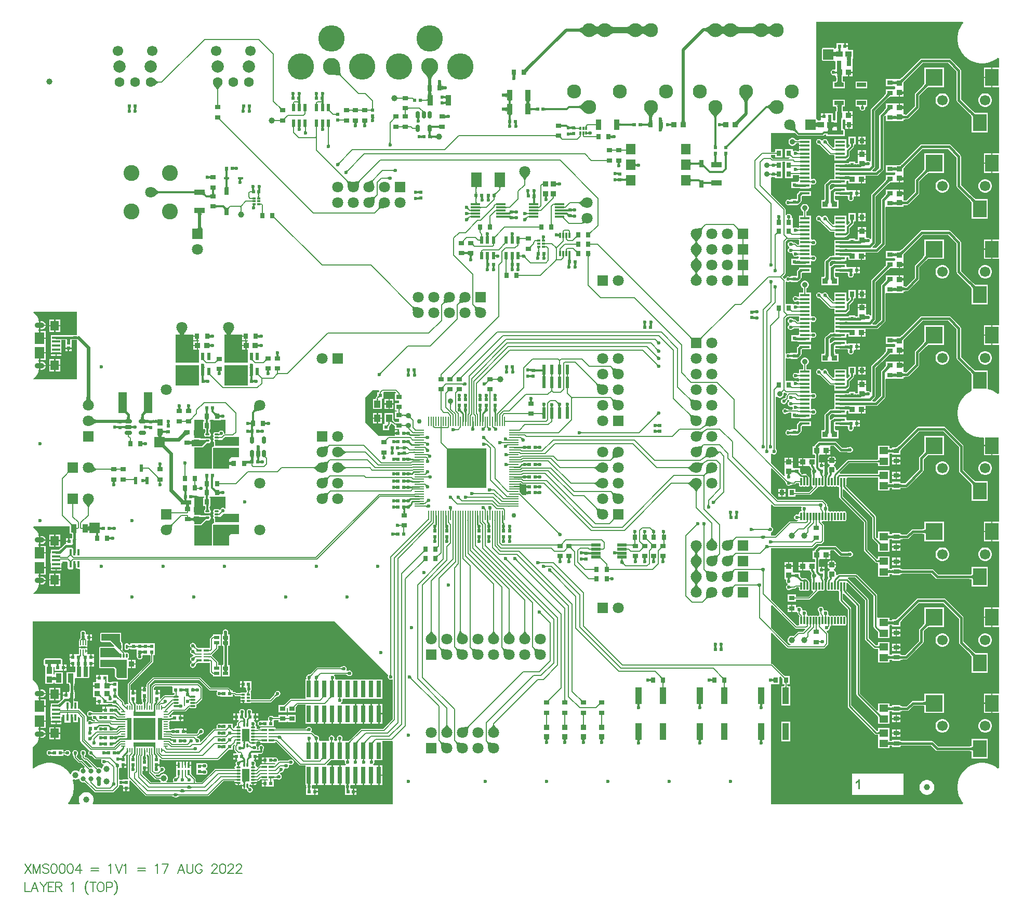
<source format=gtl>
G04*
G04 #@! TF.GenerationSoftware,Altium Limited,Altium Designer,21.9.2 (33)*
G04*
G04 Layer_Physical_Order=1*
G04 Layer_Color=255*
%FSAX43Y43*%
%MOMM*%
G71*
G04*
G04 #@! TF.SameCoordinates,8A3C4949-5F79-4682-B659-0E7BAC0626F8*
G04*
G04*
G04 #@! TF.FilePolarity,Positive*
G04*
G01*
G75*
%ADD11C,0.150*%
%ADD13C,0.300*%
%ADD15C,0.200*%
%ADD19R,1.800X2.400*%
%ADD20R,5.200X1.000*%
%ADD21R,1.500X0.700*%
%ADD23R,0.200X0.550*%
%ADD24R,0.300X0.520*%
%ADD25R,1.000X2.800*%
%ADD26R,0.590X1.210*%
%ADD27R,0.590X1.280*%
G04:AMPARAMS|DCode=28|XSize=1.09mm|YSize=0.4mm|CornerRadius=0.1mm|HoleSize=0mm|Usage=FLASHONLY|Rotation=90.000|XOffset=0mm|YOffset=0mm|HoleType=Round|Shape=RoundedRectangle|*
%AMROUNDEDRECTD28*
21,1,1.090,0.200,0,0,90.0*
21,1,0.890,0.400,0,0,90.0*
1,1,0.200,0.100,0.445*
1,1,0.200,0.100,-0.445*
1,1,0.200,-0.100,-0.445*
1,1,0.200,-0.100,0.445*
%
%ADD28ROUNDEDRECTD28*%
%ADD29R,0.400X1.090*%
G04:AMPARAMS|DCode=30|XSize=1.17mm|YSize=0.6mm|CornerRadius=0.15mm|HoleSize=0mm|Usage=FLASHONLY|Rotation=270.000|XOffset=0mm|YOffset=0mm|HoleType=Round|Shape=RoundedRectangle|*
%AMROUNDEDRECTD30*
21,1,1.170,0.300,0,0,270.0*
21,1,0.870,0.600,0,0,270.0*
1,1,0.300,-0.150,-0.435*
1,1,0.300,-0.150,0.435*
1,1,0.300,0.150,0.435*
1,1,0.300,0.150,-0.435*
%
%ADD30ROUNDEDRECTD30*%
%ADD31R,1.560X0.410*%
%ADD32R,1.520X0.480*%
%ADD33R,1.520X0.330*%
%ADD34R,0.330X0.950*%
G04:AMPARAMS|DCode=35|XSize=1.23mm|YSize=0.28mm|CornerRadius=0.07mm|HoleSize=0mm|Usage=FLASHONLY|Rotation=90.000|XOffset=0mm|YOffset=0mm|HoleType=Round|Shape=RoundedRectangle|*
%AMROUNDEDRECTD35*
21,1,1.230,0.140,0,0,90.0*
21,1,1.090,0.280,0,0,90.0*
1,1,0.140,0.070,0.545*
1,1,0.140,0.070,-0.545*
1,1,0.140,-0.070,-0.545*
1,1,0.140,-0.070,0.545*
%
%ADD35ROUNDEDRECTD35*%
%ADD36R,0.200X1.600*%
G04:AMPARAMS|DCode=37|XSize=0.79mm|YSize=0.27mm|CornerRadius=0.07mm|HoleSize=0mm|Usage=FLASHONLY|Rotation=0.000|XOffset=0mm|YOffset=0mm|HoleType=Round|Shape=RoundedRectangle|*
%AMROUNDEDRECTD37*
21,1,0.790,0.130,0,0,0.0*
21,1,0.650,0.270,0,0,0.0*
1,1,0.140,0.325,-0.065*
1,1,0.140,-0.325,-0.065*
1,1,0.140,-0.325,0.065*
1,1,0.140,0.325,0.065*
%
%ADD37ROUNDEDRECTD37*%
%ADD38R,0.600X1.610*%
%ADD39R,0.590X1.910*%
%ADD40R,0.840X0.440*%
%ADD41R,0.790X1.250*%
%ADD42R,0.870X0.410*%
%ADD43R,0.870X0.260*%
%ADD44R,0.970X1.730*%
%ADD45R,0.920X1.380*%
%ADD46R,0.930X0.790*%
%ADD47R,0.600X0.590*%
%ADD48R,1.560X0.240*%
%ADD49R,0.240X1.560*%
%ADD50R,1.020X1.270*%
%ADD51R,0.910X0.910*%
%ADD52R,0.930X0.910*%
%ADD53R,0.850X0.600*%
%ADD54R,2.200X0.900*%
%ADD55R,0.970X1.000*%
%ADD56R,0.590X0.600*%
G04:AMPARAMS|DCode=57|XSize=0.66mm|YSize=0.31mm|CornerRadius=0.081mm|HoleSize=0mm|Usage=FLASHONLY|Rotation=270.000|XOffset=0mm|YOffset=0mm|HoleType=Round|Shape=RoundedRectangle|*
%AMROUNDEDRECTD57*
21,1,0.660,0.149,0,0,270.0*
21,1,0.499,0.310,0,0,270.0*
1,1,0.161,-0.074,-0.249*
1,1,0.161,-0.074,0.249*
1,1,0.161,0.074,0.249*
1,1,0.161,0.074,-0.249*
%
%ADD57ROUNDEDRECTD57*%
%ADD58O,0.810X0.230*%
%ADD59O,0.230X0.810*%
%ADD60R,1.520X1.780*%
%ADD61O,0.840X0.260*%
%ADD62O,0.260X0.840*%
%ADD63R,1.350X3.430*%
%ADD64R,0.950X1.520*%
%ADD65R,0.750X2.800*%
%ADD66R,1.350X0.400*%
%ADD67R,1.400X1.600*%
%ADD68R,1.600X1.900*%
%ADD69R,2.200X2.800*%
%ADD70R,2.800X2.800*%
%ADD71R,1.470X1.160*%
G04:AMPARAMS|DCode=72|XSize=0.93mm|YSize=0.92mm|CornerRadius=0.23mm|HoleSize=0mm|Usage=FLASHONLY|Rotation=180.000|XOffset=0mm|YOffset=0mm|HoleType=Round|Shape=RoundedRectangle|*
%AMROUNDEDRECTD72*
21,1,0.930,0.460,0,0,180.0*
21,1,0.470,0.920,0,0,180.0*
1,1,0.460,-0.235,0.230*
1,1,0.460,0.235,0.230*
1,1,0.460,0.235,-0.230*
1,1,0.460,-0.235,-0.230*
%
%ADD72ROUNDEDRECTD72*%
%ADD73R,0.920X0.930*%
G04:AMPARAMS|DCode=74|XSize=0.63mm|YSize=0.61mm|CornerRadius=0.153mm|HoleSize=0mm|Usage=FLASHONLY|Rotation=270.000|XOffset=0mm|YOffset=0mm|HoleType=Round|Shape=RoundedRectangle|*
%AMROUNDEDRECTD74*
21,1,0.630,0.305,0,0,270.0*
21,1,0.325,0.610,0,0,270.0*
1,1,0.305,-0.153,-0.163*
1,1,0.305,-0.153,0.163*
1,1,0.305,0.153,0.163*
1,1,0.305,0.153,-0.163*
%
%ADD74ROUNDEDRECTD74*%
%ADD75R,0.610X0.630*%
%ADD76R,0.630X0.610*%
%ADD77R,0.930X0.920*%
%ADD78R,1.000X0.970*%
%ADD79R,0.790X0.930*%
%ADD80R,1.730X0.970*%
G04:AMPARAMS|DCode=81|XSize=1.17mm|YSize=0.6mm|CornerRadius=0.15mm|HoleSize=0mm|Usage=FLASHONLY|Rotation=0.000|XOffset=0mm|YOffset=0mm|HoleType=Round|Shape=RoundedRectangle|*
%AMROUNDEDRECTD81*
21,1,1.170,0.300,0,0,0.0*
21,1,0.870,0.600,0,0,0.0*
1,1,0.300,0.435,-0.150*
1,1,0.300,-0.435,-0.150*
1,1,0.300,-0.435,0.150*
1,1,0.300,0.435,0.150*
%
%ADD81ROUNDEDRECTD81*%
G04:AMPARAMS|DCode=82|XSize=0.66mm|YSize=0.31mm|CornerRadius=0.081mm|HoleSize=0mm|Usage=FLASHONLY|Rotation=0.000|XOffset=0mm|YOffset=0mm|HoleType=Round|Shape=RoundedRectangle|*
%AMROUNDEDRECTD82*
21,1,0.660,0.149,0,0,0.0*
21,1,0.499,0.310,0,0,0.0*
1,1,0.161,0.249,-0.074*
1,1,0.161,-0.249,-0.074*
1,1,0.161,-0.249,0.074*
1,1,0.161,0.249,0.074*
%
%ADD82ROUNDEDRECTD82*%
%ADD83R,0.520X0.300*%
%ADD84R,0.910X0.910*%
%ADD85R,0.410X0.870*%
%ADD86R,0.260X0.870*%
%ADD98C,1.000*%
%ADD143C,0.900*%
%ADD172C,1.700*%
%ADD174C,1.800*%
%ADD181R,0.940X0.300*%
%ADD182C,0.750*%
%ADD183R,4.700X4.700*%
%ADD184R,0.650X3.650*%
%ADD185R,3.650X0.650*%
%ADD186R,3.650X3.650*%
%ADD187R,1.150X2.150*%
%ADD188C,0.800*%
%ADD189C,0.600*%
%ADD190C,0.500*%
%ADD191C,0.400*%
%ADD192C,1.000*%
%ADD193C,0.250*%
%ADD194C,0.130*%
%ADD195C,0.240*%
%ADD196C,0.280*%
%ADD197C,0.230*%
%ADD198C,0.270*%
%ADD199R,1.700X1.700*%
%ADD200R,2.600X0.800*%
%ADD201R,1.800X0.800*%
%ADD202R,1.700X1.700*%
%ADD203R,6.400X6.400*%
%ADD204R,0.800X1.700*%
%ADD205R,2.600X0.800*%
%ADD206R,1.800X1.800*%
%ADD207R,1.800X1.800*%
%ADD208C,2.300*%
%ADD209C,2.600*%
%ADD210C,1.600*%
%ADD211C,2.000*%
G04:AMPARAMS|DCode=212|XSize=0.9mm|YSize=1.6mm|CornerRadius=0.45mm|HoleSize=0mm|Usage=FLASHONLY|Rotation=270.000|XOffset=0mm|YOffset=0mm|HoleType=Round|Shape=RoundedRectangle|*
%AMROUNDEDRECTD212*
21,1,0.900,0.700,0,0,270.0*
21,1,0.000,1.600,0,0,270.0*
1,1,0.900,-0.350,0.000*
1,1,0.900,-0.350,0.000*
1,1,0.900,0.350,0.000*
1,1,0.900,0.350,0.000*
%
%ADD212ROUNDEDRECTD212*%
%ADD213C,2.800*%
%ADD214C,4.300*%
%ADD215C,0.600*%
G36*
X0341679Y0267901D02*
X0341726Y0267900D01*
Y0266900D01*
X0341679Y0266899D01*
Y0266595D01*
X0341616Y0266653D01*
X0341547Y0266705D01*
X0341472Y0266751D01*
X0341391Y0266790D01*
X0341303Y0266824D01*
X0341250Y0266839D01*
X0341197Y0266824D01*
X0341109Y0266790D01*
X0341028Y0266751D01*
X0340953Y0266705D01*
X0340884Y0266653D01*
X0340821Y0266595D01*
Y0266899D01*
X0340774Y0266900D01*
Y0267900D01*
X0340821Y0267901D01*
Y0268205D01*
X0340884Y0268147D01*
X0340953Y0268095D01*
X0341028Y0268049D01*
X0341109Y0268010D01*
X0341197Y0267976D01*
X0341250Y0267961D01*
X0341303Y0267976D01*
X0341391Y0268010D01*
X0341472Y0268049D01*
X0341547Y0268095D01*
X0341616Y0268147D01*
X0341679Y0268205D01*
Y0267901D01*
D02*
G37*
G36*
X0334179D02*
X0334226Y0267900D01*
Y0266900D01*
X0334179Y0266899D01*
Y0266595D01*
X0334116Y0266653D01*
X0334047Y0266705D01*
X0333972Y0266751D01*
X0333891Y0266790D01*
X0333803Y0266824D01*
X0333750Y0266839D01*
X0333697Y0266824D01*
X0333609Y0266790D01*
X0333528Y0266751D01*
X0333453Y0266705D01*
X0333384Y0266653D01*
X0333321Y0266595D01*
Y0266899D01*
X0333274Y0266900D01*
Y0267900D01*
X0333321Y0267901D01*
Y0268205D01*
X0333384Y0268147D01*
X0333453Y0268095D01*
X0333528Y0268049D01*
X0333609Y0268010D01*
X0333697Y0267976D01*
X0333750Y0267961D01*
X0333803Y0267976D01*
X0333891Y0268010D01*
X0333972Y0268049D01*
X0334047Y0268095D01*
X0334116Y0268147D01*
X0334179Y0268205D01*
Y0267901D01*
D02*
G37*
G36*
X0321179D02*
X0321226Y0267900D01*
Y0266900D01*
X0321179Y0266899D01*
Y0266595D01*
X0321116Y0266653D01*
X0321047Y0266705D01*
X0320972Y0266751D01*
X0320891Y0266790D01*
X0320803Y0266824D01*
X0320750Y0266839D01*
X0320697Y0266824D01*
X0320609Y0266790D01*
X0320528Y0266751D01*
X0320453Y0266705D01*
X0320384Y0266653D01*
X0320321Y0266595D01*
Y0266899D01*
X0320274Y0266900D01*
Y0267900D01*
X0320321Y0267901D01*
Y0268205D01*
X0320384Y0268147D01*
X0320453Y0268095D01*
X0320528Y0268049D01*
X0320609Y0268010D01*
X0320697Y0267976D01*
X0320750Y0267961D01*
X0320803Y0267976D01*
X0320891Y0268010D01*
X0320972Y0268049D01*
X0321047Y0268095D01*
X0321116Y0268147D01*
X0321179Y0268205D01*
Y0267901D01*
D02*
G37*
G36*
X0313679D02*
X0313726Y0267900D01*
Y0266900D01*
X0313679Y0266899D01*
Y0266595D01*
X0313616Y0266653D01*
X0313547Y0266705D01*
X0313472Y0266751D01*
X0313391Y0266790D01*
X0313303Y0266824D01*
X0313250Y0266839D01*
X0313197Y0266824D01*
X0313109Y0266790D01*
X0313028Y0266751D01*
X0312953Y0266705D01*
X0312884Y0266653D01*
X0312821Y0266595D01*
Y0266899D01*
X0312774Y0266900D01*
Y0267900D01*
X0312821Y0267901D01*
Y0268205D01*
X0312884Y0268147D01*
X0312953Y0268095D01*
X0313028Y0268049D01*
X0313109Y0268010D01*
X0313197Y0267976D01*
X0313250Y0267961D01*
X0313303Y0267976D01*
X0313391Y0268010D01*
X0313472Y0268049D01*
X0313547Y0268095D01*
X0313616Y0268147D01*
X0313679Y0268205D01*
Y0267901D01*
D02*
G37*
G36*
X0311179Y0267679D02*
X0311506Y0267701D01*
X0311570Y0267716D01*
X0311617Y0267734D01*
X0311647Y0267754D01*
Y0267046D01*
X0311617Y0267066D01*
X0311570Y0267084D01*
X0311506Y0267099D01*
X0311424Y0267113D01*
X0311208Y0267133D01*
X0311179Y0267134D01*
Y0266595D01*
X0311071Y0266700D01*
X0310861Y0266878D01*
X0310759Y0266950D01*
X0310659Y0267011D01*
X0310561Y0267061D01*
X0310465Y0267100D01*
X0310370Y0267128D01*
X0310278Y0267144D01*
X0310188Y0267150D01*
Y0267650D01*
X0310278Y0267656D01*
X0310370Y0267672D01*
X0310465Y0267700D01*
X0310561Y0267739D01*
X0310659Y0267789D01*
X0310759Y0267850D01*
X0310861Y0267922D01*
X0310965Y0268005D01*
X0311071Y0268100D01*
X0311179Y0268205D01*
Y0267679D01*
D02*
G37*
G36*
X0331612Y0266669D02*
X0331516Y0266780D01*
X0331421Y0266878D01*
X0331327Y0266966D01*
X0331232Y0267041D01*
X0331138Y0267105D01*
X0331044Y0267157D01*
X0330950Y0267198D01*
X0330856Y0267227D01*
X0330763Y0267244D01*
X0330670Y0267250D01*
X0330715Y0267750D01*
X0330802Y0267755D01*
X0330892Y0267771D01*
X0330987Y0267797D01*
X0331085Y0267834D01*
X0331187Y0267881D01*
X0331293Y0267938D01*
X0331402Y0268006D01*
X0331632Y0268174D01*
X0331752Y0268273D01*
X0331612Y0266669D01*
D02*
G37*
G36*
X0339179Y0266595D02*
X0339116Y0266653D01*
X0339047Y0266705D01*
X0338972Y0266751D01*
X0338891Y0266790D01*
X0338803Y0266824D01*
X0338710Y0266851D01*
X0338610Y0266873D01*
X0338504Y0266888D01*
X0338392Y0266897D01*
X0338274Y0266900D01*
Y0267900D01*
X0338392Y0267903D01*
X0338504Y0267912D01*
X0338610Y0267927D01*
X0338710Y0267949D01*
X0338803Y0267976D01*
X0338891Y0268010D01*
X0338972Y0268049D01*
X0339047Y0268095D01*
X0339116Y0268147D01*
X0339179Y0268205D01*
Y0266595D01*
D02*
G37*
G36*
X0335884Y0268147D02*
X0335953Y0268095D01*
X0336028Y0268049D01*
X0336109Y0268010D01*
X0336197Y0267976D01*
X0336290Y0267949D01*
X0336390Y0267927D01*
X0336496Y0267912D01*
X0336608Y0267903D01*
X0336726Y0267900D01*
Y0266900D01*
X0336608Y0266897D01*
X0336496Y0266888D01*
X0336390Y0266873D01*
X0336290Y0266851D01*
X0336197Y0266824D01*
X0336109Y0266790D01*
X0336028Y0266751D01*
X0335953Y0266705D01*
X0335884Y0266653D01*
X0335821Y0266595D01*
Y0268205D01*
X0335884Y0268147D01*
D02*
G37*
G36*
X0318679Y0266595D02*
X0318616Y0266653D01*
X0318547Y0266705D01*
X0318472Y0266751D01*
X0318391Y0266790D01*
X0318303Y0266824D01*
X0318210Y0266851D01*
X0318110Y0266873D01*
X0318004Y0266888D01*
X0317892Y0266897D01*
X0317774Y0266900D01*
Y0267900D01*
X0317892Y0267903D01*
X0318004Y0267912D01*
X0318110Y0267927D01*
X0318210Y0267949D01*
X0318303Y0267976D01*
X0318391Y0268010D01*
X0318472Y0268049D01*
X0318547Y0268095D01*
X0318616Y0268147D01*
X0318679Y0268205D01*
Y0266595D01*
D02*
G37*
G36*
X0315384Y0268147D02*
X0315453Y0268095D01*
X0315528Y0268049D01*
X0315609Y0268010D01*
X0315697Y0267976D01*
X0315790Y0267949D01*
X0315890Y0267927D01*
X0315996Y0267912D01*
X0316108Y0267903D01*
X0316226Y0267900D01*
Y0266900D01*
X0316108Y0266897D01*
X0315996Y0266888D01*
X0315890Y0266873D01*
X0315790Y0266851D01*
X0315697Y0266824D01*
X0315609Y0266790D01*
X0315528Y0266751D01*
X0315453Y0266705D01*
X0315384Y0266653D01*
X0315321Y0266595D01*
Y0268205D01*
X0315384Y0268147D01*
D02*
G37*
G36*
X0302066Y0260892D02*
X0301970Y0260793D01*
X0301818Y0260613D01*
X0301763Y0260533D01*
X0301721Y0260459D01*
X0301692Y0260391D01*
X0301677Y0260330D01*
X0301675Y0260275D01*
X0301687Y0260227D01*
X0301712Y0260185D01*
X0301075Y0260962D01*
X0301111Y0260931D01*
X0301154Y0260914D01*
X0301205Y0260912D01*
X0301264Y0260925D01*
X0301331Y0260953D01*
X0301406Y0260996D01*
X0301488Y0261054D01*
X0301578Y0261126D01*
X0301782Y0261315D01*
X0302066Y0260892D01*
D02*
G37*
G36*
X0271400Y0261243D02*
X0271452Y0260474D01*
X0271479Y0260332D01*
X0271510Y0260211D01*
X0271547Y0260111D01*
X0271588Y0260030D01*
X0271636Y0259971D01*
X0271529Y0259864D01*
X0271470Y0259911D01*
X0271389Y0259953D01*
X0271289Y0259990D01*
X0271168Y0260021D01*
X0271026Y0260048D01*
X0270865Y0260068D01*
X0270480Y0260095D01*
X0270014Y0260100D01*
X0271400Y0261486D01*
X0271400Y0261243D01*
D02*
G37*
G36*
X0300072Y0260038D02*
X0300039Y0260034D01*
X0300010Y0260022D01*
X0299984Y0260002D01*
X0299962Y0259974D01*
X0299943Y0259938D01*
X0299928Y0259894D01*
X0299915Y0259842D01*
X0299907Y0259782D01*
X0299907Y0259778D01*
X0299910Y0259714D01*
X0299902D01*
X0299902Y0259714D01*
X0299900Y0259638D01*
X0299500D01*
X0299498Y0259714D01*
X0299490D01*
X0299492Y0259718D01*
X0299494Y0259725D01*
X0299495Y0259735D01*
X0299496Y0259742D01*
X0299492Y0259783D01*
X0299482Y0259843D01*
X0299468Y0259896D01*
X0299450Y0259940D01*
X0299428Y0259976D01*
X0299402Y0260004D01*
X0299372Y0260025D01*
X0299338Y0260037D01*
X0299300Y0260041D01*
X0300072Y0260038D01*
D02*
G37*
G36*
X0286966Y0260486D02*
X0286826Y0260348D01*
X0286590Y0260083D01*
X0286495Y0259957D01*
X0286414Y0259834D01*
X0286348Y0259715D01*
X0286296Y0259600D01*
X0286259Y0259489D01*
X0286237Y0259382D01*
X0286230Y0259279D01*
X0285730Y0259286D01*
X0285723Y0259388D01*
X0285701Y0259495D01*
X0285665Y0259606D01*
X0285614Y0259722D01*
X0285549Y0259842D01*
X0285469Y0259967D01*
X0285375Y0260097D01*
X0285143Y0260371D01*
X0285006Y0260514D01*
X0286966Y0260486D01*
D02*
G37*
G36*
X0287852Y0258867D02*
X0287865Y0258707D01*
X0287876Y0258642D01*
X0287891Y0258587D01*
X0287908Y0258542D01*
X0287929Y0258507D01*
X0287954Y0258482D01*
X0287981Y0258467D01*
X0288012Y0258462D01*
X0287228D01*
X0287251Y0258467D01*
X0287272Y0258482D01*
X0287290Y0258507D01*
X0287306Y0258542D01*
X0287320Y0258587D01*
X0287330Y0258642D01*
X0287339Y0258707D01*
X0287349Y0258867D01*
X0287350Y0258962D01*
X0287850D01*
X0287852Y0258867D01*
D02*
G37*
G36*
X0286231D02*
X0286243Y0258707D01*
X0286253Y0258642D01*
X0286266Y0258587D01*
X0286281Y0258542D01*
X0286300Y0258507D01*
X0286321Y0258482D01*
X0286345Y0258467D01*
X0286372Y0258462D01*
X0285588D01*
X0285615Y0258467D01*
X0285639Y0258482D01*
X0285660Y0258507D01*
X0285679Y0258542D01*
X0285695Y0258587D01*
X0285707Y0258642D01*
X0285717Y0258707D01*
X0285724Y0258782D01*
X0285730Y0258962D01*
X0286230D01*
X0286231Y0258867D01*
D02*
G37*
G36*
X0241204Y0259368D02*
X0241452Y0259150D01*
X0241525Y0259096D01*
X0241593Y0259053D01*
X0241657Y0259019D01*
X0241715Y0258994D01*
X0241768Y0258980D01*
X0241816Y0258975D01*
Y0258825D01*
X0241768Y0258820D01*
X0241715Y0258806D01*
X0241657Y0258781D01*
X0241593Y0258747D01*
X0241525Y0258704D01*
X0241452Y0258650D01*
X0241292Y0258515D01*
X0241204Y0258432D01*
X0241111Y0258340D01*
Y0259460D01*
X0241204Y0259368D01*
D02*
G37*
G36*
X0251976Y0258288D02*
X0251880Y0258206D01*
X0251720Y0258051D01*
X0251655Y0257979D01*
X0251600Y0257910D01*
X0251555Y0257845D01*
X0251520Y0257784D01*
X0251495Y0257726D01*
X0251480Y0257671D01*
X0251475Y0257620D01*
X0251325Y0257631D01*
X0251320Y0257677D01*
X0251306Y0257728D01*
X0251283Y0257786D01*
X0251250Y0257851D01*
X0251208Y0257921D01*
X0251097Y0258082D01*
X0251027Y0258173D01*
X0250859Y0258372D01*
X0251976Y0258288D01*
D02*
G37*
G36*
X0288017Y0258422D02*
X0288031Y0258386D01*
X0288056Y0258354D01*
X0288090Y0258326D01*
X0288134Y0258303D01*
X0288188Y0258284D01*
X0288251Y0258269D01*
X0288324Y0258258D01*
X0288407Y0258252D01*
X0288500Y0258250D01*
Y0257750D01*
X0288407Y0257748D01*
X0288324Y0257742D01*
X0288251Y0257731D01*
X0288188Y0257716D01*
X0288134Y0257697D01*
X0288090Y0257674D01*
X0288056Y0257646D01*
X0288031Y0257614D01*
X0288017Y0257578D01*
X0288012Y0257538D01*
Y0258462D01*
X0288017Y0258422D01*
D02*
G37*
G36*
X0286345Y0257533D02*
X0286321Y0257518D01*
X0286300Y0257493D01*
X0286281Y0257458D01*
X0286266Y0257413D01*
X0286253Y0257358D01*
X0286243Y0257293D01*
X0286236Y0257224D01*
X0286240Y0257181D01*
X0286253Y0257106D01*
X0286270Y0257040D01*
X0286293Y0256985D01*
X0286320Y0256940D01*
X0286353Y0256905D01*
X0286390Y0256879D01*
X0286432Y0256864D01*
X0286480Y0256859D01*
X0285538Y0256862D01*
X0285575Y0256867D01*
X0285607Y0256882D01*
X0285636Y0256907D01*
X0285661Y0256942D01*
X0285682Y0256987D01*
X0285699Y0257042D01*
X0285713Y0257107D01*
X0285722Y0257182D01*
X0285724Y0257202D01*
X0285717Y0257293D01*
X0285707Y0257358D01*
X0285695Y0257413D01*
X0285679Y0257458D01*
X0285660Y0257493D01*
X0285639Y0257518D01*
X0285615Y0257533D01*
X0285588Y0257538D01*
X0286372D01*
X0286345Y0257533D01*
D02*
G37*
G36*
X0264851Y0256886D02*
X0264910D01*
X0264899Y0256873D01*
X0264888Y0256858D01*
X0264879Y0256841D01*
X0264872Y0256821D01*
X0264865Y0256800D01*
X0264860Y0256776D01*
X0264859Y0256772D01*
X0264860Y0256759D01*
X0264868Y0256720D01*
X0264878Y0256687D01*
X0264890Y0256660D01*
X0264905Y0256639D01*
X0264922Y0256624D01*
X0264941Y0256615D01*
X0264962Y0256612D01*
X0264400Y0256609D01*
X0264428Y0256612D01*
X0264454Y0256621D01*
X0264477Y0256637D01*
X0264496Y0256658D01*
X0264513Y0256685D01*
X0264526Y0256718D01*
X0264536Y0256758D01*
X0264540Y0256778D01*
X0264535Y0256800D01*
X0264528Y0256821D01*
X0264521Y0256841D01*
X0264512Y0256858D01*
X0264501Y0256873D01*
X0264490Y0256886D01*
X0264549D01*
X0264550Y0256912D01*
X0264850D01*
X0264851Y0256886D01*
D02*
G37*
G36*
X0263851D02*
X0263910D01*
X0263899Y0256873D01*
X0263888Y0256858D01*
X0263879Y0256841D01*
X0263872Y0256821D01*
X0263865Y0256800D01*
X0263860Y0256778D01*
X0263863Y0256758D01*
X0263874Y0256718D01*
X0263888Y0256685D01*
X0263904Y0256658D01*
X0263923Y0256637D01*
X0263946Y0256621D01*
X0263971Y0256612D01*
X0264000Y0256609D01*
X0263438Y0256612D01*
X0263459Y0256615D01*
X0263478Y0256624D01*
X0263495Y0256639D01*
X0263510Y0256660D01*
X0263522Y0256687D01*
X0263532Y0256720D01*
X0263540Y0256759D01*
X0263541Y0256770D01*
X0263540Y0256776D01*
X0263535Y0256800D01*
X0263528Y0256821D01*
X0263521Y0256841D01*
X0263512Y0256858D01*
X0263501Y0256873D01*
X0263490Y0256886D01*
X0263549D01*
X0263550Y0256912D01*
X0263850D01*
X0263851Y0256886D01*
D02*
G37*
G36*
X0268651Y0256886D02*
X0268710D01*
X0268699Y0256873D01*
X0268688Y0256858D01*
X0268679Y0256841D01*
X0268672Y0256821D01*
X0268665Y0256800D01*
X0268660Y0256776D01*
X0268659Y0256772D01*
X0268660Y0256759D01*
X0268668Y0256720D01*
X0268678Y0256687D01*
X0268690Y0256660D01*
X0268705Y0256639D01*
X0268722Y0256624D01*
X0268741Y0256615D01*
X0268762Y0256612D01*
X0268200Y0256609D01*
X0268228Y0256612D01*
X0268254Y0256621D01*
X0268276Y0256637D01*
X0268296Y0256658D01*
X0268312Y0256685D01*
X0268326Y0256718D01*
X0268336Y0256758D01*
X0268340Y0256778D01*
X0268335Y0256800D01*
X0268328Y0256821D01*
X0268321Y0256841D01*
X0268312Y0256858D01*
X0268301Y0256873D01*
X0268290Y0256886D01*
X0268349D01*
X0268350Y0256912D01*
X0268650D01*
X0268651Y0256886D01*
D02*
G37*
G36*
X0267651D02*
X0267710D01*
X0267699Y0256873D01*
X0267688Y0256858D01*
X0267679Y0256841D01*
X0267672Y0256821D01*
X0267665Y0256800D01*
X0267660Y0256778D01*
X0267664Y0256758D01*
X0267674Y0256718D01*
X0267688Y0256685D01*
X0267704Y0256658D01*
X0267724Y0256637D01*
X0267746Y0256621D01*
X0267772Y0256612D01*
X0267800Y0256609D01*
X0267238Y0256612D01*
X0267259Y0256615D01*
X0267278Y0256624D01*
X0267295Y0256639D01*
X0267310Y0256660D01*
X0267322Y0256687D01*
X0267332Y0256720D01*
X0267340Y0256759D01*
X0267341Y0256770D01*
X0267340Y0256776D01*
X0267335Y0256800D01*
X0267328Y0256821D01*
X0267321Y0256841D01*
X0267312Y0256858D01*
X0267301Y0256873D01*
X0267290Y0256886D01*
X0267349D01*
X0267350Y0256912D01*
X0267650D01*
X0267651Y0256886D01*
D02*
G37*
G36*
X0298538Y0256300D02*
X0298533Y0256348D01*
X0298518Y0256390D01*
X0298493Y0256427D01*
X0298458Y0256460D01*
X0298413Y0256487D01*
X0298358Y0256510D01*
X0298293Y0256527D01*
X0298218Y0256540D01*
X0298133Y0256547D01*
X0298038Y0256550D01*
Y0257050D01*
X0298133Y0257052D01*
X0298218Y0257060D01*
X0298293Y0257073D01*
X0298358Y0257090D01*
X0298413Y0257112D01*
X0298458Y0257140D01*
X0298493Y0257172D01*
X0298518Y0257210D01*
X0298533Y0257253D01*
X0298538Y0257300D01*
Y0256300D01*
D02*
G37*
G36*
X0288227Y0256699D02*
X0288242Y0256688D01*
X0288259Y0256679D01*
X0288279Y0256672D01*
X0288300Y0256665D01*
X0288324Y0256660D01*
X0288349Y0256655D01*
X0288377Y0256652D01*
X0288440Y0256650D01*
Y0256350D01*
X0288408Y0256349D01*
X0288349Y0256345D01*
X0288324Y0256340D01*
X0288300Y0256335D01*
X0288279Y0256328D01*
X0288259Y0256321D01*
X0288242Y0256312D01*
X0288227Y0256301D01*
X0288214Y0256290D01*
Y0256710D01*
X0288227Y0256699D01*
D02*
G37*
G36*
X0282460Y0256456D02*
X0282465Y0256443D01*
X0282473Y0256432D01*
X0282483Y0256422D01*
X0282497Y0256414D01*
X0282514Y0256407D01*
X0282534Y0256402D01*
X0282557Y0256398D01*
X0282583Y0256396D01*
X0282612Y0256395D01*
Y0256245D01*
X0282583Y0256244D01*
X0282557Y0256242D01*
X0282534Y0256238D01*
X0282514Y0256233D01*
X0282497Y0256226D01*
X0282483Y0256218D01*
X0282473Y0256208D01*
X0282465Y0256197D01*
X0282460Y0256184D01*
X0282459Y0256170D01*
Y0256470D01*
X0282460Y0256456D01*
D02*
G37*
G36*
X0281541Y0256150D02*
X0281540Y0256164D01*
X0281535Y0256177D01*
X0281527Y0256188D01*
X0281517Y0256198D01*
X0281503Y0256206D01*
X0281486Y0256213D01*
X0281466Y0256218D01*
X0281443Y0256222D01*
X0281417Y0256224D01*
X0281388Y0256225D01*
Y0256375D01*
X0281417Y0256376D01*
X0281443Y0256378D01*
X0281466Y0256382D01*
X0281486Y0256387D01*
X0281503Y0256394D01*
X0281517Y0256402D01*
X0281527Y0256412D01*
X0281535Y0256423D01*
X0281540Y0256436D01*
X0281541Y0256450D01*
Y0256150D01*
D02*
G37*
G36*
X0280683Y0256436D02*
X0280691Y0256423D01*
X0280702Y0256412D01*
X0280715Y0256402D01*
X0280731Y0256394D01*
X0280749Y0256387D01*
X0280769Y0256382D01*
X0280792Y0256378D01*
X0280817Y0256376D01*
X0280844Y0256375D01*
Y0256225D01*
X0280817Y0256224D01*
X0280792Y0256222D01*
X0280769Y0256218D01*
X0280749Y0256213D01*
X0280731Y0256206D01*
X0280715Y0256198D01*
X0280702Y0256188D01*
X0280691Y0256177D01*
X0280683Y0256164D01*
X0280677Y0256150D01*
Y0256450D01*
X0280683Y0256436D01*
D02*
G37*
G36*
X0299192Y0256613D02*
X0299187Y0256594D01*
X0299183Y0256565D01*
X0299177Y0256479D01*
X0299170Y0256100D01*
X0298870D01*
X0298843Y0256623D01*
X0299197D01*
X0299192Y0256613D01*
D02*
G37*
G36*
X0285803Y0255823D02*
X0285779Y0255842D01*
X0285748Y0255860D01*
X0285710Y0255875D01*
X0285664Y0255888D01*
X0285612Y0255900D01*
X0285552Y0255909D01*
X0285538Y0255910D01*
Y0255850D01*
X0285537Y0255864D01*
X0285532Y0255877D01*
X0285525Y0255888D01*
X0285514Y0255898D01*
X0285501Y0255906D01*
X0285484Y0255913D01*
X0285475Y0255915D01*
X0285411Y0255921D01*
X0285242Y0255925D01*
Y0256075D01*
X0285330Y0256076D01*
X0285482Y0256086D01*
X0285484Y0256087D01*
X0285501Y0256094D01*
X0285514Y0256102D01*
X0285525Y0256112D01*
X0285532Y0256123D01*
X0285537Y0256136D01*
X0285538Y0256150D01*
Y0256090D01*
X0285552Y0256091D01*
X0285612Y0256100D01*
X0285664Y0256112D01*
X0285710Y0256125D01*
X0285748Y0256140D01*
X0285779Y0256158D01*
X0285803Y0256177D01*
Y0255823D01*
D02*
G37*
G36*
X0264618Y0255990D02*
X0264962Y0255988D01*
X0264941Y0255985D01*
X0264922Y0255977D01*
X0264905Y0255962D01*
X0264890Y0255942D01*
X0264878Y0255916D01*
X0264868Y0255884D01*
X0264860Y0255847D01*
X0264854Y0255804D01*
X0264851Y0255755D01*
X0264850Y0255700D01*
X0264816Y0255657D01*
X0264850D01*
X0264851Y0255600D01*
X0264856Y0255549D01*
X0264863Y0255504D01*
X0264873Y0255465D01*
X0264885Y0255432D01*
X0264901Y0255405D01*
X0264920Y0255384D01*
X0264941Y0255369D01*
X0264965Y0255360D01*
X0264992Y0255357D01*
X0264576D01*
X0264550Y0255325D01*
X0264549Y0255357D01*
X0264408D01*
X0264435Y0255360D01*
X0264459Y0255369D01*
X0264480Y0255384D01*
X0264499Y0255405D01*
X0264514Y0255432D01*
X0264527Y0255465D01*
X0264533Y0255489D01*
X0264526Y0255517D01*
X0264513Y0255550D01*
X0264496Y0255577D01*
X0264477Y0255598D01*
X0264454Y0255613D01*
X0264431Y0255621D01*
X0264326Y0255625D01*
X0264270Y0255625D01*
Y0255775D01*
X0264326Y0255775D01*
X0264443Y0255783D01*
X0264454Y0255787D01*
X0264477Y0255802D01*
X0264496Y0255823D01*
X0264513Y0255850D01*
X0264526Y0255883D01*
X0264527Y0255888D01*
X0264516Y0255918D01*
X0264500Y0255944D01*
X0264482Y0255965D01*
X0264462Y0255979D01*
X0264438Y0255988D01*
X0264412Y0255991D01*
X0264546Y0255990D01*
X0264548Y0256018D01*
X0264550Y0256075D01*
X0264618Y0255990D01*
D02*
G37*
G36*
X0284760Y0256136D02*
X0284765Y0256123D01*
X0284773Y0256112D01*
X0284783Y0256102D01*
X0284797Y0256094D01*
X0284814Y0256087D01*
X0284834Y0256082D01*
X0284857Y0256078D01*
X0284883Y0256076D01*
X0284912Y0256075D01*
Y0255925D01*
X0284883Y0255924D01*
X0284857Y0255922D01*
X0284834Y0255918D01*
X0284814Y0255913D01*
X0284797Y0255906D01*
X0284783Y0255898D01*
X0284773Y0255888D01*
X0284765Y0255877D01*
X0284760Y0255864D01*
X0284759Y0255850D01*
Y0256150D01*
X0284760Y0256136D01*
D02*
G37*
G36*
X0338200Y0256471D02*
X0338022Y0256261D01*
X0337950Y0256159D01*
X0337889Y0256059D01*
X0337839Y0255961D01*
X0337800Y0255865D01*
X0337772Y0255770D01*
X0337756Y0255678D01*
X0337750Y0255587D01*
X0337250D01*
X0337244Y0255678D01*
X0337228Y0255770D01*
X0337200Y0255865D01*
X0337161Y0255961D01*
X0337111Y0256059D01*
X0337050Y0256159D01*
X0336978Y0256261D01*
X0336895Y0256365D01*
X0336800Y0256471D01*
X0336695Y0256579D01*
X0338305D01*
X0338200Y0256471D01*
D02*
G37*
G36*
X0302418Y0255933D02*
X0302378Y0255918D01*
X0302344Y0255893D01*
X0302314Y0255858D01*
X0302288Y0255813D01*
X0302267Y0255758D01*
X0302251Y0255693D01*
X0302244Y0255650D01*
X0302251Y0255607D01*
X0302267Y0255542D01*
X0302288Y0255487D01*
X0302314Y0255442D01*
X0302344Y0255407D01*
X0302378Y0255382D01*
X0302418Y0255367D01*
X0302462Y0255362D01*
X0301498D01*
X0301542Y0255367D01*
X0301582Y0255382D01*
X0301616Y0255407D01*
X0301647Y0255442D01*
X0301672Y0255487D01*
X0301693Y0255542D01*
X0301709Y0255607D01*
X0301716Y0255650D01*
X0301709Y0255693D01*
X0301693Y0255758D01*
X0301672Y0255813D01*
X0301647Y0255858D01*
X0301616Y0255893D01*
X0301582Y0255918D01*
X0301542Y0255933D01*
X0301498Y0255938D01*
X0302462D01*
X0302418Y0255933D01*
D02*
G37*
G36*
X0299292Y0255938D02*
X0299266Y0255929D01*
X0299243Y0255914D01*
X0299224Y0255893D01*
X0299207Y0255865D01*
X0299194Y0255832D01*
X0299184Y0255793D01*
X0299176Y0255747D01*
X0299172Y0255696D01*
X0299170Y0255650D01*
X0299172Y0255604D01*
X0299176Y0255553D01*
X0299184Y0255507D01*
X0299194Y0255468D01*
X0299207Y0255435D01*
X0299224Y0255407D01*
X0299243Y0255386D01*
X0299266Y0255371D01*
X0299292Y0255362D01*
X0299320Y0255359D01*
X0298720D01*
X0298749Y0255362D01*
X0298774Y0255371D01*
X0298797Y0255386D01*
X0298816Y0255407D01*
X0298832Y0255435D01*
X0298846Y0255468D01*
X0298857Y0255507D01*
X0298864Y0255553D01*
X0298868Y0255604D01*
X0298870Y0255650D01*
X0298868Y0255696D01*
X0298864Y0255747D01*
X0298857Y0255793D01*
X0298846Y0255832D01*
X0298832Y0255865D01*
X0298816Y0255893D01*
X0298797Y0255914D01*
X0298774Y0255929D01*
X0298749Y0255938D01*
X0298720Y0255941D01*
X0299320D01*
X0299292Y0255938D01*
D02*
G37*
G36*
X0268762Y0255988D02*
X0268741Y0255985D01*
X0268722Y0255976D01*
X0268705Y0255961D01*
X0268690Y0255940D01*
X0268678Y0255913D01*
X0268668Y0255880D01*
X0268660Y0255841D01*
X0268654Y0255796D01*
X0268651Y0255745D01*
X0268650Y0255688D01*
X0268394D01*
Y0255657D01*
X0268650D01*
X0268651Y0255600D01*
X0268656Y0255549D01*
X0268663Y0255504D01*
X0268673Y0255465D01*
X0268685Y0255432D01*
X0268701Y0255405D01*
X0268720Y0255384D01*
X0268741Y0255369D01*
X0268765Y0255360D01*
X0268792Y0255357D01*
X0268208D01*
X0268235Y0255360D01*
X0268259Y0255369D01*
X0268280Y0255384D01*
X0268299Y0255405D01*
X0268315Y0255432D01*
X0268327Y0255465D01*
X0268337Y0255504D01*
X0268344Y0255549D01*
X0268349Y0255600D01*
X0268349Y0255610D01*
X0268327Y0255614D01*
X0268262Y0255620D01*
X0268126Y0255625D01*
X0268070Y0255625D01*
Y0255775D01*
X0268126Y0255775D01*
X0268345Y0255790D01*
X0268344Y0255797D01*
X0268336Y0255842D01*
X0268326Y0255882D01*
X0268312Y0255915D01*
X0268296Y0255942D01*
X0268276Y0255963D01*
X0268254Y0255979D01*
X0268228Y0255988D01*
X0268200Y0255991D01*
X0268762Y0255988D01*
D02*
G37*
G36*
X0263826Y0255478D02*
X0263828Y0255452D01*
X0263832Y0255429D01*
X0263837Y0255409D01*
X0263844Y0255392D01*
X0263852Y0255378D01*
X0263862Y0255368D01*
X0263873Y0255360D01*
X0263886Y0255355D01*
X0263900Y0255354D01*
X0263600D01*
X0263614Y0255355D01*
X0263627Y0255360D01*
X0263638Y0255368D01*
X0263648Y0255378D01*
X0263656Y0255392D01*
X0263663Y0255409D01*
X0263668Y0255429D01*
X0263672Y0255452D01*
X0263674Y0255478D01*
X0263675Y0255507D01*
X0263825D01*
X0263826Y0255478D01*
D02*
G37*
G36*
X0267626Y0255478D02*
X0267628Y0255452D01*
X0267632Y0255429D01*
X0267637Y0255409D01*
X0267644Y0255392D01*
X0267652Y0255378D01*
X0267662Y0255368D01*
X0267673Y0255360D01*
X0267686Y0255355D01*
X0267700Y0255354D01*
X0267400D01*
X0267414Y0255355D01*
X0267427Y0255360D01*
X0267438Y0255368D01*
X0267448Y0255378D01*
X0267456Y0255392D01*
X0267463Y0255409D01*
X0267468Y0255429D01*
X0267472Y0255452D01*
X0267474Y0255478D01*
X0267475Y0255507D01*
X0267625D01*
X0267626Y0255478D01*
D02*
G37*
G36*
X0288227Y0255699D02*
X0288242Y0255688D01*
X0288259Y0255679D01*
X0288279Y0255672D01*
X0288300Y0255665D01*
X0288324Y0255660D01*
X0288349Y0255655D01*
X0288377Y0255652D01*
X0288440Y0255650D01*
Y0255350D01*
X0288408Y0255349D01*
X0288349Y0255345D01*
X0288324Y0255340D01*
X0288300Y0255335D01*
X0288279Y0255328D01*
X0288259Y0255321D01*
X0288242Y0255312D01*
X0288227Y0255301D01*
X0288214Y0255290D01*
Y0255710D01*
X0288227Y0255699D01*
D02*
G37*
G36*
X0251476Y0255333D02*
X0251478Y0255307D01*
X0251482Y0255284D01*
X0251487Y0255264D01*
X0251494Y0255247D01*
X0251502Y0255233D01*
X0251512Y0255223D01*
X0251523Y0255215D01*
X0251536Y0255210D01*
X0251550Y0255209D01*
X0251250D01*
X0251264Y0255210D01*
X0251277Y0255215D01*
X0251288Y0255223D01*
X0251298Y0255233D01*
X0251306Y0255247D01*
X0251313Y0255264D01*
X0251318Y0255284D01*
X0251322Y0255307D01*
X0251324Y0255333D01*
X0251325Y0255362D01*
X0251475D01*
X0251476Y0255333D01*
D02*
G37*
G36*
X0299197Y0254677D02*
X0298843D01*
X0298848Y0254687D01*
X0298853Y0254706D01*
X0298857Y0254735D01*
X0298863Y0254821D01*
X0298870Y0255200D01*
X0299170D01*
X0299197Y0254677D01*
D02*
G37*
G36*
X0276776Y0254783D02*
X0276778Y0254757D01*
X0276782Y0254734D01*
X0276787Y0254714D01*
X0276794Y0254697D01*
X0276802Y0254683D01*
X0276812Y0254673D01*
X0276823Y0254665D01*
X0276836Y0254660D01*
X0276850Y0254659D01*
X0276550D01*
X0276564Y0254660D01*
X0276577Y0254665D01*
X0276588Y0254673D01*
X0276598Y0254683D01*
X0276606Y0254697D01*
X0276613Y0254714D01*
X0276618Y0254734D01*
X0276622Y0254757D01*
X0276624Y0254783D01*
X0276625Y0254812D01*
X0276775D01*
X0276776Y0254783D01*
D02*
G37*
G36*
X0302462Y0254771D02*
X0302471Y0254746D01*
X0302486Y0254723D01*
X0302507Y0254704D01*
X0302535Y0254688D01*
X0302568Y0254674D01*
X0302607Y0254663D01*
X0302653Y0254656D01*
X0302704Y0254652D01*
X0302762Y0254650D01*
Y0254350D01*
X0302704Y0254348D01*
X0302653Y0254344D01*
X0302607Y0254337D01*
X0302568Y0254326D01*
X0302535Y0254312D01*
X0302507Y0254296D01*
X0302486Y0254277D01*
X0302471Y0254254D01*
X0302462Y0254229D01*
X0302459Y0254200D01*
Y0254339D01*
X0302157Y0254323D01*
Y0254677D01*
X0302167Y0254672D01*
X0302186Y0254667D01*
X0302215Y0254663D01*
X0302301Y0254657D01*
X0302459Y0254654D01*
Y0254800D01*
X0302462Y0254771D01*
D02*
G37*
G36*
X0261636Y0254791D02*
X0261687Y0254749D01*
X0261710Y0254733D01*
X0261732Y0254721D01*
X0261752Y0254712D01*
X0261771Y0254707D01*
X0261789Y0254705D01*
X0261805Y0254707D01*
X0261820Y0254712D01*
X0261538Y0254570D01*
X0261550Y0254578D01*
X0261556Y0254590D01*
X0261558Y0254604D01*
X0261555Y0254621D01*
X0261547Y0254641D01*
X0261534Y0254663D01*
X0261516Y0254689D01*
X0261493Y0254717D01*
X0261432Y0254782D01*
X0261608Y0254818D01*
X0261636Y0254791D01*
D02*
G37*
G36*
X0282460Y0254816D02*
X0282465Y0254803D01*
X0282473Y0254792D01*
X0282483Y0254782D01*
X0282497Y0254774D01*
X0282514Y0254767D01*
X0282534Y0254762D01*
X0282557Y0254758D01*
X0282583Y0254756D01*
X0282612Y0254755D01*
Y0254605D01*
X0282583Y0254604D01*
X0282557Y0254602D01*
X0282534Y0254598D01*
X0282514Y0254593D01*
X0282497Y0254586D01*
X0282483Y0254578D01*
X0282473Y0254568D01*
X0282465Y0254557D01*
X0282460Y0254544D01*
X0282459Y0254530D01*
Y0254830D01*
X0282460Y0254816D01*
D02*
G37*
G36*
X0256862Y0254688D02*
X0256841Y0254685D01*
X0256822Y0254676D01*
X0256805Y0254661D01*
X0256790Y0254640D01*
X0256778Y0254613D01*
X0256768Y0254580D01*
X0256760Y0254541D01*
X0256759Y0254530D01*
X0256760Y0254524D01*
X0256765Y0254500D01*
X0256772Y0254479D01*
X0256779Y0254459D01*
X0256788Y0254442D01*
X0256799Y0254427D01*
X0256810Y0254414D01*
X0256751D01*
X0256750Y0254388D01*
X0256450D01*
X0256449Y0254414D01*
X0256390D01*
X0256401Y0254427D01*
X0256412Y0254442D01*
X0256421Y0254459D01*
X0256428Y0254479D01*
X0256435Y0254500D01*
X0256440Y0254522D01*
X0256436Y0254542D01*
X0256426Y0254582D01*
X0256413Y0254615D01*
X0256396Y0254642D01*
X0256376Y0254663D01*
X0256354Y0254679D01*
X0256328Y0254688D01*
X0256300Y0254691D01*
X0256862Y0254688D01*
D02*
G37*
G36*
X0255872Y0254688D02*
X0255846Y0254679D01*
X0255824Y0254663D01*
X0255804Y0254642D01*
X0255788Y0254615D01*
X0255774Y0254582D01*
X0255764Y0254542D01*
X0255760Y0254522D01*
X0255765Y0254500D01*
X0255772Y0254479D01*
X0255779Y0254459D01*
X0255788Y0254442D01*
X0255799Y0254427D01*
X0255810Y0254414D01*
X0255751D01*
X0255750Y0254388D01*
X0255450D01*
X0255449Y0254414D01*
X0255390D01*
X0255401Y0254427D01*
X0255412Y0254442D01*
X0255421Y0254459D01*
X0255428Y0254479D01*
X0255435Y0254500D01*
X0255440Y0254524D01*
X0255441Y0254528D01*
X0255440Y0254541D01*
X0255432Y0254580D01*
X0255422Y0254613D01*
X0255410Y0254640D01*
X0255395Y0254661D01*
X0255378Y0254676D01*
X0255359Y0254685D01*
X0255338Y0254688D01*
X0255900Y0254691D01*
X0255872Y0254688D01*
D02*
G37*
G36*
X0238262Y0254688D02*
X0238241Y0254685D01*
X0238222Y0254676D01*
X0238205Y0254661D01*
X0238190Y0254640D01*
X0238178Y0254613D01*
X0238168Y0254580D01*
X0238160Y0254541D01*
X0238159Y0254530D01*
X0238160Y0254524D01*
X0238165Y0254500D01*
X0238172Y0254479D01*
X0238179Y0254459D01*
X0238188Y0254442D01*
X0238199Y0254427D01*
X0238210Y0254414D01*
X0238151D01*
X0238150Y0254388D01*
X0237850D01*
X0237849Y0254414D01*
X0237790D01*
X0237801Y0254427D01*
X0237812Y0254442D01*
X0237821Y0254459D01*
X0237828Y0254479D01*
X0237835Y0254500D01*
X0237840Y0254522D01*
X0237837Y0254542D01*
X0237826Y0254582D01*
X0237812Y0254615D01*
X0237796Y0254642D01*
X0237777Y0254663D01*
X0237754Y0254679D01*
X0237729Y0254688D01*
X0237700Y0254691D01*
X0238262Y0254688D01*
D02*
G37*
G36*
X0237271Y0254688D02*
X0237246Y0254679D01*
X0237223Y0254663D01*
X0237204Y0254642D01*
X0237188Y0254615D01*
X0237174Y0254582D01*
X0237163Y0254542D01*
X0237160Y0254522D01*
X0237165Y0254500D01*
X0237172Y0254479D01*
X0237179Y0254459D01*
X0237188Y0254442D01*
X0237199Y0254427D01*
X0237210Y0254414D01*
X0237151D01*
X0237150Y0254388D01*
X0236850D01*
X0236849Y0254414D01*
X0236790D01*
X0236801Y0254427D01*
X0236812Y0254442D01*
X0236821Y0254459D01*
X0236828Y0254479D01*
X0236835Y0254500D01*
X0236840Y0254524D01*
X0236841Y0254528D01*
X0236840Y0254541D01*
X0236832Y0254580D01*
X0236822Y0254613D01*
X0236810Y0254640D01*
X0236795Y0254661D01*
X0236778Y0254676D01*
X0236759Y0254685D01*
X0236738Y0254688D01*
X0237300Y0254691D01*
X0237271Y0254688D01*
D02*
G37*
G36*
X0341512Y0254311D02*
X0341459Y0254394D01*
X0341402Y0254469D01*
X0341342Y0254535D01*
X0341280Y0254592D01*
X0341215Y0254640D01*
X0341146Y0254680D01*
X0341075Y0254710D01*
X0341001Y0254732D01*
X0340925Y0254746D01*
X0340845Y0254750D01*
Y0255050D01*
X0340925Y0255054D01*
X0341001Y0255068D01*
X0341075Y0255090D01*
X0341146Y0255120D01*
X0341215Y0255160D01*
X0341280Y0255208D01*
X0341342Y0255265D01*
X0341402Y0255331D01*
X0341459Y0255406D01*
X0341512Y0255489D01*
Y0254311D01*
D02*
G37*
G36*
X0276391Y0254210D02*
X0276390Y0254224D01*
X0276385Y0254237D01*
X0276377Y0254248D01*
X0276367Y0254258D01*
X0276353Y0254266D01*
X0276336Y0254273D01*
X0276316Y0254278D01*
X0276293Y0254282D01*
X0276267Y0254284D01*
X0276238Y0254285D01*
Y0254435D01*
X0276267Y0254436D01*
X0276293Y0254438D01*
X0276316Y0254442D01*
X0276336Y0254447D01*
X0276353Y0254454D01*
X0276367Y0254462D01*
X0276377Y0254472D01*
X0276385Y0254483D01*
X0276390Y0254496D01*
X0276391Y0254510D01*
Y0254210D01*
D02*
G37*
G36*
X0275860Y0254496D02*
X0275865Y0254483D01*
X0275873Y0254472D01*
X0275883Y0254462D01*
X0275897Y0254454D01*
X0275914Y0254447D01*
X0275934Y0254442D01*
X0275957Y0254438D01*
X0275983Y0254436D01*
X0276012Y0254435D01*
Y0254285D01*
X0275983Y0254284D01*
X0275957Y0254282D01*
X0275934Y0254278D01*
X0275914Y0254273D01*
X0275897Y0254266D01*
X0275883Y0254258D01*
X0275873Y0254248D01*
X0275865Y0254237D01*
X0275860Y0254224D01*
X0275859Y0254210D01*
Y0254510D01*
X0275860Y0254496D01*
D02*
G37*
G36*
X0304750Y0254769D02*
X0304759Y0254744D01*
X0304774Y0254722D01*
X0304795Y0254703D01*
X0304822Y0254687D01*
X0304855Y0254674D01*
X0304894Y0254663D01*
X0304939Y0254656D01*
X0304990Y0254651D01*
X0305047Y0254650D01*
Y0254350D01*
X0304990Y0254349D01*
X0304939Y0254344D01*
X0304894Y0254337D01*
X0304855Y0254326D01*
X0304822Y0254313D01*
X0304795Y0254297D01*
X0304774Y0254278D01*
X0304759Y0254256D01*
X0304750Y0254231D01*
X0304747Y0254203D01*
Y0254797D01*
X0304750Y0254769D01*
D02*
G37*
G36*
X0303253Y0254203D02*
X0303250Y0254231D01*
X0303241Y0254256D01*
X0303226Y0254278D01*
X0303205Y0254297D01*
X0303178Y0254313D01*
X0303145Y0254326D01*
X0303106Y0254337D01*
X0303061Y0254344D01*
X0303010Y0254349D01*
X0302953Y0254350D01*
Y0254650D01*
X0303010Y0254651D01*
X0303061Y0254656D01*
X0303106Y0254663D01*
X0303145Y0254674D01*
X0303178Y0254687D01*
X0303205Y0254703D01*
X0303226Y0254722D01*
X0303241Y0254744D01*
X0303250Y0254769D01*
X0303253Y0254797D01*
Y0254203D01*
D02*
G37*
G36*
X0274941Y0254170D02*
X0274940Y0254184D01*
X0274935Y0254197D01*
X0274927Y0254208D01*
X0274917Y0254218D01*
X0274903Y0254226D01*
X0274886Y0254233D01*
X0274866Y0254238D01*
X0274843Y0254242D01*
X0274817Y0254244D01*
X0274788Y0254245D01*
Y0254395D01*
X0274817Y0254396D01*
X0274843Y0254398D01*
X0274866Y0254402D01*
X0274886Y0254407D01*
X0274903Y0254414D01*
X0274917Y0254422D01*
X0274927Y0254432D01*
X0274935Y0254443D01*
X0274940Y0254456D01*
X0274941Y0254470D01*
Y0254170D01*
D02*
G37*
G36*
X0274360Y0254456D02*
X0274365Y0254443D01*
X0274373Y0254432D01*
X0274383Y0254422D01*
X0274397Y0254414D01*
X0274414Y0254407D01*
X0274434Y0254402D01*
X0274457Y0254398D01*
X0274483Y0254396D01*
X0274512Y0254395D01*
Y0254245D01*
X0274483Y0254244D01*
X0274457Y0254242D01*
X0274434Y0254238D01*
X0274414Y0254233D01*
X0274397Y0254226D01*
X0274383Y0254218D01*
X0274373Y0254208D01*
X0274365Y0254197D01*
X0274360Y0254184D01*
X0274359Y0254170D01*
Y0254470D01*
X0274360Y0254456D01*
D02*
G37*
G36*
X0273441Y0254170D02*
X0273440Y0254184D01*
X0273435Y0254197D01*
X0273427Y0254208D01*
X0273417Y0254218D01*
X0273403Y0254226D01*
X0273386Y0254233D01*
X0273366Y0254238D01*
X0273343Y0254242D01*
X0273317Y0254244D01*
X0273288Y0254245D01*
Y0254395D01*
X0273317Y0254396D01*
X0273343Y0254398D01*
X0273366Y0254402D01*
X0273386Y0254407D01*
X0273403Y0254414D01*
X0273417Y0254422D01*
X0273427Y0254432D01*
X0273435Y0254443D01*
X0273440Y0254456D01*
X0273441Y0254470D01*
Y0254170D01*
D02*
G37*
G36*
X0272860Y0254456D02*
X0272865Y0254443D01*
X0272873Y0254432D01*
X0272883Y0254422D01*
X0272897Y0254414D01*
X0272914Y0254407D01*
X0272934Y0254402D01*
X0272957Y0254398D01*
X0272983Y0254396D01*
X0273012Y0254395D01*
Y0254245D01*
X0272983Y0254244D01*
X0272957Y0254242D01*
X0272934Y0254238D01*
X0272914Y0254233D01*
X0272897Y0254226D01*
X0272883Y0254218D01*
X0272873Y0254208D01*
X0272865Y0254197D01*
X0272860Y0254184D01*
X0272859Y0254170D01*
Y0254470D01*
X0272860Y0254456D01*
D02*
G37*
G36*
X0282136Y0254287D02*
X0282123Y0254282D01*
X0282112Y0254275D01*
X0282102Y0254264D01*
X0282094Y0254251D01*
X0282087Y0254234D01*
X0282082Y0254215D01*
X0282078Y0254192D01*
X0282076Y0254167D01*
X0282075Y0254138D01*
X0281925D01*
X0281924Y0254167D01*
X0281922Y0254192D01*
X0281918Y0254215D01*
X0281913Y0254234D01*
X0281906Y0254251D01*
X0281898Y0254264D01*
X0281888Y0254275D01*
X0281877Y0254282D01*
X0281864Y0254287D01*
X0281850Y0254288D01*
X0282150D01*
X0282136Y0254287D01*
D02*
G37*
G36*
X0311179Y0254095D02*
X0311053Y0254219D01*
X0310709Y0254514D01*
X0310605Y0254586D01*
X0310507Y0254645D01*
X0310415Y0254691D01*
X0310328Y0254724D01*
X0310246Y0254743D01*
X0310170Y0254750D01*
Y0255050D01*
X0310246Y0255057D01*
X0310328Y0255076D01*
X0310415Y0255109D01*
X0310507Y0255155D01*
X0310605Y0255214D01*
X0310709Y0255286D01*
X0310818Y0255371D01*
X0311053Y0255581D01*
X0311179Y0255705D01*
Y0254095D01*
D02*
G37*
G36*
X0284822Y0254285D02*
X0284872Y0254243D01*
X0284896Y0254227D01*
X0284918Y0254214D01*
X0284938Y0254205D01*
X0284957Y0254199D01*
X0284975Y0254197D01*
X0284992Y0254198D01*
X0285007Y0254202D01*
X0284709Y0254082D01*
X0284721Y0254089D01*
X0284729Y0254098D01*
X0284733Y0254110D01*
X0284732Y0254125D01*
X0284727Y0254141D01*
X0284717Y0254160D01*
X0284703Y0254182D01*
X0284684Y0254206D01*
X0284661Y0254232D01*
X0284634Y0254260D01*
X0284795Y0254311D01*
X0284822Y0254285D01*
D02*
G37*
G36*
X0269734Y0254358D02*
X0269730Y0254344D01*
X0269730Y0254328D01*
X0269734Y0254310D01*
X0269743Y0254290D01*
X0269755Y0254268D01*
X0269772Y0254243D01*
X0269793Y0254217D01*
X0269848Y0254158D01*
X0269747Y0254047D01*
X0269716Y0254077D01*
X0269661Y0254124D01*
X0269636Y0254141D01*
X0269614Y0254154D01*
X0269594Y0254162D01*
X0269576Y0254166D01*
X0269560Y0254166D01*
X0269546Y0254162D01*
X0269535Y0254153D01*
X0269742Y0254370D01*
X0269734Y0254358D01*
D02*
G37*
G36*
X0265786Y0254155D02*
X0265773Y0254150D01*
X0265762Y0254142D01*
X0265752Y0254132D01*
X0265744Y0254118D01*
X0265737Y0254101D01*
X0265732Y0254081D01*
X0265728Y0254058D01*
X0265726Y0254032D01*
X0265725Y0254003D01*
X0265575D01*
X0265574Y0254032D01*
X0265572Y0254058D01*
X0265568Y0254081D01*
X0265563Y0254101D01*
X0265556Y0254118D01*
X0265548Y0254132D01*
X0265538Y0254142D01*
X0265527Y0254150D01*
X0265514Y0254155D01*
X0265500Y0254156D01*
X0265800D01*
X0265786Y0254155D01*
D02*
G37*
G36*
X0298538Y0254000D02*
X0298533Y0254048D01*
X0298518Y0254090D01*
X0298493Y0254128D01*
X0298458Y0254160D01*
X0298413Y0254188D01*
X0298358Y0254210D01*
X0298293Y0254227D01*
X0298218Y0254240D01*
X0298133Y0254247D01*
X0298038Y0254250D01*
Y0254750D01*
X0298133Y0254753D01*
X0298218Y0254760D01*
X0298293Y0254773D01*
X0298358Y0254790D01*
X0298413Y0254812D01*
X0298458Y0254840D01*
X0298493Y0254872D01*
X0298518Y0254910D01*
X0298533Y0254952D01*
X0298538Y0255000D01*
Y0254000D01*
D02*
G37*
G36*
X0353288Y0255150D02*
X0353237Y0255132D01*
X0353192Y0255102D01*
X0353153Y0255060D01*
X0353120Y0255005D01*
X0353093Y0254939D01*
X0353072Y0254861D01*
X0353057Y0254770D01*
X0353048Y0254668D01*
X0353045Y0254556D01*
X0353047Y0254448D01*
X0353070Y0254178D01*
X0353084Y0254112D01*
X0353102Y0254058D01*
X0353122Y0254016D01*
X0353145Y0253986D01*
X0353172Y0253968D01*
X0353202Y0253962D01*
X0352288D01*
X0352318Y0253968D01*
X0352345Y0253986D01*
X0352368Y0254016D01*
X0352388Y0254058D01*
X0352406Y0254112D01*
X0352420Y0254178D01*
X0352431Y0254256D01*
X0352439Y0254346D01*
X0352445Y0254558D01*
X0352442Y0254668D01*
X0352433Y0254770D01*
X0352418Y0254861D01*
X0352397Y0254939D01*
X0352370Y0255005D01*
X0352337Y0255060D01*
X0352298Y0255102D01*
X0352253Y0255132D01*
X0352202Y0255150D01*
X0352145Y0255156D01*
X0353345D01*
X0353288Y0255150D01*
D02*
G37*
G36*
X0282076Y0253833D02*
X0282078Y0253807D01*
X0282082Y0253784D01*
X0282087Y0253764D01*
X0282094Y0253747D01*
X0282102Y0253733D01*
X0282112Y0253723D01*
X0282123Y0253715D01*
X0282136Y0253710D01*
X0282150Y0253709D01*
X0281850D01*
X0281864Y0253710D01*
X0281877Y0253715D01*
X0281888Y0253723D01*
X0281898Y0253733D01*
X0281906Y0253747D01*
X0281913Y0253764D01*
X0281918Y0253784D01*
X0281922Y0253807D01*
X0281924Y0253833D01*
X0281925Y0253862D01*
X0282075D01*
X0282076Y0253833D01*
D02*
G37*
G36*
X0270691Y0253510D02*
X0270690Y0253524D01*
X0270685Y0253537D01*
X0270677Y0253548D01*
X0270667Y0253558D01*
X0270653Y0253566D01*
X0270636Y0253573D01*
X0270616Y0253578D01*
X0270593Y0253582D01*
X0270567Y0253584D01*
X0270538Y0253585D01*
Y0253735D01*
X0270567Y0253736D01*
X0270593Y0253738D01*
X0270616Y0253742D01*
X0270636Y0253747D01*
X0270653Y0253754D01*
X0270667Y0253762D01*
X0270677Y0253772D01*
X0270685Y0253783D01*
X0270690Y0253796D01*
X0270691Y0253810D01*
Y0253510D01*
D02*
G37*
G36*
X0299311Y0253638D02*
X0299286Y0253629D01*
X0299263Y0253614D01*
X0299244Y0253593D01*
X0299228Y0253565D01*
X0299214Y0253532D01*
X0299203Y0253493D01*
X0299196Y0253447D01*
X0299191Y0253396D01*
X0299190Y0253338D01*
X0298890D01*
X0298888Y0253396D01*
X0298884Y0253447D01*
X0298876Y0253493D01*
X0298866Y0253532D01*
X0298853Y0253565D01*
X0298836Y0253593D01*
X0298816Y0253614D01*
X0298794Y0253629D01*
X0298768Y0253638D01*
X0298740Y0253641D01*
X0299340D01*
X0299311Y0253638D01*
D02*
G37*
G36*
X0288462Y0253572D02*
X0288471Y0253546D01*
X0288486Y0253523D01*
X0288507Y0253504D01*
X0288535Y0253488D01*
X0288568Y0253474D01*
X0288607Y0253464D01*
X0288653Y0253456D01*
X0288654Y0253456D01*
X0288676Y0253460D01*
X0288700Y0253465D01*
X0288721Y0253472D01*
X0288741Y0253479D01*
X0288758Y0253488D01*
X0288773Y0253499D01*
X0288786Y0253510D01*
Y0253090D01*
X0288773Y0253101D01*
X0288758Y0253112D01*
X0288741Y0253121D01*
X0288721Y0253128D01*
X0288700Y0253135D01*
X0288676Y0253140D01*
X0288654Y0253144D01*
X0288653Y0253144D01*
X0288607Y0253137D01*
X0288568Y0253126D01*
X0288535Y0253113D01*
X0288507Y0253096D01*
X0288486Y0253077D01*
X0288471Y0253054D01*
X0288462Y0253029D01*
X0288459Y0253000D01*
Y0253600D01*
X0288462Y0253572D01*
D02*
G37*
G36*
X0322791Y0254065D02*
X0322684Y0253960D01*
X0322505Y0253754D01*
X0322432Y0253653D01*
X0322370Y0253554D01*
X0322320Y0253457D01*
X0322280Y0253361D01*
X0322252Y0253267D01*
X0322236Y0253174D01*
X0322230Y0253083D01*
X0321730Y0253092D01*
X0321725Y0253182D01*
X0321708Y0253274D01*
X0321681Y0253368D01*
X0321642Y0253465D01*
X0321593Y0253564D01*
X0321532Y0253665D01*
X0321461Y0253769D01*
X0321379Y0253874D01*
X0321181Y0254093D01*
X0322791Y0254065D01*
D02*
G37*
G36*
X0333181Y0253953D02*
X0332886Y0253609D01*
X0332814Y0253505D01*
X0332755Y0253407D01*
X0332709Y0253315D01*
X0332676Y0253228D01*
X0332657Y0253146D01*
X0332650Y0253070D01*
X0332350D01*
X0332343Y0253146D01*
X0332324Y0253228D01*
X0332291Y0253315D01*
X0332245Y0253407D01*
X0332186Y0253505D01*
X0332114Y0253609D01*
X0332029Y0253718D01*
X0331819Y0253953D01*
X0331695Y0254079D01*
X0333305D01*
X0333181Y0253953D01*
D02*
G37*
G36*
X0262568Y0253142D02*
X0262535Y0253108D01*
X0262484Y0253049D01*
X0262466Y0253023D01*
X0262453Y0253001D01*
X0262445Y0252981D01*
X0262442Y0252964D01*
X0262444Y0252950D01*
X0262450Y0252938D01*
X0262462Y0252930D01*
X0262180Y0253072D01*
X0262195Y0253067D01*
X0262211Y0253065D01*
X0262229Y0253067D01*
X0262248Y0253072D01*
X0262268Y0253081D01*
X0262290Y0253093D01*
X0262313Y0253109D01*
X0262338Y0253128D01*
X0262364Y0253151D01*
X0262392Y0253178D01*
X0262568Y0253142D01*
D02*
G37*
G36*
X0280320Y0252931D02*
X0280306Y0252936D01*
X0280290Y0252938D01*
X0280272Y0252936D01*
X0280253Y0252930D01*
X0280233Y0252921D01*
X0280211Y0252908D01*
X0280187Y0252892D01*
X0280162Y0252872D01*
X0280136Y0252849D01*
X0280108Y0252822D01*
X0279932Y0252858D01*
X0279965Y0252892D01*
X0280017Y0252952D01*
X0280035Y0252977D01*
X0280048Y0253000D01*
X0280057Y0253020D01*
X0280060Y0253037D01*
X0280059Y0253051D01*
X0280052Y0253062D01*
X0280041Y0253070D01*
X0280320Y0252931D01*
D02*
G37*
G36*
X0276850Y0253140D02*
X0276850Y0253138D01*
X0277000D01*
X0276971Y0253135D01*
X0276946Y0253126D01*
X0276923Y0253111D01*
X0276904Y0253090D01*
X0276888Y0253063D01*
X0276874Y0253030D01*
X0276865Y0252998D01*
X0276872Y0252979D01*
X0276879Y0252959D01*
X0276888Y0252942D01*
X0276899Y0252927D01*
X0276910Y0252914D01*
X0276853D01*
X0276852Y0252895D01*
X0276850Y0252838D01*
X0276550D01*
X0276548Y0252895D01*
X0276547Y0252914D01*
X0276490D01*
X0276501Y0252927D01*
X0276512Y0252942D01*
X0276521Y0252959D01*
X0276528Y0252979D01*
X0276535Y0252998D01*
X0276526Y0253030D01*
X0276513Y0253063D01*
X0276496Y0253090D01*
X0276477Y0253111D01*
X0276454Y0253126D01*
X0276428Y0253135D01*
X0276400Y0253138D01*
X0276550D01*
X0276550Y0253140D01*
X0276850Y0253140D01*
D02*
G37*
G36*
X0299191Y0253054D02*
X0299196Y0253003D01*
X0299203Y0252957D01*
X0299214Y0252918D01*
X0299228Y0252885D01*
X0299244Y0252857D01*
X0299263Y0252836D01*
X0299286Y0252821D01*
X0299311Y0252812D01*
X0299340Y0252809D01*
X0298740D01*
X0298768Y0252812D01*
X0298794Y0252821D01*
X0298816Y0252836D01*
X0298836Y0252857D01*
X0298853Y0252885D01*
X0298866Y0252918D01*
X0298876Y0252957D01*
X0298884Y0253003D01*
X0298888Y0253054D01*
X0298890Y0253112D01*
X0299190D01*
X0299191Y0253054D01*
D02*
G37*
G36*
X0284322Y0253100D02*
X0284307Y0253070D01*
X0284293Y0253038D01*
X0284282Y0253003D01*
X0284272Y0252966D01*
X0284264Y0252926D01*
X0284262Y0252912D01*
X0284265Y0252900D01*
X0284272Y0252879D01*
X0284279Y0252859D01*
X0284288Y0252842D01*
X0284299Y0252827D01*
X0284310Y0252814D01*
X0284252D01*
X0284251Y0252794D01*
X0284250Y0252745D01*
X0283950Y0252735D01*
X0283949Y0252803D01*
X0283947Y0252814D01*
X0283890D01*
X0283901Y0252827D01*
X0283912Y0252842D01*
X0283921Y0252859D01*
X0283928Y0252879D01*
X0283935Y0252900D01*
X0283937Y0252910D01*
X0283937Y0252916D01*
X0283926Y0252961D01*
X0283913Y0252999D01*
X0283897Y0253029D01*
X0283877Y0253053D01*
X0283855Y0253068D01*
X0283830Y0253077D01*
X0283802Y0253078D01*
X0284338Y0253128D01*
X0284322Y0253100D01*
D02*
G37*
G36*
X0251850Y0252922D02*
X0251844Y0252910D01*
X0251842Y0252896D01*
X0251845Y0252879D01*
X0251853Y0252859D01*
X0251866Y0252837D01*
X0251884Y0252811D01*
X0251907Y0252783D01*
X0251968Y0252718D01*
X0251792Y0252682D01*
X0251764Y0252709D01*
X0251713Y0252751D01*
X0251690Y0252767D01*
X0251668Y0252779D01*
X0251648Y0252788D01*
X0251629Y0252793D01*
X0251611Y0252795D01*
X0251595Y0252793D01*
X0251580Y0252788D01*
X0251862Y0252930D01*
X0251850Y0252922D01*
D02*
G37*
G36*
X0271941Y0252590D02*
X0271940Y0252604D01*
X0271935Y0252617D01*
X0271927Y0252628D01*
X0271917Y0252638D01*
X0271903Y0252646D01*
X0271886Y0252653D01*
X0271866Y0252658D01*
X0271843Y0252662D01*
X0271817Y0252664D01*
X0271788Y0252665D01*
Y0252815D01*
X0271817Y0252816D01*
X0271843Y0252818D01*
X0271866Y0252822D01*
X0271886Y0252827D01*
X0271903Y0252834D01*
X0271917Y0252842D01*
X0271927Y0252852D01*
X0271935Y0252863D01*
X0271940Y0252876D01*
X0271941Y0252890D01*
Y0252590D01*
D02*
G37*
G36*
X0271310Y0252876D02*
X0271315Y0252863D01*
X0271323Y0252852D01*
X0271333Y0252842D01*
X0271347Y0252834D01*
X0271364Y0252827D01*
X0271384Y0252822D01*
X0271407Y0252818D01*
X0271433Y0252816D01*
X0271462Y0252815D01*
Y0252665D01*
X0271433Y0252664D01*
X0271407Y0252662D01*
X0271384Y0252658D01*
X0271364Y0252653D01*
X0271347Y0252646D01*
X0271333Y0252638D01*
X0271323Y0252628D01*
X0271315Y0252617D01*
X0271310Y0252604D01*
X0271309Y0252590D01*
Y0252890D01*
X0271310Y0252876D01*
D02*
G37*
G36*
X0261541Y0252550D02*
X0261540Y0252564D01*
X0261535Y0252577D01*
X0261527Y0252588D01*
X0261517Y0252598D01*
X0261503Y0252606D01*
X0261486Y0252613D01*
X0261466Y0252618D01*
X0261443Y0252622D01*
X0261417Y0252624D01*
X0261388Y0252625D01*
Y0252775D01*
X0261417Y0252776D01*
X0261443Y0252778D01*
X0261466Y0252782D01*
X0261486Y0252787D01*
X0261503Y0252794D01*
X0261517Y0252802D01*
X0261527Y0252812D01*
X0261535Y0252823D01*
X0261540Y0252836D01*
X0261541Y0252850D01*
Y0252550D01*
D02*
G37*
G36*
X0260683Y0252836D02*
X0260691Y0252823D01*
X0260702Y0252812D01*
X0260715Y0252802D01*
X0260731Y0252794D01*
X0260749Y0252787D01*
X0260769Y0252782D01*
X0260792Y0252778D01*
X0260817Y0252776D01*
X0260844Y0252775D01*
Y0252625D01*
X0260817Y0252624D01*
X0260792Y0252622D01*
X0260769Y0252618D01*
X0260749Y0252613D01*
X0260731Y0252606D01*
X0260715Y0252598D01*
X0260702Y0252588D01*
X0260691Y0252577D01*
X0260683Y0252564D01*
X0260677Y0252550D01*
Y0252850D01*
X0260683Y0252836D01*
D02*
G37*
G36*
X0351443Y0252984D02*
X0351425Y0252972D01*
X0351410Y0252952D01*
X0351397Y0252924D01*
X0351385Y0252888D01*
X0351376Y0252844D01*
X0351369Y0252792D01*
X0351367Y0252753D01*
X0351368Y0252738D01*
X0351378Y0252678D01*
X0351392Y0252626D01*
X0351410Y0252582D01*
X0351432Y0252546D01*
X0351458Y0252518D01*
X0351488Y0252498D01*
X0351522Y0252486D01*
X0351560Y0252482D01*
X0350760D01*
X0350798Y0252486D01*
X0350832Y0252498D01*
X0350862Y0252518D01*
X0350888Y0252546D01*
X0350910Y0252582D01*
X0350928Y0252626D01*
X0350942Y0252678D01*
X0350952Y0252738D01*
X0350952Y0252742D01*
X0350944Y0252844D01*
X0350935Y0252888D01*
X0350923Y0252924D01*
X0350910Y0252952D01*
X0350895Y0252972D01*
X0350877Y0252984D01*
X0350858Y0252988D01*
X0351462D01*
X0351443Y0252984D01*
D02*
G37*
G36*
X0323852Y0252817D02*
X0323865Y0252677D01*
X0323876Y0252620D01*
X0323891Y0252571D01*
X0323908Y0252532D01*
X0323929Y0252501D01*
X0323954Y0252479D01*
X0323981Y0252466D01*
X0324012Y0252462D01*
X0323228D01*
X0323251Y0252466D01*
X0323272Y0252479D01*
X0323290Y0252501D01*
X0323306Y0252532D01*
X0323320Y0252571D01*
X0323330Y0252620D01*
X0323339Y0252677D01*
X0323345Y0252742D01*
X0323350Y0252900D01*
X0323850D01*
X0323852Y0252817D01*
D02*
G37*
G36*
X0322231Y0252867D02*
X0322243Y0252707D01*
X0322253Y0252642D01*
X0322266Y0252587D01*
X0322281Y0252542D01*
X0322300Y0252507D01*
X0322321Y0252482D01*
X0322345Y0252467D01*
X0322372Y0252462D01*
X0321588D01*
X0321615Y0252467D01*
X0321639Y0252482D01*
X0321660Y0252507D01*
X0321679Y0252542D01*
X0321695Y0252587D01*
X0321707Y0252642D01*
X0321717Y0252707D01*
X0321724Y0252782D01*
X0321730Y0252962D01*
X0322230D01*
X0322231Y0252867D01*
D02*
G37*
G36*
X0327552D02*
X0327565Y0252707D01*
X0327576Y0252642D01*
X0327590Y0252587D01*
X0327608Y0252542D01*
X0327629Y0252507D01*
X0327654Y0252482D01*
X0327681Y0252467D01*
X0327712Y0252462D01*
X0326800Y0252459D01*
X0326848Y0252464D01*
X0326890Y0252479D01*
X0326927Y0252505D01*
X0326960Y0252540D01*
X0326987Y0252585D01*
X0327010Y0252640D01*
X0327027Y0252706D01*
X0327040Y0252781D01*
X0327047Y0252867D01*
X0327050Y0252962D01*
X0327550D01*
X0327552Y0252867D01*
D02*
G37*
G36*
X0352980Y0253038D02*
X0353202D01*
X0353160Y0253032D01*
X0353122Y0253014D01*
X0353089Y0252984D01*
X0353060Y0252942D01*
X0353035Y0252888D01*
X0353016Y0252822D01*
X0353000Y0252744D01*
X0352996Y0252714D01*
X0353003Y0252612D01*
X0353013Y0252558D01*
X0353025Y0252516D01*
X0353039Y0252486D01*
X0353054Y0252468D01*
X0353072Y0252462D01*
X0352980D01*
X0352980Y0252438D01*
X0352380D01*
X0352380Y0252462D01*
X0352288D01*
X0352306Y0252468D01*
X0352321Y0252486D01*
X0352335Y0252516D01*
X0352347Y0252558D01*
X0352357Y0252612D01*
X0352365Y0252678D01*
X0352368Y0252720D01*
X0352357Y0252888D01*
X0352347Y0252942D01*
X0352335Y0252984D01*
X0352321Y0253014D01*
X0352306Y0253032D01*
X0352288Y0253038D01*
X0352380D01*
X0352380Y0253062D01*
X0352980D01*
X0352980Y0253038D01*
D02*
G37*
G36*
X0336565Y0252457D02*
X0336466Y0252354D01*
X0336311Y0252170D01*
X0336254Y0252089D01*
X0336211Y0252015D01*
X0336182Y0251948D01*
X0336168Y0251888D01*
X0336167Y0251835D01*
X0336181Y0251789D01*
X0336209Y0251750D01*
X0335510Y0252459D01*
X0335548Y0252431D01*
X0335594Y0252417D01*
X0335647Y0252417D01*
X0335707Y0252431D01*
X0335774Y0252460D01*
X0335848Y0252503D01*
X0335929Y0252560D01*
X0336018Y0252631D01*
X0336217Y0252816D01*
X0336565Y0252457D01*
D02*
G37*
G36*
X0333788Y0251700D02*
X0333785Y0251729D01*
X0333776Y0251754D01*
X0333761Y0251777D01*
X0333740Y0251796D01*
X0333713Y0251812D01*
X0333680Y0251826D01*
X0333641Y0251837D01*
X0333596Y0251844D01*
X0333596Y0251844D01*
X0333574Y0251840D01*
X0333550Y0251835D01*
X0333529Y0251828D01*
X0333509Y0251821D01*
X0333492Y0251812D01*
X0333477Y0251801D01*
X0333464Y0251790D01*
Y0252210D01*
X0333477Y0252199D01*
X0333492Y0252188D01*
X0333509Y0252179D01*
X0333529Y0252172D01*
X0333550Y0252165D01*
X0333574Y0252160D01*
X0333596Y0252156D01*
X0333596Y0252156D01*
X0333641Y0252163D01*
X0333680Y0252174D01*
X0333713Y0252188D01*
X0333740Y0252204D01*
X0333761Y0252223D01*
X0333776Y0252246D01*
X0333785Y0252271D01*
X0333788Y0252300D01*
Y0251700D01*
D02*
G37*
G36*
X0325288D02*
X0325285Y0251729D01*
X0325276Y0251754D01*
X0325261Y0251777D01*
X0325240Y0251796D01*
X0325213Y0251812D01*
X0325180Y0251826D01*
X0325141Y0251837D01*
X0325096Y0251844D01*
X0325096Y0251844D01*
X0325074Y0251840D01*
X0325050Y0251835D01*
X0325029Y0251828D01*
X0325009Y0251821D01*
X0324992Y0251812D01*
X0324977Y0251801D01*
X0324964Y0251790D01*
Y0252210D01*
X0324977Y0252199D01*
X0324992Y0252188D01*
X0325009Y0252179D01*
X0325029Y0252172D01*
X0325050Y0252165D01*
X0325074Y0252160D01*
X0325096Y0252156D01*
X0325096Y0252156D01*
X0325141Y0252163D01*
X0325180Y0252174D01*
X0325213Y0252188D01*
X0325240Y0252204D01*
X0325261Y0252223D01*
X0325276Y0252246D01*
X0325285Y0252271D01*
X0325288Y0252300D01*
Y0251700D01*
D02*
G37*
G36*
X0372812Y0268744D02*
X0372910Y0268544D01*
X0372667Y0268227D01*
X0372405Y0267773D01*
X0372204Y0267289D01*
X0372068Y0266782D01*
X0372000Y0266262D01*
Y0265738D01*
X0372068Y0265218D01*
X0372204Y0264711D01*
X0372405Y0264227D01*
X0372667Y0263773D01*
X0372986Y0263357D01*
X0373357Y0262986D01*
X0373773Y0262667D01*
X0374227Y0262405D01*
X0374711Y0262204D01*
X0375218Y0262068D01*
X0375738Y0262000D01*
X0376262D01*
X0376782Y0262068D01*
X0377289Y0262204D01*
X0377773Y0262405D01*
X0378227Y0262667D01*
X0378544Y0262910D01*
X0378744Y0262812D01*
Y0261300D01*
X0377700D01*
Y0259700D01*
Y0258100D01*
X0378744D01*
Y0247300D01*
X0377700D01*
Y0245700D01*
Y0244100D01*
X0378744D01*
Y0233300D01*
X0377700D01*
Y0231700D01*
Y0230100D01*
X0378744D01*
Y0219300D01*
X0377700D01*
Y0217700D01*
Y0216100D01*
X0378744D01*
Y0208188D01*
X0378544Y0208090D01*
X0378227Y0208333D01*
X0377773Y0208595D01*
X0377289Y0208796D01*
X0376900Y0208900D01*
Y0211900D01*
X0374911D01*
X0374907Y0211902D01*
X0374857Y0211937D01*
X0374722Y0212052D01*
X0374645Y0212126D01*
X0374613Y0212147D01*
X0374581Y0212168D01*
X0374579Y0212169D01*
X0374578Y0212170D01*
X0374540Y0212176D01*
X0374525Y0212179D01*
X0372557Y0214148D01*
Y0218800D01*
X0372530Y0218937D01*
X0372452Y0219052D01*
X0370852Y0220652D01*
X0370737Y0220730D01*
X0370600Y0220757D01*
X0366145D01*
X0366008Y0220730D01*
X0365893Y0220652D01*
X0362935Y0217695D01*
X0362920Y0217691D01*
X0362886Y0217686D01*
X0362881Y0217683D01*
X0362876Y0217682D01*
X0362847Y0217662D01*
X0362818Y0217644D01*
X0362665Y0217502D01*
X0362605Y0217454D01*
X0362553Y0217418D01*
X0362549Y0217415D01*
X0362042D01*
X0362037Y0217416D01*
X0362033Y0217415D01*
X0361835D01*
Y0217415D01*
X0361665Y0217415D01*
Y0217415D01*
X0361466D01*
X0361462Y0217416D01*
X0361458Y0217415D01*
X0360335D01*
Y0216225D01*
X0361458D01*
X0361462Y0216224D01*
X0361466Y0216225D01*
X0361665D01*
Y0216225D01*
X0361835Y0216153D01*
Y0216105D01*
X0361835Y0216095D01*
Y0215905D01*
X0361835Y0215895D01*
Y0215847D01*
X0361665Y0215775D01*
X0361635Y0215775D01*
X0360335D01*
Y0215143D01*
X0360304Y0215098D01*
X0360186Y0214960D01*
X0360109Y0214880D01*
X0360100Y0214866D01*
X0360088Y0214855D01*
X0360078Y0214833D01*
X0360066Y0214813D01*
X0360063Y0214797D01*
X0360056Y0214782D01*
X0360056Y0214760D01*
X0359128Y0213832D01*
X0358048Y0212752D01*
X0357970Y0212637D01*
X0357943Y0212500D01*
Y0208455D01*
X0357923Y0208442D01*
X0357743Y0208393D01*
X0357655Y0208482D01*
X0357490Y0208550D01*
X0357310D01*
X0357265Y0208531D01*
X0357120Y0208599D01*
X0357065Y0208683D01*
Y0208795D01*
X0357065Y0208805D01*
Y0208995D01*
X0357065Y0209005D01*
Y0209555D01*
X0355735D01*
Y0209005D01*
X0355735Y0208995D01*
Y0208805D01*
X0355735Y0208795D01*
Y0208253D01*
X0355730Y0208251D01*
X0355700Y0208243D01*
X0355657Y0208235D01*
X0355603Y0208231D01*
X0355533Y0208229D01*
X0355525Y0208227D01*
X0355517Y0208229D01*
X0355447Y0208231D01*
X0355393Y0208235D01*
X0355350Y0208243D01*
X0355319Y0208251D01*
X0355315Y0208253D01*
Y0208445D01*
X0354285D01*
Y0208253D01*
X0354281Y0208251D01*
X0354250Y0208243D01*
X0354207Y0208235D01*
X0354153Y0208231D01*
X0354083Y0208229D01*
X0354071Y0208226D01*
X0354058Y0208229D01*
X0353860Y0208230D01*
Y0208274D01*
X0353657Y0208273D01*
Y0208375D01*
X0352103D01*
Y0208273D01*
X0352099Y0208273D01*
X0352087Y0208274D01*
X0351900Y0208274D01*
Y0208070D01*
Y0207420D01*
Y0206770D01*
Y0205630D01*
X0351702Y0205629D01*
X0351664Y0205621D01*
X0351625Y0205613D01*
X0351625Y0205613D01*
X0351624Y0205613D01*
X0351592Y0205591D01*
X0351578Y0205582D01*
X0351325D01*
X0351188Y0205555D01*
X0351073Y0205477D01*
X0350624Y0205029D01*
X0350589Y0205022D01*
X0350457Y0204933D01*
X0350368Y0204801D01*
X0350337Y0204645D01*
Y0202586D01*
X0350330Y0202575D01*
X0350309Y0202545D01*
X0350308Y0202542D01*
X0350307Y0202540D01*
X0350299Y0202504D01*
X0350291Y0202467D01*
X0350289Y0202378D01*
X0350283Y0202307D01*
X0350273Y0202249D01*
X0350261Y0202206D01*
X0350250Y0202177D01*
X0350242Y0202165D01*
X0349785D01*
Y0200835D01*
X0351105D01*
Y0200835D01*
X0351295D01*
Y0200835D01*
X0351305Y0200835D01*
X0352615D01*
Y0202165D01*
X0352103D01*
X0352095Y0202177D01*
X0352084Y0202206D01*
X0352072Y0202249D01*
X0352062Y0202307D01*
X0352056Y0202378D01*
X0352054Y0202467D01*
X0352046Y0202503D01*
X0352038Y0202540D01*
X0352037Y0202542D01*
X0352036Y0202545D01*
X0352015Y0202575D01*
X0352008Y0202586D01*
Y0202870D01*
X0353653D01*
X0353657Y0202869D01*
X0353657Y0202869D01*
X0353658Y0202869D01*
X0353836Y0202870D01*
X0353860D01*
X0353860Y0202870D01*
X0353942Y0202869D01*
X0354117Y0202793D01*
X0354136Y0202771D01*
X0354150Y0202590D01*
Y0202411D01*
X0354219Y0202245D01*
X0354345Y0202119D01*
X0354510Y0202050D01*
X0354690D01*
X0354855Y0202119D01*
X0354981Y0202245D01*
X0355050Y0202411D01*
Y0202590D01*
X0355164Y0202770D01*
X0355203Y0202785D01*
X0355204Y0202785D01*
X0355460D01*
Y0203300D01*
Y0203815D01*
X0354342D01*
X0354338Y0203816D01*
X0354334Y0203815D01*
X0354135D01*
Y0203815D01*
X0354040Y0203792D01*
X0353860Y0203940D01*
Y0204374D01*
X0353657Y0204373D01*
Y0204475D01*
X0352103D01*
Y0204373D01*
X0352099Y0204373D01*
X0352087Y0204374D01*
X0352008Y0204374D01*
X0351900Y0204366D01*
Y0204277D01*
X0351788Y0204255D01*
X0351673Y0204177D01*
X0351479Y0203984D01*
X0351444Y0203977D01*
X0351353Y0203916D01*
X0351207Y0203965D01*
X0351153Y0204005D01*
Y0204548D01*
X0351473Y0204868D01*
X0351578D01*
X0351591Y0204859D01*
X0351624Y0204837D01*
X0351625Y0204837D01*
X0351625Y0204837D01*
X0351663Y0204829D01*
X0351702Y0204821D01*
X0351900Y0204820D01*
Y0204776D01*
X0352103Y0204777D01*
Y0204675D01*
X0353657D01*
Y0204777D01*
X0353661Y0204777D01*
X0353673Y0204776D01*
X0353860Y0204776D01*
Y0205284D01*
X0354030Y0205402D01*
X0354185Y0205339D01*
Y0204935D01*
X0355505D01*
Y0204935D01*
X0355695D01*
Y0204935D01*
X0356255D01*
Y0205600D01*
X0356355D01*
Y0205700D01*
X0357015D01*
Y0206168D01*
X0358705D01*
X0358842Y0206195D01*
X0358957Y0206273D01*
X0360152Y0207468D01*
X0360230Y0207583D01*
X0360257Y0207720D01*
Y0210417D01*
X0360335Y0210585D01*
X0361458D01*
X0361462Y0210584D01*
X0361466Y0210585D01*
X0361665D01*
Y0210585D01*
X0361835Y0210585D01*
Y0210585D01*
X0362033D01*
X0362037Y0210584D01*
X0362042Y0210585D01*
X0363165D01*
Y0210818D01*
X0363169Y0210819D01*
X0363199Y0210827D01*
X0363242Y0210835D01*
X0363297Y0210839D01*
X0363367Y0210841D01*
X0363404Y0210849D01*
X0363440Y0210857D01*
X0363442Y0210858D01*
X0363445Y0210859D01*
X0363475Y0210880D01*
X0363487Y0210888D01*
X0363745D01*
X0363882Y0210915D01*
X0363997Y0210993D01*
X0365652Y0212648D01*
X0365730Y0212763D01*
X0365757Y0212900D01*
Y0214752D01*
X0366825Y0215821D01*
X0366838Y0215823D01*
X0366874Y0215829D01*
X0366877Y0215831D01*
X0366881Y0215832D01*
X0366911Y0215852D01*
X0366942Y0215871D01*
X0367095Y0216013D01*
X0367155Y0216062D01*
X0367207Y0216098D01*
X0367211Y0216100D01*
X0369800D01*
Y0219300D01*
X0366600D01*
Y0216711D01*
X0366598Y0216707D01*
X0366563Y0216657D01*
X0366448Y0216522D01*
X0366374Y0216445D01*
X0366353Y0216413D01*
X0366332Y0216381D01*
X0366331Y0216379D01*
X0366330Y0216378D01*
X0366324Y0216340D01*
X0366321Y0216325D01*
X0365148Y0215152D01*
X0365070Y0215037D01*
X0365043Y0214900D01*
Y0213048D01*
X0363597Y0211602D01*
X0363487D01*
X0363475Y0211610D01*
X0363445Y0211631D01*
X0363442Y0211632D01*
X0363440Y0211633D01*
X0363404Y0211641D01*
X0363367Y0211649D01*
X0363297Y0211651D01*
X0363242Y0211655D01*
X0363199Y0211663D01*
X0363169Y0211671D01*
X0363165Y0211672D01*
Y0211895D01*
X0363165Y0211905D01*
Y0212095D01*
X0363165Y0212105D01*
Y0212583D01*
X0363156Y0212582D01*
X0363104Y0212568D01*
X0363060Y0212550D01*
X0363023Y0212528D01*
X0362995Y0212502D01*
X0362975Y0212472D01*
X0362963Y0212438D01*
X0362959Y0212400D01*
Y0212655D01*
X0362500D01*
Y0212755D01*
X0362400D01*
Y0213415D01*
X0361865D01*
X0361835Y0213415D01*
X0361665Y0213415D01*
X0361635Y0213415D01*
X0360335D01*
Y0212935D01*
X0360334Y0212932D01*
X0360335Y0212928D01*
Y0212763D01*
X0360305Y0212719D01*
X0360186Y0212580D01*
X0360109Y0212500D01*
X0360096Y0212480D01*
X0360081Y0212463D01*
X0360075Y0212447D01*
X0360066Y0212433D01*
X0360061Y0212410D01*
X0360054Y0212389D01*
X0360054Y0212379D01*
X0359648Y0211972D01*
X0359570Y0211857D01*
X0359543Y0211720D01*
Y0207868D01*
X0358557Y0206882D01*
X0358169D01*
X0358087Y0207082D01*
X0358552Y0207548D01*
X0358630Y0207663D01*
X0358657Y0207800D01*
Y0212352D01*
X0359632Y0213328D01*
X0360609Y0214305D01*
X0360624Y0214304D01*
X0360641Y0214311D01*
X0360659Y0214314D01*
X0360677Y0214325D01*
X0360698Y0214333D01*
X0360711Y0214346D01*
X0360727Y0214356D01*
X0360876Y0214494D01*
X0360935Y0214541D01*
X0360986Y0214577D01*
X0361000Y0214585D01*
X0361635D01*
X0361665Y0214585D01*
X0361835Y0214585D01*
X0361865Y0214585D01*
X0362400D01*
Y0215245D01*
X0362500D01*
Y0215345D01*
X0362959D01*
Y0215600D01*
X0362963Y0215562D01*
X0362975Y0215528D01*
X0362995Y0215498D01*
X0363023Y0215472D01*
X0363060Y0215450D01*
X0363104Y0215432D01*
X0363156Y0215418D01*
X0363165Y0215417D01*
Y0215895D01*
X0363165Y0215905D01*
Y0216095D01*
X0363165Y0216105D01*
Y0216810D01*
X0363166Y0216812D01*
X0363201Y0216862D01*
X0363316Y0216997D01*
X0363391Y0217075D01*
X0363391Y0217075D01*
X0363392Y0217075D01*
X0363412Y0217107D01*
X0363435Y0217142D01*
X0363435Y0217142D01*
X0363435Y0217142D01*
X0363441Y0217178D01*
X0363444Y0217194D01*
X0366293Y0220043D01*
X0370452D01*
X0371843Y0218652D01*
Y0214000D01*
X0371870Y0213863D01*
X0371948Y0213748D01*
X0374021Y0211675D01*
X0374023Y0211662D01*
X0374029Y0211626D01*
X0374031Y0211623D01*
X0374032Y0211619D01*
X0374052Y0211589D01*
X0374071Y0211558D01*
X0374214Y0211405D01*
X0374262Y0211345D01*
X0374298Y0211293D01*
X0374300Y0211289D01*
Y0208700D01*
X0374162Y0208557D01*
X0373773Y0208333D01*
X0373357Y0208014D01*
X0372986Y0207643D01*
X0372667Y0207227D01*
X0372405Y0206773D01*
X0372204Y0206289D01*
X0372068Y0205782D01*
X0372000Y0205262D01*
Y0204738D01*
X0372068Y0204218D01*
X0372204Y0203711D01*
X0372405Y0203227D01*
X0372667Y0202773D01*
X0372986Y0202357D01*
X0373357Y0201986D01*
X0373773Y0201667D01*
X0374227Y0201405D01*
X0374711Y0201204D01*
X0375218Y0201068D01*
X0375738Y0201000D01*
X0376262D01*
X0376300Y0200967D01*
Y0199800D01*
X0377600D01*
Y0199700D01*
X0377700D01*
Y0198100D01*
X0378744D01*
Y0187300D01*
X0377700D01*
Y0185700D01*
Y0184100D01*
X0378744D01*
Y0173300D01*
X0377700D01*
Y0171700D01*
Y0170100D01*
X0378744D01*
X0378744Y0159300D01*
X0377700D01*
Y0157700D01*
Y0156100D01*
X0378744D01*
Y0147188D01*
X0378544Y0147090D01*
X0378227Y0147333D01*
X0377773Y0147595D01*
X0377289Y0147796D01*
X0376782Y0147932D01*
X0376262Y0148000D01*
X0375738D01*
X0375218Y0147932D01*
X0374711Y0147796D01*
X0374227Y0147595D01*
X0373773Y0147333D01*
X0373357Y0147014D01*
X0372986Y0146643D01*
X0372667Y0146227D01*
X0372405Y0145773D01*
X0372204Y0145289D01*
X0372068Y0144782D01*
X0372000Y0144262D01*
Y0143738D01*
X0372068Y0143218D01*
X0372204Y0142711D01*
X0372405Y0142227D01*
X0372667Y0141773D01*
X0372910Y0141456D01*
X0372812Y0141256D01*
X0341600Y0141256D01*
Y0160799D01*
X0341785Y0160835D01*
Y0160835D01*
X0342975D01*
Y0162008D01*
X0343175Y0162091D01*
X0343322Y0161944D01*
X0343325Y0161927D01*
X0343331Y0161891D01*
X0343333Y0161888D01*
X0343334Y0161884D01*
X0343354Y0161854D01*
X0343373Y0161823D01*
X0343423Y0161769D01*
X0343425Y0161766D01*
Y0161754D01*
X0343424Y0161750D01*
X0343425Y0161745D01*
Y0160835D01*
X0343752D01*
X0343757Y0160810D01*
X0343758Y0160808D01*
X0343759Y0160805D01*
X0343780Y0160775D01*
X0343791Y0160759D01*
Y0160576D01*
X0343780Y0160560D01*
X0343759Y0160530D01*
X0343758Y0160527D01*
X0343757Y0160525D01*
X0343752Y0160500D01*
X0343300D01*
Y0157300D01*
X0344700D01*
Y0160500D01*
X0344288D01*
X0344283Y0160525D01*
X0344282Y0160527D01*
X0344281Y0160530D01*
X0344260Y0160560D01*
X0344249Y0160576D01*
Y0160759D01*
X0344260Y0160775D01*
X0344281Y0160805D01*
X0344282Y0160808D01*
X0344283Y0160810D01*
X0344288Y0160835D01*
X0344615D01*
Y0162165D01*
X0343845D01*
X0343840Y0162166D01*
X0343836Y0162165D01*
X0343825D01*
X0343796Y0162190D01*
X0343770Y0162215D01*
X0343738Y0162235D01*
X0343706Y0162256D01*
X0343704Y0162257D01*
X0343703Y0162258D01*
X0343665Y0162265D01*
X0343646Y0162268D01*
X0341852Y0164062D01*
X0341778Y0164112D01*
X0341690Y0164129D01*
X0341600D01*
Y0169114D01*
X0341785Y0169191D01*
X0344238Y0166738D01*
X0344312Y0166688D01*
X0344400Y0166671D01*
X0350200D01*
X0350288Y0166688D01*
X0350362Y0166738D01*
X0350862Y0167238D01*
X0350912Y0167312D01*
X0350929Y0167400D01*
Y0169000D01*
X0350912Y0169088D01*
X0350862Y0169162D01*
X0350674Y0169350D01*
X0350757Y0169550D01*
X0350790D01*
X0350955Y0169619D01*
X0351081Y0169745D01*
X0351150Y0169910D01*
Y0169963D01*
X0351160Y0169973D01*
X0351166Y0169990D01*
X0351177Y0170005D01*
X0351181Y0170027D01*
X0351189Y0170047D01*
X0351189Y0170065D01*
X0351192Y0170083D01*
X0351190Y0170095D01*
X0351201Y0170107D01*
X0351221Y0170138D01*
X0351241Y0170169D01*
X0351242Y0170172D01*
X0351244Y0170175D01*
X0351249Y0170207D01*
X0351258Y0170227D01*
X0351273Y0170260D01*
X0351280Y0170266D01*
X0351347Y0170311D01*
X0351411Y0170352D01*
X0351430Y0170360D01*
X0351570D01*
X0351675Y0170381D01*
X0351750Y0170431D01*
X0351825Y0170381D01*
X0351930Y0170360D01*
X0352070D01*
X0352175Y0170381D01*
X0352250Y0170431D01*
X0352325Y0170381D01*
X0352430Y0170360D01*
X0352570D01*
X0352675Y0170381D01*
X0352750Y0170431D01*
X0352825Y0170381D01*
X0352930Y0170360D01*
X0353070D01*
X0353175Y0170381D01*
X0353250Y0170431D01*
X0353325Y0170381D01*
X0353430Y0170360D01*
X0353570D01*
X0353675Y0170381D01*
X0353765Y0170440D01*
X0353824Y0170530D01*
X0353845Y0170635D01*
Y0171725D01*
X0353824Y0171830D01*
X0353765Y0171920D01*
X0353675Y0171979D01*
X0353570Y0172000D01*
X0353430D01*
X0353325Y0171979D01*
X0353250Y0171929D01*
X0353175Y0171979D01*
X0353070Y0172000D01*
X0352930D01*
X0352825Y0171979D01*
X0352750Y0171929D01*
X0352675Y0171979D01*
X0352570Y0172000D01*
X0352430D01*
X0352325Y0171979D01*
X0352250Y0171929D01*
X0352175Y0171979D01*
X0352070Y0172000D01*
X0351930D01*
X0351825Y0171979D01*
X0351750Y0171929D01*
X0351675Y0171979D01*
X0351570Y0172000D01*
X0351430D01*
X0351325Y0171979D01*
X0351250Y0171929D01*
X0351175Y0171979D01*
X0351070Y0172000D01*
X0351066D01*
X0351017Y0172033D01*
X0350995Y0172056D01*
X0350914Y0172186D01*
X0350914Y0172187D01*
X0350914Y0172189D01*
X0350909Y0172212D01*
X0350950Y0172310D01*
Y0172490D01*
X0350882Y0172655D01*
X0350755Y0172781D01*
X0350590Y0172850D01*
X0350410D01*
X0350327Y0172815D01*
X0350254Y0172855D01*
X0350150Y0172948D01*
Y0173090D01*
X0350081Y0173255D01*
X0349955Y0173381D01*
X0349790Y0173450D01*
X0349611D01*
X0349445Y0173381D01*
X0349319Y0173255D01*
X0349250Y0173090D01*
Y0172910D01*
X0349291Y0172812D01*
X0349286Y0172789D01*
X0349286Y0172787D01*
X0349286Y0172786D01*
X0349294Y0172748D01*
X0349301Y0172710D01*
X0349301Y0172709D01*
X0349302Y0172708D01*
X0349323Y0172676D01*
X0349344Y0172644D01*
X0349366Y0172621D01*
X0349381Y0172603D01*
X0349394Y0172587D01*
X0349404Y0172573D01*
X0349411Y0172561D01*
X0349415Y0172550D01*
X0349418Y0172543D01*
X0349420Y0172537D01*
X0349421Y0172533D01*
X0349421Y0172518D01*
X0349430Y0172485D01*
X0349437Y0172451D01*
X0349440Y0172447D01*
X0349441Y0172441D01*
X0349462Y0172414D01*
X0349471Y0172401D01*
Y0172300D01*
X0349488Y0172212D01*
X0349496Y0172200D01*
X0349448Y0172054D01*
X0349435Y0172031D01*
X0349399Y0171994D01*
X0349325Y0171979D01*
X0349250Y0171929D01*
X0349175Y0171979D01*
X0349070Y0172000D01*
X0348930D01*
X0348825Y0171979D01*
X0348750Y0171929D01*
X0348675Y0171979D01*
X0348570Y0172000D01*
X0348430D01*
X0348325Y0171979D01*
X0348250Y0171929D01*
X0348175Y0171979D01*
X0348070Y0172000D01*
X0347930D01*
X0347825Y0171979D01*
X0347750Y0171929D01*
X0347675Y0171979D01*
X0347570Y0172000D01*
X0347566D01*
X0347517Y0172033D01*
X0347495Y0172056D01*
X0347414Y0172186D01*
X0347414Y0172187D01*
X0347414Y0172189D01*
X0347409Y0172212D01*
X0347450Y0172310D01*
Y0172490D01*
X0347382Y0172655D01*
X0347255Y0172781D01*
X0347090Y0172850D01*
X0346910D01*
X0346827Y0172815D01*
X0346754Y0172855D01*
X0346650Y0172948D01*
Y0173090D01*
X0346581Y0173255D01*
X0346455Y0173381D01*
X0346290Y0173450D01*
X0346111D01*
X0345945Y0173381D01*
X0345865Y0173301D01*
X0345665Y0173367D01*
Y0173775D01*
X0345100D01*
Y0173180D01*
Y0172585D01*
X0345643D01*
X0345665Y0172585D01*
X0345709Y0172599D01*
X0345750Y0172605D01*
X0345921Y0172518D01*
X0345930Y0172485D01*
X0345937Y0172451D01*
X0345940Y0172447D01*
X0345941Y0172441D01*
X0345962Y0172414D01*
X0345971Y0172401D01*
Y0172300D01*
X0345988Y0172212D01*
X0346038Y0172138D01*
X0346222Y0171953D01*
X0346221Y0171949D01*
X0346220Y0171904D01*
X0346219Y0171895D01*
X0346176Y0171830D01*
X0346155Y0171725D01*
Y0170635D01*
X0346176Y0170530D01*
X0346176Y0170529D01*
X0346069Y0170329D01*
X0345795D01*
X0341600Y0174524D01*
Y0182971D01*
X0348300D01*
X0348388Y0182988D01*
X0348462Y0183038D01*
X0349095Y0183671D01*
X0349700D01*
X0349788Y0183688D01*
X0349862Y0183738D01*
X0350162Y0184038D01*
X0350212Y0184112D01*
X0350229Y0184200D01*
Y0186700D01*
X0350212Y0186788D01*
X0350162Y0186862D01*
X0349853Y0187171D01*
X0349914Y0187319D01*
X0349948Y0187360D01*
X0350070D01*
X0350175Y0187381D01*
X0350250Y0187431D01*
X0350325Y0187381D01*
X0350430Y0187360D01*
X0350570D01*
X0350675Y0187381D01*
X0350750Y0187431D01*
X0350825Y0187381D01*
X0350930Y0187360D01*
X0351070D01*
X0351175Y0187381D01*
X0351250Y0187431D01*
X0351325Y0187381D01*
X0351430Y0187360D01*
X0351570D01*
X0351675Y0187381D01*
X0351750Y0187431D01*
X0351825Y0187381D01*
X0351930Y0187360D01*
X0352070D01*
X0352175Y0187381D01*
X0352250Y0187431D01*
X0352325Y0187381D01*
X0352430Y0187360D01*
X0352570D01*
X0352675Y0187381D01*
X0352750Y0187431D01*
X0352825Y0187381D01*
X0352930Y0187360D01*
X0353070D01*
X0353175Y0187381D01*
X0353250Y0187431D01*
X0353325Y0187381D01*
X0353430Y0187360D01*
X0353570D01*
X0353675Y0187381D01*
X0353765Y0187440D01*
X0353824Y0187530D01*
X0353845Y0187635D01*
Y0188725D01*
X0353824Y0188830D01*
X0353765Y0188920D01*
X0353675Y0188979D01*
X0353570Y0189000D01*
X0353430D01*
X0353325Y0188979D01*
X0353250Y0188929D01*
X0353175Y0188979D01*
X0353070Y0189000D01*
X0352930D01*
X0352825Y0188979D01*
X0352750Y0188929D01*
X0352675Y0188979D01*
X0352570Y0189000D01*
X0352430D01*
X0352325Y0188979D01*
X0352250Y0188929D01*
X0352175Y0188979D01*
X0352070Y0189000D01*
X0351930D01*
X0351825Y0188979D01*
X0351750Y0188929D01*
X0351675Y0188979D01*
X0351570Y0189000D01*
X0351430D01*
X0351325Y0188979D01*
X0351250Y0188929D01*
X0351175Y0188979D01*
X0351070Y0189000D01*
X0351066D01*
X0351017Y0189033D01*
X0350995Y0189056D01*
X0350914Y0189186D01*
X0350914Y0189187D01*
X0350914Y0189189D01*
X0350909Y0189212D01*
X0350950Y0189310D01*
Y0189490D01*
X0350909Y0189588D01*
X0350914Y0189611D01*
X0350914Y0189613D01*
X0350914Y0189614D01*
X0350906Y0189652D01*
X0350899Y0189690D01*
X0350899Y0189691D01*
X0350898Y0189692D01*
X0350877Y0189724D01*
X0350856Y0189756D01*
X0350834Y0189779D01*
X0350819Y0189797D01*
X0350806Y0189813D01*
X0350796Y0189827D01*
X0350789Y0189839D01*
X0350785Y0189850D01*
X0350782Y0189857D01*
X0350780Y0189863D01*
X0350779Y0189867D01*
X0350779Y0189882D01*
X0350770Y0189915D01*
X0350763Y0189949D01*
X0350760Y0189953D01*
X0350759Y0189959D01*
X0350738Y0189986D01*
X0350729Y0189999D01*
Y0190100D01*
X0350729Y0190100D01*
X0350712Y0190188D01*
X0350662Y0190262D01*
X0350662Y0190262D01*
X0350162Y0190762D01*
X0350088Y0190812D01*
X0350000Y0190829D01*
X0342695D01*
X0341600Y0191924D01*
Y0195914D01*
X0341785Y0195991D01*
X0343914Y0193862D01*
X0343917Y0193846D01*
X0343922Y0193812D01*
X0343925Y0193807D01*
X0343926Y0193802D01*
X0343945Y0193773D01*
X0343962Y0193743D01*
X0343972Y0193733D01*
X0343974Y0193730D01*
X0343977Y0193724D01*
X0343981Y0193717D01*
X0343985Y0193706D01*
X0343988Y0193692D01*
X0343991Y0193678D01*
X0343996Y0193629D01*
X0343996Y0193600D01*
X0344004Y0193563D01*
X0344012Y0193525D01*
X0344012Y0193524D01*
X0344013Y0193522D01*
X0344034Y0193491D01*
X0344056Y0193459D01*
X0344057Y0193458D01*
X0344058Y0193457D01*
X0344078Y0193444D01*
X0344118Y0193345D01*
X0344245Y0193219D01*
X0344410Y0193150D01*
X0344590D01*
X0344688Y0193191D01*
X0344711Y0193186D01*
X0344713Y0193186D01*
X0344714Y0193186D01*
X0344752Y0193194D01*
X0344790Y0193201D01*
X0344791Y0193201D01*
X0344792Y0193202D01*
X0344824Y0193223D01*
X0344856Y0193244D01*
X0344879Y0193266D01*
X0344897Y0193281D01*
X0344913Y0193294D01*
X0344927Y0193304D01*
X0344939Y0193311D01*
X0344950Y0193315D01*
X0344957Y0193318D01*
X0344963Y0193320D01*
X0344967Y0193321D01*
X0344982Y0193321D01*
X0345015Y0193330D01*
X0345049Y0193337D01*
X0345053Y0193340D01*
X0345059Y0193341D01*
X0345086Y0193362D01*
X0345099Y0193371D01*
X0345400D01*
X0345488Y0193388D01*
X0345562Y0193438D01*
X0345715Y0193591D01*
X0346083D01*
X0346098Y0193580D01*
X0346129Y0193559D01*
X0346131Y0193558D01*
X0346134Y0193557D01*
X0346155Y0193552D01*
Y0193275D01*
X0346176Y0193170D01*
X0346235Y0193080D01*
X0346325Y0193021D01*
X0346430Y0193000D01*
X0346570D01*
X0346675Y0193021D01*
X0346750Y0193071D01*
X0346825Y0193021D01*
X0346930Y0193000D01*
X0347070D01*
X0347175Y0193021D01*
X0347250Y0193071D01*
X0347325Y0193021D01*
X0347430Y0193000D01*
X0347570D01*
X0347675Y0193021D01*
X0347765Y0193080D01*
X0347824Y0193170D01*
X0347845Y0193275D01*
Y0194365D01*
X0347824Y0194470D01*
X0347770Y0194551D01*
X0347759Y0194607D01*
X0347698Y0194698D01*
X0347448Y0194948D01*
X0347436Y0194956D01*
X0347394Y0195019D01*
X0347328Y0195063D01*
X0347250Y0195079D01*
X0347000D01*
X0346980Y0195075D01*
X0346960Y0195075D01*
X0346942Y0195067D01*
X0346922Y0195063D01*
X0346905Y0195052D01*
X0346887Y0195045D01*
X0346865Y0195030D01*
X0346606D01*
X0346518Y0195118D01*
X0346517Y0195126D01*
X0346513Y0195161D01*
X0346510Y0195165D01*
X0346510Y0195170D01*
X0346491Y0195200D01*
X0346474Y0195231D01*
X0346470Y0195233D01*
X0346468Y0195237D01*
X0346373Y0195339D01*
X0346345Y0195373D01*
Y0196015D01*
X0345335D01*
Y0196015D01*
X0345165Y0196087D01*
Y0196195D01*
X0345165Y0196205D01*
Y0196395D01*
X0345165Y0196405D01*
Y0196955D01*
X0343835D01*
Y0196405D01*
X0343835Y0196395D01*
Y0196205D01*
X0343835Y0196195D01*
Y0194885D01*
X0343835D01*
X0343886Y0194758D01*
X0343710Y0194715D01*
X0341600Y0196824D01*
Y0198281D01*
X0341800Y0198364D01*
X0341845Y0198319D01*
X0342010Y0198250D01*
X0342190D01*
X0342355Y0198319D01*
X0342481Y0198445D01*
X0342550Y0198610D01*
Y0198790D01*
X0342509Y0198888D01*
X0342514Y0198911D01*
X0342514Y0198913D01*
X0342514Y0198914D01*
X0342506Y0198952D01*
X0342499Y0198990D01*
X0342499Y0198991D01*
X0342498Y0198992D01*
X0342477Y0199024D01*
X0342456Y0199056D01*
X0342434Y0199079D01*
X0342419Y0199097D01*
X0342406Y0199113D01*
X0342396Y0199127D01*
X0342389Y0199139D01*
X0342385Y0199150D01*
X0342382Y0199157D01*
X0342380Y0199163D01*
X0342379Y0199167D01*
X0342379Y0199182D01*
X0342370Y0199215D01*
X0342363Y0199249D01*
X0342360Y0199253D01*
X0342359Y0199259D01*
X0342338Y0199286D01*
X0342329Y0199299D01*
Y0207581D01*
X0342529Y0207651D01*
X0342601Y0207580D01*
X0342749Y0207494D01*
X0342914Y0207450D01*
X0343086D01*
X0343251Y0207494D01*
X0343399Y0207580D01*
X0343520Y0207701D01*
X0343606Y0207849D01*
X0343650Y0208014D01*
Y0208186D01*
X0343727Y0208282D01*
X0343871Y0208308D01*
X0343937Y0208263D01*
X0344025Y0208246D01*
X0344160D01*
X0344236Y0208061D01*
X0344038Y0207862D01*
X0343988Y0207788D01*
X0343971Y0207700D01*
Y0207495D01*
X0343962Y0207486D01*
X0343946Y0207483D01*
X0343912Y0207478D01*
X0343907Y0207475D01*
X0343902Y0207474D01*
X0343873Y0207455D01*
X0343843Y0207438D01*
X0343833Y0207428D01*
X0343830Y0207426D01*
X0343824Y0207423D01*
X0343817Y0207419D01*
X0343806Y0207415D01*
X0343792Y0207412D01*
X0343778Y0207409D01*
X0343729Y0207404D01*
X0343700Y0207404D01*
X0343663Y0207396D01*
X0343625Y0207388D01*
X0343624Y0207388D01*
X0343622Y0207387D01*
X0343591Y0207365D01*
X0343559Y0207344D01*
X0343558Y0207343D01*
X0343557Y0207342D01*
X0343544Y0207322D01*
X0343445Y0207281D01*
X0343319Y0207155D01*
X0343250Y0206990D01*
Y0206810D01*
X0343319Y0206645D01*
X0343445Y0206519D01*
X0343611Y0206450D01*
X0343790D01*
X0343955Y0206519D01*
X0344081Y0206645D01*
X0344122Y0206744D01*
X0344142Y0206757D01*
X0344143Y0206758D01*
X0344144Y0206759D01*
X0344166Y0206791D01*
X0344187Y0206822D01*
X0344188Y0206824D01*
X0344188Y0206825D01*
X0344196Y0206863D01*
X0344204Y0206900D01*
X0344204Y0206932D01*
X0344206Y0206955D01*
X0344208Y0206975D01*
X0344212Y0206992D01*
X0344215Y0207006D01*
X0344219Y0207017D01*
X0344223Y0207024D01*
X0344226Y0207030D01*
X0344228Y0207033D01*
X0344238Y0207043D01*
X0344255Y0207073D01*
X0344274Y0207102D01*
X0344440Y0207139D01*
X0344539Y0207069D01*
X0344536Y0206872D01*
X0344419Y0206755D01*
X0344350Y0206590D01*
Y0206411D01*
X0344419Y0206245D01*
X0344545Y0206119D01*
X0344710Y0206050D01*
X0344889D01*
X0344973Y0206085D01*
X0345067Y0206034D01*
X0345110Y0206000D01*
X0345145Y0205939D01*
X0345150Y0205926D01*
Y0205811D01*
X0345184Y0205729D01*
X0345073Y0205529D01*
X0344499D01*
X0344486Y0205538D01*
X0344459Y0205559D01*
X0344453Y0205560D01*
X0344449Y0205563D01*
X0344415Y0205570D01*
X0344382Y0205579D01*
X0344367Y0205579D01*
X0344363Y0205580D01*
X0344357Y0205582D01*
X0344350Y0205585D01*
X0344339Y0205589D01*
X0344327Y0205596D01*
X0344315Y0205604D01*
X0344277Y0205636D01*
X0344256Y0205656D01*
X0344224Y0205677D01*
X0344192Y0205698D01*
X0344191Y0205699D01*
X0344190Y0205699D01*
X0344152Y0205706D01*
X0344114Y0205714D01*
X0344113Y0205714D01*
X0344111Y0205714D01*
X0344088Y0205709D01*
X0343990Y0205750D01*
X0343810D01*
X0343645Y0205681D01*
X0343519Y0205555D01*
X0343450Y0205390D01*
Y0205210D01*
X0343519Y0205045D01*
X0343645Y0204919D01*
X0343810Y0204850D01*
X0343990D01*
X0344088Y0204891D01*
X0344111Y0204886D01*
X0344113Y0204886D01*
X0344114Y0204886D01*
X0344152Y0204894D01*
X0344190Y0204901D01*
X0344191Y0204901D01*
X0344192Y0204902D01*
X0344224Y0204923D01*
X0344256Y0204944D01*
X0344279Y0204966D01*
X0344297Y0204981D01*
X0344313Y0204994D01*
X0344327Y0205004D01*
X0344339Y0205011D01*
X0344350Y0205015D01*
X0344357Y0205018D01*
X0344363Y0205020D01*
X0344367Y0205021D01*
X0344382Y0205021D01*
X0344415Y0205030D01*
X0344449Y0205037D01*
X0344453Y0205040D01*
X0344459Y0205041D01*
X0344486Y0205062D01*
X0344499Y0205071D01*
X0344885D01*
Y0204155D01*
X0345708D01*
X0345712Y0204154D01*
X0345716Y0204155D01*
X0345721Y0204154D01*
X0345915Y0204155D01*
X0346025Y0204078D01*
Y0204125D01*
X0346343Y0204127D01*
Y0204025D01*
X0347897D01*
Y0204127D01*
X0347901Y0204127D01*
X0347913Y0204126D01*
X0348100Y0204126D01*
Y0204634D01*
X0348132Y0204683D01*
X0348155Y0204705D01*
X0348286Y0204786D01*
X0348289Y0204786D01*
X0348312Y0204791D01*
X0348410Y0204750D01*
X0348590D01*
X0348755Y0204819D01*
X0348882Y0204945D01*
X0348950Y0205110D01*
Y0205290D01*
X0348882Y0205455D01*
X0348755Y0205581D01*
X0348590Y0205650D01*
X0348410D01*
X0348312Y0205609D01*
X0348289Y0205614D01*
X0348286Y0205614D01*
X0348155Y0205695D01*
X0348132Y0205717D01*
X0348100Y0205766D01*
Y0207251D01*
X0348102Y0207256D01*
X0348135Y0207302D01*
X0348195Y0207355D01*
X0348300Y0207396D01*
X0348410Y0207350D01*
X0348590D01*
X0348755Y0207419D01*
X0348882Y0207545D01*
X0348950Y0207710D01*
Y0207890D01*
X0348882Y0208055D01*
X0348755Y0208181D01*
X0348590Y0208250D01*
X0348410D01*
X0348347Y0208224D01*
X0348328Y0208230D01*
X0348324Y0208229D01*
X0348321Y0208230D01*
X0348300Y0208228D01*
X0348278Y0208231D01*
X0348125Y0208338D01*
X0348118Y0208344D01*
X0348100Y0208372D01*
Y0209370D01*
Y0210020D01*
Y0210670D01*
Y0211320D01*
Y0212130D01*
X0347368D01*
X0347363Y0212155D01*
X0347362Y0212157D01*
X0347361Y0212160D01*
X0347340Y0212190D01*
X0347329Y0212206D01*
Y0212677D01*
X0347340Y0212693D01*
X0347361Y0212723D01*
X0347362Y0212726D01*
X0347363Y0212728D01*
X0347371Y0212765D01*
X0347379Y0212801D01*
X0347379Y0212811D01*
X0347499Y0212880D01*
X0347620Y0213001D01*
X0347706Y0213149D01*
X0347750Y0213314D01*
Y0213486D01*
X0347706Y0213651D01*
X0347620Y0213799D01*
X0347499Y0213920D01*
X0347351Y0214006D01*
X0347186Y0214050D01*
X0347014D01*
X0346849Y0214006D01*
X0346701Y0213920D01*
X0346580Y0213799D01*
X0346494Y0213651D01*
X0346450Y0213486D01*
Y0213314D01*
X0346494Y0213149D01*
X0346580Y0213001D01*
X0346701Y0212880D01*
X0346821Y0212811D01*
X0346821Y0212801D01*
X0346829Y0212765D01*
X0346837Y0212728D01*
X0346838Y0212726D01*
X0346839Y0212723D01*
X0346860Y0212693D01*
X0346871Y0212677D01*
Y0212206D01*
X0346860Y0212190D01*
X0346839Y0212160D01*
X0346838Y0212157D01*
X0346837Y0212155D01*
X0346832Y0212130D01*
X0346140D01*
Y0211552D01*
X0346074Y0211499D01*
X0346012Y0211473D01*
X0345940Y0211460D01*
X0345924Y0211473D01*
X0345923Y0211473D01*
X0345921Y0211474D01*
X0345885Y0211484D01*
X0345848Y0211495D01*
X0345846Y0211494D01*
X0345844Y0211495D01*
X0345828Y0211493D01*
X0345690Y0211550D01*
X0345510D01*
X0345345Y0211482D01*
X0345219Y0211355D01*
X0345150Y0211190D01*
Y0211010D01*
X0345219Y0210845D01*
X0345345Y0210719D01*
X0345510Y0210650D01*
X0345690D01*
X0345753Y0210676D01*
X0345772Y0210670D01*
X0345776Y0210671D01*
X0345779Y0210670D01*
X0345815Y0210674D01*
X0345852Y0210677D01*
X0345855Y0210678D01*
X0345858Y0210679D01*
X0345890Y0210696D01*
X0345923Y0210713D01*
X0345940Y0210727D01*
X0346088Y0210686D01*
X0346109Y0210669D01*
X0346122Y0210654D01*
X0346125Y0210651D01*
X0346140Y0210608D01*
X0346140Y0210606D01*
Y0210252D01*
X0346074Y0210199D01*
X0346012Y0210173D01*
X0345940Y0210160D01*
X0345924Y0210173D01*
X0345923Y0210173D01*
X0345921Y0210174D01*
X0345885Y0210184D01*
X0345848Y0210195D01*
X0345846Y0210194D01*
X0345844Y0210195D01*
X0345828Y0210193D01*
X0345690Y0210250D01*
X0345510D01*
X0345345Y0210182D01*
X0345315Y0210151D01*
X0345115Y0210234D01*
Y0210265D01*
X0343929D01*
Y0213851D01*
X0344129Y0213934D01*
X0344145Y0213919D01*
X0344310Y0213850D01*
X0344490D01*
X0344587Y0213890D01*
X0344602Y0213886D01*
X0344608Y0213887D01*
X0344614Y0213886D01*
X0344647Y0213893D01*
X0344681Y0213897D01*
X0344686Y0213900D01*
X0344693Y0213901D01*
X0344885Y0213835D01*
Y0213835D01*
X0345083D01*
X0345087Y0213834D01*
X0345091Y0213835D01*
X0345915D01*
Y0213936D01*
X0345925Y0213936D01*
X0345960Y0213944D01*
X0345996Y0213952D01*
X0345999Y0213953D01*
X0346002Y0213954D01*
X0346032Y0213975D01*
X0346063Y0213996D01*
X0346064Y0213998D01*
X0346067Y0214000D01*
X0346086Y0214031D01*
X0346171Y0214088D01*
X0346452Y0214369D01*
X0346530Y0214485D01*
X0346557Y0214622D01*
Y0215286D01*
X0346641Y0215370D01*
X0348100D01*
Y0216020D01*
Y0216224D01*
X0347897Y0216223D01*
Y0216325D01*
X0346343D01*
Y0216223D01*
X0346340Y0216223D01*
X0346330Y0216224D01*
X0346140Y0216225D01*
Y0216011D01*
X0345914Y0215786D01*
X0345914Y0215786D01*
X0345914Y0215786D01*
X0345914Y0215786D01*
X0345894Y0215755D01*
X0345870Y0215719D01*
X0345870Y0215719D01*
X0345870Y0215719D01*
X0345862Y0215681D01*
X0345855Y0215641D01*
X0345855Y0215641D01*
X0345855Y0215641D01*
X0345863Y0215600D01*
X0345843Y0215500D01*
Y0214845D01*
X0344885D01*
Y0214828D01*
X0344858Y0214779D01*
X0344681Y0214703D01*
X0344647Y0214707D01*
X0344614Y0214714D01*
X0344608Y0214713D01*
X0344602Y0214714D01*
X0344587Y0214710D01*
X0344490Y0214750D01*
X0344310D01*
X0344145Y0214682D01*
X0344129Y0214666D01*
X0343929Y0214749D01*
Y0220355D01*
X0344169Y0220594D01*
X0344175Y0220595D01*
X0344207Y0220598D01*
X0344214Y0220602D01*
X0344221Y0220603D01*
X0344249Y0220620D01*
X0344278Y0220635D01*
X0344283Y0220641D01*
X0344289Y0220645D01*
X0344305Y0220660D01*
X0344315Y0220668D01*
X0344325Y0220675D01*
X0344335Y0220680D01*
X0344345Y0220685D01*
X0344355Y0220689D01*
X0344366Y0220692D01*
X0344378Y0220694D01*
X0344391Y0220695D01*
X0344413Y0220696D01*
X0344449Y0220705D01*
X0344484Y0220712D01*
X0344487Y0220714D01*
X0344491Y0220715D01*
X0344520Y0220736D01*
X0344535Y0220746D01*
X0346064D01*
X0346080Y0220735D01*
X0346110Y0220714D01*
X0346113Y0220713D01*
X0346115Y0220712D01*
X0346140Y0220707D01*
Y0219943D01*
X0346115Y0219938D01*
X0346113Y0219937D01*
X0346110Y0219936D01*
X0346080Y0219915D01*
X0346064Y0219904D01*
X0345920D01*
X0345662Y0220162D01*
X0345588Y0220212D01*
X0345500Y0220229D01*
X0345399D01*
X0345386Y0220238D01*
X0345359Y0220259D01*
X0345353Y0220260D01*
X0345349Y0220263D01*
X0345315Y0220270D01*
X0345282Y0220279D01*
X0345267Y0220279D01*
X0345263Y0220280D01*
X0345257Y0220282D01*
X0345250Y0220285D01*
X0345239Y0220289D01*
X0345227Y0220296D01*
X0345215Y0220304D01*
X0345177Y0220336D01*
X0345156Y0220356D01*
X0345124Y0220377D01*
X0345092Y0220398D01*
X0345091Y0220399D01*
X0345090Y0220399D01*
X0345052Y0220406D01*
X0345014Y0220414D01*
X0345013Y0220414D01*
X0345011Y0220414D01*
X0344988Y0220409D01*
X0344889Y0220450D01*
X0344710D01*
X0344545Y0220381D01*
X0344419Y0220255D01*
X0344350Y0220090D01*
Y0219910D01*
X0344419Y0219745D01*
X0344545Y0219619D01*
X0344570Y0219608D01*
Y0219392D01*
X0344545Y0219382D01*
X0344419Y0219255D01*
X0344350Y0219090D01*
Y0218911D01*
X0344419Y0218745D01*
X0344545Y0218619D01*
X0344710Y0218550D01*
X0344889D01*
X0345028Y0218607D01*
X0345044Y0218605D01*
X0345046Y0218606D01*
X0345048Y0218605D01*
X0345085Y0218616D01*
X0345121Y0218626D01*
X0345123Y0218627D01*
X0345124Y0218627D01*
X0345154Y0218651D01*
X0345184Y0218674D01*
X0345204Y0218697D01*
X0345219Y0218711D01*
X0345232Y0218723D01*
X0345243Y0218732D01*
X0345253Y0218738D01*
X0345260Y0218742D01*
X0345266Y0218744D01*
X0345270Y0218745D01*
X0345273Y0218746D01*
X0345287Y0218746D01*
X0345290Y0218747D01*
X0345293Y0218747D01*
X0345329Y0218757D01*
X0345364Y0218766D01*
X0345367Y0218768D01*
X0345370Y0218769D01*
X0345398Y0218792D01*
X0345403Y0218796D01*
X0346064D01*
X0346080Y0218785D01*
X0346110Y0218764D01*
X0346113Y0218763D01*
X0346115Y0218762D01*
X0346140Y0218757D01*
Y0217814D01*
X0345940Y0217659D01*
X0345915Y0217665D01*
Y0217665D01*
X0345716D01*
X0345712Y0217666D01*
X0345708Y0217665D01*
X0344885D01*
Y0216655D01*
X0345708D01*
X0345712Y0216654D01*
X0345716Y0216655D01*
X0345721Y0216654D01*
X0345915Y0216655D01*
X0346025Y0216578D01*
Y0216625D01*
X0346343Y0216627D01*
Y0216525D01*
X0347897D01*
Y0216627D01*
X0347901Y0216627D01*
X0347913Y0216626D01*
X0348100Y0216626D01*
Y0217134D01*
X0348132Y0217183D01*
X0348155Y0217205D01*
X0348286Y0217286D01*
X0348289Y0217286D01*
X0348312Y0217291D01*
X0348410Y0217250D01*
X0348590D01*
X0348755Y0217319D01*
X0348882Y0217445D01*
X0348950Y0217610D01*
Y0217790D01*
X0348882Y0217955D01*
X0348755Y0218081D01*
X0348590Y0218150D01*
X0348410D01*
X0348312Y0218109D01*
X0348289Y0218114D01*
X0348286Y0218114D01*
X0348155Y0218195D01*
X0348132Y0218217D01*
X0348100Y0218266D01*
Y0219751D01*
X0348102Y0219756D01*
X0348135Y0219802D01*
X0348195Y0219855D01*
X0348300Y0219896D01*
X0348410Y0219850D01*
X0348590D01*
X0348755Y0219919D01*
X0348882Y0220045D01*
X0348950Y0220210D01*
Y0220390D01*
X0348882Y0220555D01*
X0348755Y0220681D01*
X0348590Y0220750D01*
X0348410D01*
X0348347Y0220724D01*
X0348328Y0220730D01*
X0348324Y0220729D01*
X0348321Y0220730D01*
X0348300Y0220728D01*
X0348278Y0220731D01*
X0348125Y0220838D01*
X0348118Y0220844D01*
X0348100Y0220872D01*
Y0221870D01*
Y0222520D01*
Y0223170D01*
Y0223820D01*
Y0224630D01*
X0347368D01*
X0347363Y0224655D01*
X0347362Y0224657D01*
X0347361Y0224660D01*
X0347340Y0224690D01*
X0347329Y0224706D01*
Y0225177D01*
X0347340Y0225193D01*
X0347361Y0225223D01*
X0347362Y0225226D01*
X0347363Y0225228D01*
X0347371Y0225265D01*
X0347379Y0225301D01*
X0347379Y0225311D01*
X0347499Y0225380D01*
X0347620Y0225501D01*
X0347706Y0225649D01*
X0347750Y0225814D01*
Y0225986D01*
X0347706Y0226151D01*
X0347620Y0226299D01*
X0347499Y0226420D01*
X0347351Y0226506D01*
X0347186Y0226550D01*
X0347014D01*
X0346849Y0226506D01*
X0346701Y0226420D01*
X0346580Y0226299D01*
X0346494Y0226151D01*
X0346450Y0225986D01*
Y0225814D01*
X0346494Y0225649D01*
X0346580Y0225501D01*
X0346701Y0225380D01*
X0346821Y0225311D01*
X0346821Y0225301D01*
X0346829Y0225265D01*
X0346837Y0225228D01*
X0346838Y0225226D01*
X0346839Y0225223D01*
X0346860Y0225193D01*
X0346871Y0225177D01*
Y0224706D01*
X0346860Y0224690D01*
X0346839Y0224660D01*
X0346838Y0224657D01*
X0346837Y0224655D01*
X0346832Y0224630D01*
X0346140D01*
Y0224052D01*
X0346074Y0223999D01*
X0345995Y0223966D01*
X0345940Y0223960D01*
X0345924Y0223973D01*
X0345923Y0223973D01*
X0345921Y0223974D01*
X0345885Y0223984D01*
X0345848Y0223995D01*
X0345846Y0223994D01*
X0345844Y0223995D01*
X0345828Y0223993D01*
X0345690Y0224050D01*
X0345510D01*
X0345345Y0223982D01*
X0345219Y0223855D01*
X0345150Y0223690D01*
Y0223510D01*
X0345219Y0223345D01*
X0345345Y0223219D01*
X0345510Y0223150D01*
X0345690D01*
X0345753Y0223176D01*
X0345772Y0223170D01*
X0345776Y0223171D01*
X0345779Y0223170D01*
X0345815Y0223174D01*
X0345852Y0223177D01*
X0345855Y0223178D01*
X0345858Y0223179D01*
X0345890Y0223196D01*
X0345923Y0223213D01*
X0345940Y0223227D01*
X0346088Y0223186D01*
X0346109Y0223169D01*
X0346122Y0223154D01*
X0346125Y0223151D01*
X0346140Y0223108D01*
X0346140Y0223106D01*
Y0222752D01*
X0346074Y0222699D01*
X0345995Y0222666D01*
X0345940Y0222660D01*
X0345924Y0222673D01*
X0345923Y0222673D01*
X0345921Y0222674D01*
X0345885Y0222684D01*
X0345848Y0222695D01*
X0345846Y0222694D01*
X0345844Y0222695D01*
X0345828Y0222693D01*
X0345690Y0222750D01*
X0345510D01*
X0345345Y0222682D01*
X0345315Y0222651D01*
X0345115Y0222734D01*
Y0222765D01*
X0343929D01*
Y0226351D01*
X0344129Y0226434D01*
X0344145Y0226419D01*
X0344310Y0226350D01*
X0344490D01*
X0344587Y0226390D01*
X0344602Y0226386D01*
X0344608Y0226387D01*
X0344614Y0226386D01*
X0344647Y0226393D01*
X0344681Y0226397D01*
X0344686Y0226400D01*
X0344693Y0226401D01*
X0344885Y0226335D01*
Y0226335D01*
X0345083D01*
X0345087Y0226334D01*
X0345091Y0226335D01*
X0345915D01*
Y0226436D01*
X0345925Y0226436D01*
X0345960Y0226444D01*
X0345996Y0226452D01*
X0345999Y0226453D01*
X0346002Y0226454D01*
X0346032Y0226475D01*
X0346063Y0226496D01*
X0346064Y0226498D01*
X0346067Y0226500D01*
X0346086Y0226531D01*
X0346171Y0226588D01*
X0346452Y0226869D01*
X0346530Y0226985D01*
X0346557Y0227122D01*
Y0227786D01*
X0346641Y0227870D01*
X0348100D01*
Y0228520D01*
Y0228724D01*
X0347897Y0228723D01*
Y0228825D01*
X0346343D01*
Y0228723D01*
X0346340Y0228723D01*
X0346330Y0228724D01*
X0346140Y0228725D01*
Y0228511D01*
X0345914Y0228286D01*
X0345914Y0228286D01*
X0345914Y0228286D01*
X0345914Y0228286D01*
X0345894Y0228255D01*
X0345870Y0228219D01*
X0345870Y0228219D01*
X0345870Y0228219D01*
X0345862Y0228181D01*
X0345855Y0228141D01*
X0345855Y0228141D01*
X0345855Y0228141D01*
X0345863Y0228100D01*
X0345843Y0228000D01*
Y0227345D01*
X0344885D01*
Y0227328D01*
X0344858Y0227279D01*
X0344681Y0227203D01*
X0344647Y0227207D01*
X0344614Y0227214D01*
X0344608Y0227213D01*
X0344602Y0227214D01*
X0344587Y0227210D01*
X0344490Y0227250D01*
X0344310D01*
X0344145Y0227182D01*
X0344019Y0227055D01*
X0343970Y0226937D01*
X0343819Y0226880D01*
X0343750Y0226874D01*
X0343514Y0227110D01*
X0343515Y0227116D01*
X0343508Y0227138D01*
X0343504Y0227162D01*
X0343496Y0227176D01*
X0343491Y0227192D01*
X0343484Y0227200D01*
X0343491Y0227208D01*
X0343496Y0227224D01*
X0343504Y0227238D01*
X0343508Y0227262D01*
X0343515Y0227284D01*
X0343514Y0227290D01*
X0343862Y0227638D01*
X0343912Y0227712D01*
X0343929Y0227800D01*
Y0232905D01*
X0344270Y0233246D01*
X0346064D01*
X0346080Y0233235D01*
X0346110Y0233214D01*
X0346113Y0233213D01*
X0346115Y0233212D01*
X0346140Y0233207D01*
Y0232443D01*
X0346115Y0232438D01*
X0346113Y0232437D01*
X0346110Y0232436D01*
X0346080Y0232415D01*
X0346064Y0232404D01*
X0345920D01*
X0345662Y0232662D01*
X0345588Y0232712D01*
X0345500Y0232729D01*
X0345399D01*
X0345386Y0232738D01*
X0345359Y0232759D01*
X0345353Y0232760D01*
X0345349Y0232763D01*
X0345315Y0232770D01*
X0345282Y0232779D01*
X0345267Y0232779D01*
X0345263Y0232780D01*
X0345257Y0232782D01*
X0345250Y0232785D01*
X0345239Y0232789D01*
X0345227Y0232796D01*
X0345215Y0232804D01*
X0345177Y0232836D01*
X0345156Y0232856D01*
X0345124Y0232877D01*
X0345092Y0232898D01*
X0345091Y0232899D01*
X0345090Y0232899D01*
X0345052Y0232906D01*
X0345014Y0232914D01*
X0345013Y0232914D01*
X0345011Y0232914D01*
X0344988Y0232909D01*
X0344889Y0232950D01*
X0344710D01*
X0344545Y0232881D01*
X0344419Y0232755D01*
X0344350Y0232590D01*
Y0232410D01*
X0344419Y0232245D01*
X0344545Y0232119D01*
X0344570Y0232108D01*
Y0231892D01*
X0344545Y0231881D01*
X0344419Y0231755D01*
X0344350Y0231590D01*
Y0231410D01*
X0344419Y0231245D01*
X0344545Y0231119D01*
X0344710Y0231050D01*
X0344889D01*
X0344973Y0231085D01*
X0345067Y0231034D01*
X0345110Y0231000D01*
X0345145Y0230939D01*
X0345150Y0230926D01*
Y0230811D01*
X0345219Y0230645D01*
X0345345Y0230519D01*
X0345510Y0230450D01*
X0345690D01*
X0345753Y0230476D01*
X0345772Y0230470D01*
X0345776Y0230471D01*
X0345779Y0230470D01*
X0345815Y0230474D01*
X0345852Y0230477D01*
X0345855Y0230478D01*
X0345858Y0230479D01*
X0345890Y0230496D01*
X0345923Y0230513D01*
X0345940Y0230527D01*
X0346088Y0230486D01*
X0346109Y0230469D01*
X0346122Y0230454D01*
X0346125Y0230451D01*
X0346140Y0230408D01*
X0346140Y0230406D01*
Y0230314D01*
X0345940Y0230159D01*
X0345915Y0230165D01*
Y0230165D01*
X0345716D01*
X0345712Y0230166D01*
X0345708Y0230165D01*
X0344885D01*
Y0229155D01*
X0345708D01*
X0345712Y0229154D01*
X0345716Y0229155D01*
X0345721Y0229154D01*
X0345915Y0229155D01*
X0346025Y0229078D01*
Y0229125D01*
X0346343Y0229127D01*
Y0229025D01*
X0347897D01*
Y0229127D01*
X0347901Y0229127D01*
X0347913Y0229126D01*
X0348100Y0229126D01*
Y0229634D01*
X0348132Y0229683D01*
X0348155Y0229705D01*
X0348286Y0229786D01*
X0348289Y0229786D01*
X0348312Y0229791D01*
X0348410Y0229750D01*
X0348590D01*
X0348755Y0229819D01*
X0348882Y0229945D01*
X0348950Y0230110D01*
Y0230290D01*
X0348882Y0230455D01*
X0348755Y0230581D01*
X0348590Y0230650D01*
X0348410D01*
X0348312Y0230609D01*
X0348289Y0230614D01*
X0348286Y0230614D01*
X0348155Y0230695D01*
X0348132Y0230717D01*
X0348100Y0230766D01*
Y0232251D01*
X0348102Y0232256D01*
X0348135Y0232302D01*
X0348195Y0232355D01*
X0348300Y0232396D01*
X0348410Y0232350D01*
X0348590D01*
X0348755Y0232419D01*
X0348882Y0232545D01*
X0348950Y0232710D01*
Y0232890D01*
X0348882Y0233055D01*
X0348755Y0233181D01*
X0348590Y0233250D01*
X0348410D01*
X0348347Y0233224D01*
X0348328Y0233230D01*
X0348324Y0233229D01*
X0348321Y0233230D01*
X0348300Y0233228D01*
X0348278Y0233231D01*
X0348125Y0233338D01*
X0348118Y0233344D01*
X0348100Y0233372D01*
Y0234370D01*
Y0235020D01*
Y0235670D01*
Y0236320D01*
Y0237130D01*
X0347368D01*
X0347363Y0237155D01*
X0347362Y0237157D01*
X0347361Y0237160D01*
X0347340Y0237190D01*
X0347329Y0237206D01*
Y0237677D01*
X0347340Y0237693D01*
X0347361Y0237723D01*
X0347362Y0237726D01*
X0347363Y0237728D01*
X0347371Y0237765D01*
X0347379Y0237801D01*
X0347379Y0237811D01*
X0347499Y0237880D01*
X0347620Y0238001D01*
X0347706Y0238149D01*
X0347750Y0238314D01*
Y0238486D01*
X0347706Y0238651D01*
X0347620Y0238799D01*
X0347499Y0238920D01*
X0347351Y0239006D01*
X0347186Y0239050D01*
X0347014D01*
X0346849Y0239006D01*
X0346701Y0238920D01*
X0346580Y0238799D01*
X0346494Y0238651D01*
X0346450Y0238486D01*
Y0238314D01*
X0346494Y0238149D01*
X0346580Y0238001D01*
X0346701Y0237880D01*
X0346821Y0237811D01*
X0346821Y0237801D01*
X0346829Y0237765D01*
X0346837Y0237728D01*
X0346838Y0237726D01*
X0346839Y0237723D01*
X0346860Y0237693D01*
X0346871Y0237677D01*
Y0237206D01*
X0346860Y0237190D01*
X0346839Y0237160D01*
X0346838Y0237157D01*
X0346837Y0237155D01*
X0346832Y0237130D01*
X0346140D01*
Y0236320D01*
Y0235252D01*
X0346074Y0235199D01*
X0345995Y0235166D01*
X0345940Y0235160D01*
X0345924Y0235173D01*
X0345923Y0235173D01*
X0345921Y0235174D01*
X0345885Y0235184D01*
X0345848Y0235195D01*
X0345846Y0235194D01*
X0345844Y0235195D01*
X0345828Y0235193D01*
X0345690Y0235250D01*
X0345510D01*
X0345345Y0235182D01*
X0345315Y0235151D01*
X0345275Y0235168D01*
X0345115Y0235265D01*
Y0235435D01*
X0345115D01*
Y0236765D01*
X0345108D01*
X0345106Y0236765D01*
X0344950Y0236910D01*
Y0237090D01*
X0344882Y0237255D01*
X0344755Y0237381D01*
X0344590Y0237450D01*
X0344410D01*
X0344245Y0237381D01*
X0344129Y0237266D01*
X0344075Y0237270D01*
X0343929Y0237321D01*
Y0238200D01*
X0343912Y0238288D01*
X0343862Y0238362D01*
X0341600Y0240624D01*
Y0243334D01*
X0341632Y0243383D01*
X0341655Y0243405D01*
X0341786Y0243486D01*
X0341789Y0243486D01*
X0341812Y0243491D01*
X0341910Y0243450D01*
X0342090D01*
X0342270Y0243335D01*
X0342285Y0243296D01*
Y0243235D01*
X0343475D01*
Y0244565D01*
X0343475D01*
Y0244735D01*
X0343475D01*
Y0245971D01*
X0343925D01*
Y0244735D01*
X0343925D01*
Y0244565D01*
X0343925D01*
Y0243235D01*
X0345115D01*
Y0243757D01*
X0345140Y0243762D01*
X0345142Y0243763D01*
X0345145Y0243764D01*
X0345175Y0243785D01*
X0345191Y0243796D01*
X0346064D01*
X0346080Y0243785D01*
X0346110Y0243764D01*
X0346113Y0243763D01*
X0346115Y0243762D01*
X0346140Y0243757D01*
Y0242814D01*
X0345940Y0242659D01*
X0345915Y0242665D01*
Y0242665D01*
X0345716D01*
X0345712Y0242666D01*
X0345708Y0242665D01*
X0344885D01*
Y0241655D01*
X0345708D01*
X0345712Y0241654D01*
X0345716Y0241655D01*
X0345721Y0241654D01*
X0345915Y0241655D01*
X0346025Y0241578D01*
Y0241625D01*
X0346343Y0241627D01*
Y0241525D01*
X0347897D01*
Y0241627D01*
X0347901Y0241627D01*
X0347913Y0241626D01*
X0348100Y0241626D01*
Y0242134D01*
X0348132Y0242183D01*
X0348155Y0242205D01*
X0348286Y0242286D01*
X0348289Y0242286D01*
X0348312Y0242291D01*
X0348410Y0242250D01*
X0348590D01*
X0348755Y0242319D01*
X0348882Y0242445D01*
X0348950Y0242610D01*
Y0242790D01*
X0348882Y0242955D01*
X0348755Y0243081D01*
X0348590Y0243150D01*
X0348410D01*
X0348312Y0243109D01*
X0348289Y0243114D01*
X0348286Y0243114D01*
X0348155Y0243195D01*
X0348132Y0243217D01*
X0348100Y0243266D01*
Y0244270D01*
Y0244920D01*
Y0245570D01*
Y0246220D01*
Y0246870D01*
Y0247520D01*
Y0248170D01*
Y0248820D01*
Y0249630D01*
X0346140D01*
Y0249493D01*
X0346115Y0249488D01*
X0346113Y0249487D01*
X0346110Y0249486D01*
X0346080Y0249465D01*
X0346064Y0249454D01*
X0345821D01*
X0345797Y0249468D01*
X0345772Y0249486D01*
X0345763Y0249488D01*
X0345756Y0249492D01*
X0345725Y0249497D01*
X0345694Y0249504D01*
X0345675Y0249504D01*
X0345620Y0249599D01*
X0345499Y0249720D01*
X0345351Y0249806D01*
X0345186Y0249850D01*
X0345014D01*
X0344849Y0249806D01*
X0344701Y0249720D01*
X0344580Y0249599D01*
X0344494Y0249451D01*
X0344450Y0249286D01*
Y0249114D01*
X0344494Y0248949D01*
X0344580Y0248801D01*
X0344701Y0248680D01*
X0344849Y0248594D01*
X0345014Y0248550D01*
X0345186D01*
X0345351Y0248594D01*
X0345499Y0248680D01*
X0345620Y0248801D01*
X0345704Y0248946D01*
X0345706Y0248947D01*
X0345709Y0248946D01*
X0345744Y0248956D01*
X0345780Y0248964D01*
X0345783Y0248966D01*
X0345786Y0248966D01*
X0345815Y0248989D01*
X0345825Y0248996D01*
X0346064D01*
X0346080Y0248985D01*
X0346110Y0248964D01*
X0346113Y0248963D01*
X0346115Y0248962D01*
X0346140Y0248957D01*
Y0247752D01*
X0346074Y0247699D01*
X0345995Y0247666D01*
X0345940Y0247660D01*
X0345924Y0247673D01*
X0345923Y0247673D01*
X0345921Y0247674D01*
X0345885Y0247684D01*
X0345848Y0247695D01*
X0345846Y0247694D01*
X0345844Y0247695D01*
X0345828Y0247693D01*
X0345690Y0247750D01*
X0345510D01*
X0345345Y0247681D01*
X0345315Y0247651D01*
X0345115Y0247734D01*
Y0247965D01*
X0343925D01*
Y0246635D01*
X0344593D01*
X0344606Y0246630D01*
X0344606Y0246629D01*
X0344511Y0246429D01*
X0341895D01*
X0341662Y0246662D01*
X0341600Y0246704D01*
Y0247071D01*
X0342209D01*
X0342225Y0247060D01*
X0342255Y0247039D01*
X0342258Y0247038D01*
X0342260Y0247037D01*
X0342285Y0247032D01*
Y0246635D01*
X0343475D01*
Y0247965D01*
X0342285D01*
Y0247568D01*
X0342260Y0247563D01*
X0342258Y0247562D01*
X0342255Y0247561D01*
X0342225Y0247540D01*
X0342209Y0247529D01*
X0341600D01*
Y0250600D01*
X0345567D01*
X0345884Y0250284D01*
X0345884Y0250284D01*
X0345983Y0250217D01*
X0346100Y0250194D01*
X0350000D01*
X0350000Y0250194D01*
X0350117Y0250217D01*
X0350216Y0250284D01*
X0350289Y0250356D01*
X0350301Y0250354D01*
X0350339Y0250346D01*
X0350448Y0250345D01*
X0350596Y0250340D01*
Y0250300D01*
X0350612Y0250222D01*
X0350656Y0250156D01*
X0350722Y0250112D01*
X0350800Y0250096D01*
X0353400D01*
X0353478Y0250112D01*
X0353544Y0250156D01*
X0353588Y0250222D01*
X0353604Y0250300D01*
Y0251100D01*
X0353588Y0251178D01*
X0353544Y0251244D01*
X0353478Y0251288D01*
X0353457Y0251292D01*
X0353275Y0251335D01*
X0353275Y0251525D01*
X0353275Y0251529D01*
Y0251534D01*
X0353276Y0251538D01*
X0353275Y0251542D01*
Y0252458D01*
X0353276Y0252462D01*
X0353275Y0252466D01*
Y0252471D01*
X0353275Y0252475D01*
X0353275Y0252665D01*
X0353347Y0252835D01*
X0353395D01*
X0353405Y0252835D01*
X0353595D01*
X0353605Y0252835D01*
X0353653D01*
X0353725Y0252665D01*
X0353725Y0252635D01*
Y0252100D01*
X0354915D01*
Y0252635D01*
X0354915Y0252665D01*
X0354915Y0252835D01*
X0354915Y0252865D01*
Y0253400D01*
X0354255D01*
Y0253500D01*
X0354155D01*
Y0254165D01*
X0353605D01*
X0353595Y0254165D01*
X0353405D01*
X0353395Y0254165D01*
X0353281D01*
X0353272Y0254208D01*
X0353250Y0254458D01*
X0353249Y0254555D01*
X0353252Y0254656D01*
X0353259Y0254745D01*
X0353272Y0254817D01*
X0353287Y0254874D01*
X0353303Y0254913D01*
X0353317Y0254936D01*
X0353325Y0254946D01*
X0353329Y0254948D01*
X0353333Y0254950D01*
X0353335Y0254950D01*
X0353600D01*
Y0256050D01*
X0351700D01*
Y0254950D01*
X0352155D01*
X0352157Y0254950D01*
X0352161Y0254948D01*
X0352165Y0254946D01*
X0352173Y0254936D01*
X0352187Y0254913D01*
X0352203Y0254874D01*
X0352218Y0254817D01*
X0352231Y0254745D01*
X0352238Y0254656D01*
X0352241Y0254558D01*
X0352235Y0254358D01*
X0352228Y0254279D01*
X0352219Y0254214D01*
X0352209Y0254165D01*
X0352085D01*
Y0253966D01*
X0352084Y0253962D01*
X0352085Y0253958D01*
Y0253042D01*
X0352084Y0253038D01*
X0352085Y0253034D01*
Y0253029D01*
X0352085Y0253025D01*
X0352085Y0252867D01*
X0352027Y0252766D01*
X0351935Y0252685D01*
X0351824D01*
X0351704Y0252760D01*
X0351665Y0252865D01*
Y0252984D01*
X0351666Y0252988D01*
X0351665Y0252992D01*
Y0253815D01*
X0350340D01*
Y0253300D01*
X0350240D01*
Y0253200D01*
X0349735D01*
Y0252785D01*
X0349576Y0252685D01*
X0349272D01*
X0349268Y0252686D01*
X0349104Y0252800D01*
X0349088Y0252878D01*
X0349044Y0252944D01*
X0349000Y0252974D01*
Y0268744D01*
X0372812Y0268744D01*
D02*
G37*
G36*
X0275672Y0252288D02*
X0275646Y0252279D01*
X0275624Y0252264D01*
X0275604Y0252243D01*
X0275587Y0252215D01*
X0275574Y0252182D01*
X0275564Y0252143D01*
X0275560Y0252122D01*
X0275565Y0252100D01*
X0275572Y0252079D01*
X0275579Y0252059D01*
X0275588Y0252042D01*
X0275599Y0252027D01*
X0275610Y0252014D01*
X0275551D01*
X0275550Y0251988D01*
X0275250D01*
X0275249Y0252014D01*
X0275190D01*
X0275201Y0252027D01*
X0275212Y0252042D01*
X0275221Y0252059D01*
X0275228Y0252079D01*
X0275235Y0252100D01*
X0275240Y0252122D01*
X0275237Y0252143D01*
X0275226Y0252182D01*
X0275212Y0252215D01*
X0275196Y0252243D01*
X0275177Y0252264D01*
X0275154Y0252279D01*
X0275129Y0252288D01*
X0275100Y0252291D01*
X0275700D01*
X0275672Y0252288D01*
D02*
G37*
G36*
X0274172D02*
X0274146Y0252279D01*
X0274124Y0252264D01*
X0274104Y0252243D01*
X0274087Y0252215D01*
X0274074Y0252182D01*
X0274064Y0252143D01*
X0274060Y0252122D01*
X0274065Y0252100D01*
X0274072Y0252079D01*
X0274079Y0252059D01*
X0274088Y0252042D01*
X0274099Y0252027D01*
X0274110Y0252014D01*
X0274051D01*
X0274050Y0251988D01*
X0273750D01*
X0273749Y0252014D01*
X0273690D01*
X0273701Y0252027D01*
X0273712Y0252042D01*
X0273721Y0252059D01*
X0273728Y0252079D01*
X0273735Y0252100D01*
X0273740Y0252122D01*
X0273737Y0252143D01*
X0273726Y0252182D01*
X0273712Y0252215D01*
X0273696Y0252243D01*
X0273677Y0252264D01*
X0273654Y0252279D01*
X0273629Y0252288D01*
X0273600Y0252291D01*
X0274200D01*
X0274172Y0252288D01*
D02*
G37*
G36*
X0300262Y0252188D02*
X0300241Y0252185D01*
X0300222Y0252176D01*
X0300205Y0252161D01*
X0300190Y0252140D01*
X0300178Y0252113D01*
X0300168Y0252080D01*
X0300160Y0252041D01*
X0300159Y0252030D01*
X0300160Y0252024D01*
X0300165Y0252000D01*
X0300172Y0251979D01*
X0300179Y0251959D01*
X0300188Y0251942D01*
X0300199Y0251927D01*
X0300210Y0251914D01*
X0300151D01*
X0300150Y0251888D01*
X0299850D01*
X0299849Y0251914D01*
X0299790D01*
X0299801Y0251927D01*
X0299812Y0251942D01*
X0299821Y0251959D01*
X0299828Y0251979D01*
X0299835Y0252000D01*
X0299840Y0252022D01*
X0299836Y0252042D01*
X0299826Y0252082D01*
X0299812Y0252115D01*
X0299796Y0252142D01*
X0299776Y0252163D01*
X0299754Y0252179D01*
X0299728Y0252188D01*
X0299700Y0252191D01*
X0300262Y0252188D01*
D02*
G37*
G36*
X0299272Y0252188D02*
X0299246Y0252179D01*
X0299224Y0252163D01*
X0299204Y0252142D01*
X0299188Y0252115D01*
X0299174Y0252082D01*
X0299164Y0252042D01*
X0299160Y0252022D01*
X0299165Y0252000D01*
X0299172Y0251979D01*
X0299179Y0251959D01*
X0299188Y0251942D01*
X0299199Y0251927D01*
X0299210Y0251914D01*
X0299151D01*
X0299150Y0251888D01*
X0298850D01*
X0298849Y0251914D01*
X0298790D01*
X0298801Y0251927D01*
X0298812Y0251942D01*
X0298821Y0251959D01*
X0298828Y0251979D01*
X0298835Y0252000D01*
X0298840Y0252024D01*
X0298841Y0252028D01*
X0298840Y0252041D01*
X0298832Y0252080D01*
X0298822Y0252113D01*
X0298810Y0252140D01*
X0298795Y0252161D01*
X0298778Y0252176D01*
X0298759Y0252185D01*
X0298738Y0252188D01*
X0299300Y0252191D01*
X0299272Y0252188D01*
D02*
G37*
G36*
X0313041Y0251850D02*
X0313040Y0251864D01*
X0313035Y0251877D01*
X0313027Y0251888D01*
X0313017Y0251898D01*
X0313003Y0251906D01*
X0312986Y0251913D01*
X0312966Y0251918D01*
X0312943Y0251922D01*
X0312917Y0251924D01*
X0312888Y0251925D01*
Y0252075D01*
X0312917Y0252076D01*
X0312943Y0252078D01*
X0312966Y0252082D01*
X0312986Y0252087D01*
X0313003Y0252094D01*
X0313017Y0252102D01*
X0313027Y0252112D01*
X0313035Y0252123D01*
X0313040Y0252136D01*
X0313041Y0252150D01*
Y0251850D01*
D02*
G37*
G36*
X0321588Y0252166D02*
X0321803Y0252177D01*
Y0251823D01*
X0321793Y0251828D01*
X0321774Y0251833D01*
X0321745Y0251837D01*
X0321659Y0251843D01*
X0321588Y0251845D01*
Y0251700D01*
X0321585Y0251729D01*
X0321576Y0251754D01*
X0321561Y0251777D01*
X0321540Y0251796D01*
X0321513Y0251812D01*
X0321480Y0251826D01*
X0321441Y0251837D01*
X0321396Y0251844D01*
X0321345Y0251848D01*
X0321305Y0251850D01*
X0321280Y0251850D01*
Y0252150D01*
X0321395Y0252156D01*
X0321396Y0252156D01*
X0321441Y0252163D01*
X0321480Y0252174D01*
X0321513Y0252188D01*
X0321540Y0252204D01*
X0321561Y0252223D01*
X0321576Y0252246D01*
X0321585Y0252271D01*
X0321588Y0252300D01*
Y0252166D01*
D02*
G37*
G36*
X0320550Y0252269D02*
X0320559Y0252244D01*
X0320574Y0252222D01*
X0320595Y0252203D01*
X0320622Y0252187D01*
X0320655Y0252174D01*
X0320694Y0252163D01*
X0320739Y0252156D01*
X0320790Y0252151D01*
X0320847Y0252150D01*
Y0251850D01*
X0320790Y0251849D01*
X0320739Y0251844D01*
X0320694Y0251837D01*
X0320655Y0251826D01*
X0320622Y0251813D01*
X0320595Y0251797D01*
X0320574Y0251778D01*
X0320559Y0251756D01*
X0320550Y0251731D01*
X0320547Y0251703D01*
Y0252297D01*
X0320550Y0252269D01*
D02*
G37*
G36*
X0319053Y0251703D02*
X0319050Y0251731D01*
X0319041Y0251756D01*
X0319026Y0251778D01*
X0319005Y0251797D01*
X0318978Y0251813D01*
X0318945Y0251826D01*
X0318906Y0251837D01*
X0318861Y0251844D01*
X0318810Y0251849D01*
X0318753Y0251850D01*
Y0252150D01*
X0318810Y0252151D01*
X0318861Y0252156D01*
X0318906Y0252163D01*
X0318945Y0252174D01*
X0318978Y0252187D01*
X0319005Y0252203D01*
X0319026Y0252222D01*
X0319041Y0252244D01*
X0319050Y0252269D01*
X0319053Y0252297D01*
Y0251703D01*
D02*
G37*
G36*
X0316965Y0252271D02*
X0316974Y0252246D01*
X0316989Y0252223D01*
X0317010Y0252204D01*
X0317037Y0252188D01*
X0317070Y0252174D01*
X0317109Y0252163D01*
X0317154Y0252156D01*
X0317205Y0252152D01*
X0317262Y0252150D01*
Y0251850D01*
X0317205Y0251848D01*
X0317154Y0251844D01*
X0317109Y0251837D01*
X0317070Y0251826D01*
X0317037Y0251812D01*
X0317010Y0251796D01*
X0316989Y0251777D01*
X0316974Y0251754D01*
X0316965Y0251729D01*
X0316962Y0251700D01*
Y0252300D01*
X0316965Y0252271D01*
D02*
G37*
G36*
X0309091Y0251200D02*
X0309088Y0251229D01*
X0309079Y0251254D01*
X0309063Y0251277D01*
X0309042Y0251296D01*
X0309015Y0251312D01*
X0308982Y0251326D01*
X0308942Y0251337D01*
X0308922Y0251340D01*
X0308900Y0251335D01*
X0308879Y0251328D01*
X0308859Y0251321D01*
X0308842Y0251312D01*
X0308827Y0251301D01*
X0308814Y0251290D01*
Y0251349D01*
X0308788Y0251350D01*
Y0251650D01*
X0308814Y0251651D01*
Y0251710D01*
X0308827Y0251699D01*
X0308842Y0251688D01*
X0308859Y0251679D01*
X0308879Y0251672D01*
X0308900Y0251665D01*
X0308924Y0251660D01*
X0308928Y0251659D01*
X0308941Y0251660D01*
X0308980Y0251668D01*
X0309013Y0251678D01*
X0309040Y0251690D01*
X0309061Y0251705D01*
X0309076Y0251722D01*
X0309085Y0251741D01*
X0309088Y0251762D01*
X0309091Y0251200D01*
D02*
G37*
G36*
X0311576Y0251763D02*
X0311578Y0251738D01*
X0311581Y0251715D01*
X0311587Y0251696D01*
X0311593Y0251679D01*
X0311601Y0251666D01*
X0311610Y0251655D01*
X0311621Y0251648D01*
X0311633Y0251643D01*
X0311647Y0251642D01*
X0311353D01*
X0311367Y0251643D01*
X0311379Y0251648D01*
X0311390Y0251655D01*
X0311399Y0251666D01*
X0311407Y0251679D01*
X0311413Y0251696D01*
X0311419Y0251715D01*
X0311422Y0251738D01*
X0311424Y0251763D01*
X0311425Y0251792D01*
X0311575D01*
X0311576Y0251763D01*
D02*
G37*
G36*
X0308419Y0251893D02*
X0308498Y0251824D01*
X0308513Y0251813D01*
X0308526Y0251805D01*
X0308538Y0251800D01*
X0308547Y0251797D01*
X0308555Y0251797D01*
X0308303Y0251545D01*
X0308303Y0251553D01*
X0308300Y0251562D01*
X0308295Y0251574D01*
X0308287Y0251587D01*
X0308276Y0251602D01*
X0308247Y0251638D01*
X0308207Y0251681D01*
X0308183Y0251705D01*
X0308395Y0251917D01*
X0308419Y0251893D01*
D02*
G37*
G36*
X0282460Y0251816D02*
X0282465Y0251803D01*
X0282473Y0251792D01*
X0282483Y0251782D01*
X0282497Y0251774D01*
X0282514Y0251767D01*
X0282534Y0251762D01*
X0282557Y0251758D01*
X0282583Y0251756D01*
X0282612Y0251755D01*
Y0251605D01*
X0282583Y0251604D01*
X0282557Y0251602D01*
X0282534Y0251598D01*
X0282514Y0251593D01*
X0282497Y0251586D01*
X0282483Y0251578D01*
X0282473Y0251568D01*
X0282465Y0251557D01*
X0282460Y0251544D01*
X0282459Y0251530D01*
Y0251830D01*
X0282460Y0251816D01*
D02*
G37*
G36*
X0281541Y0251530D02*
X0281540Y0251544D01*
X0281535Y0251557D01*
X0281527Y0251568D01*
X0281517Y0251578D01*
X0281503Y0251586D01*
X0281486Y0251593D01*
X0281466Y0251598D01*
X0281443Y0251602D01*
X0281417Y0251604D01*
X0281388Y0251605D01*
Y0251755D01*
X0281417Y0251756D01*
X0281443Y0251758D01*
X0281466Y0251762D01*
X0281486Y0251767D01*
X0281503Y0251774D01*
X0281517Y0251782D01*
X0281527Y0251792D01*
X0281535Y0251803D01*
X0281540Y0251816D01*
X0281541Y0251830D01*
Y0251530D01*
D02*
G37*
G36*
X0280960Y0251816D02*
X0280965Y0251803D01*
X0280973Y0251792D01*
X0280983Y0251782D01*
X0280997Y0251774D01*
X0281014Y0251767D01*
X0281034Y0251762D01*
X0281057Y0251758D01*
X0281083Y0251756D01*
X0281112Y0251755D01*
Y0251605D01*
X0281083Y0251604D01*
X0281057Y0251602D01*
X0281034Y0251598D01*
X0281014Y0251593D01*
X0280997Y0251586D01*
X0280983Y0251578D01*
X0280973Y0251568D01*
X0280965Y0251557D01*
X0280960Y0251544D01*
X0280959Y0251530D01*
Y0251830D01*
X0280960Y0251816D01*
D02*
G37*
G36*
X0307462Y0252092D02*
X0307471Y0252066D01*
X0307486Y0252044D01*
X0307507Y0252024D01*
X0307535Y0252008D01*
X0307568Y0251994D01*
X0307607Y0251984D01*
X0307653Y0251976D01*
X0307704Y0251971D01*
X0307762Y0251970D01*
Y0251670D01*
X0307704Y0251669D01*
X0307653Y0251664D01*
X0307607Y0251656D01*
X0307568Y0251646D01*
X0307535Y0251633D01*
X0307507Y0251616D01*
X0307486Y0251596D01*
X0307471Y0251574D01*
X0307462Y0251548D01*
X0307459Y0251520D01*
Y0252120D01*
X0307462Y0252092D01*
D02*
G37*
G36*
X0349268Y0251518D02*
X0349262Y0251553D01*
X0349244Y0251584D01*
X0349214Y0251611D01*
X0349172Y0251635D01*
X0349118Y0251655D01*
X0349052Y0251671D01*
X0348974Y0251684D01*
X0348884Y0251693D01*
X0348668Y0251700D01*
Y0252300D01*
X0348782Y0252302D01*
X0348974Y0252316D01*
X0349052Y0252329D01*
X0349118Y0252345D01*
X0349172Y0252365D01*
X0349214Y0252389D01*
X0349244Y0252416D01*
X0349262Y0252447D01*
X0349268Y0252482D01*
Y0251518D01*
D02*
G37*
G36*
X0265836Y0251645D02*
X0265823Y0251640D01*
X0265812Y0251632D01*
X0265802Y0251622D01*
X0265794Y0251608D01*
X0265787Y0251591D01*
X0265782Y0251571D01*
X0265778Y0251548D01*
X0265776Y0251522D01*
X0265775Y0251493D01*
X0265625D01*
X0265624Y0251522D01*
X0265622Y0251548D01*
X0265618Y0251571D01*
X0265613Y0251591D01*
X0265606Y0251608D01*
X0265598Y0251622D01*
X0265588Y0251632D01*
X0265577Y0251640D01*
X0265564Y0251645D01*
X0265550Y0251646D01*
X0265850D01*
X0265836Y0251645D01*
D02*
G37*
G36*
X0263886D02*
X0263873Y0251640D01*
X0263862Y0251632D01*
X0263852Y0251622D01*
X0263844Y0251608D01*
X0263837Y0251591D01*
X0263832Y0251571D01*
X0263828Y0251548D01*
X0263826Y0251522D01*
X0263825Y0251493D01*
X0263675D01*
X0263674Y0251522D01*
X0263672Y0251548D01*
X0263668Y0251571D01*
X0263663Y0251591D01*
X0263656Y0251608D01*
X0263648Y0251622D01*
X0263638Y0251632D01*
X0263627Y0251640D01*
X0263614Y0251645D01*
X0263600Y0251646D01*
X0263900D01*
X0263886Y0251645D01*
D02*
G37*
G36*
X0269636Y0251645D02*
X0269623Y0251640D01*
X0269612Y0251632D01*
X0269602Y0251622D01*
X0269594Y0251608D01*
X0269587Y0251591D01*
X0269582Y0251571D01*
X0269578Y0251548D01*
X0269576Y0251522D01*
X0269575Y0251493D01*
X0269425D01*
X0269424Y0251522D01*
X0269422Y0251548D01*
X0269418Y0251571D01*
X0269413Y0251591D01*
X0269406Y0251608D01*
X0269398Y0251622D01*
X0269388Y0251632D01*
X0269377Y0251640D01*
X0269364Y0251645D01*
X0269350Y0251646D01*
X0269650D01*
X0269636Y0251645D01*
D02*
G37*
G36*
X0267636D02*
X0267623Y0251640D01*
X0267612Y0251632D01*
X0267602Y0251622D01*
X0267594Y0251608D01*
X0267587Y0251591D01*
X0267582Y0251571D01*
X0267578Y0251548D01*
X0267576Y0251522D01*
X0267575Y0251493D01*
X0267425D01*
X0267424Y0251522D01*
X0267422Y0251548D01*
X0267418Y0251571D01*
X0267413Y0251591D01*
X0267406Y0251608D01*
X0267398Y0251622D01*
X0267388Y0251632D01*
X0267377Y0251640D01*
X0267364Y0251645D01*
X0267350Y0251646D01*
X0267650D01*
X0267636Y0251645D01*
D02*
G37*
G36*
X0287541Y0251380D02*
X0287538Y0251408D01*
X0287529Y0251434D01*
X0287514Y0251456D01*
X0287493Y0251476D01*
X0287465Y0251492D01*
X0287432Y0251506D01*
X0287393Y0251516D01*
X0287347Y0251524D01*
X0287296Y0251529D01*
X0287238Y0251530D01*
Y0251830D01*
X0287296Y0251831D01*
X0287347Y0251836D01*
X0287393Y0251844D01*
X0287432Y0251854D01*
X0287465Y0251867D01*
X0287493Y0251884D01*
X0287514Y0251904D01*
X0287529Y0251926D01*
X0287538Y0251952D01*
X0287541Y0251980D01*
Y0251380D01*
D02*
G37*
G36*
X0264965Y0251640D02*
X0264941Y0251631D01*
X0264920Y0251616D01*
X0264901Y0251595D01*
X0264885Y0251568D01*
X0264873Y0251535D01*
X0264864Y0251503D01*
X0264865Y0251500D01*
X0264872Y0251479D01*
X0264879Y0251459D01*
X0264888Y0251442D01*
X0264899Y0251427D01*
X0264910Y0251414D01*
X0264853D01*
X0264851Y0251400D01*
X0264850Y0251343D01*
X0264550D01*
X0264549Y0251400D01*
X0264547Y0251414D01*
X0264490D01*
X0264501Y0251427D01*
X0264512Y0251442D01*
X0264521Y0251459D01*
X0264528Y0251479D01*
X0264535Y0251500D01*
X0264536Y0251503D01*
X0264527Y0251535D01*
X0264514Y0251568D01*
X0264499Y0251595D01*
X0264480Y0251616D01*
X0264459Y0251631D01*
X0264435Y0251640D01*
X0264408Y0251643D01*
X0264992D01*
X0264965Y0251640D01*
D02*
G37*
G36*
X0268765Y0251640D02*
X0268741Y0251631D01*
X0268720Y0251616D01*
X0268701Y0251595D01*
X0268685Y0251568D01*
X0268673Y0251535D01*
X0268664Y0251503D01*
X0268665Y0251500D01*
X0268672Y0251479D01*
X0268679Y0251459D01*
X0268688Y0251442D01*
X0268699Y0251427D01*
X0268710Y0251414D01*
X0268653D01*
X0268651Y0251400D01*
X0268650Y0251343D01*
X0268350D01*
X0268349Y0251400D01*
X0268347Y0251414D01*
X0268290D01*
X0268301Y0251427D01*
X0268312Y0251442D01*
X0268321Y0251459D01*
X0268328Y0251479D01*
X0268335Y0251500D01*
X0268336Y0251503D01*
X0268327Y0251535D01*
X0268315Y0251568D01*
X0268299Y0251595D01*
X0268280Y0251616D01*
X0268259Y0251631D01*
X0268235Y0251640D01*
X0268208Y0251643D01*
X0268792D01*
X0268765Y0251640D01*
D02*
G37*
G36*
X0283753Y0251230D02*
X0283752Y0251244D01*
X0283747Y0251257D01*
X0283739Y0251268D01*
X0283729Y0251278D01*
X0283715Y0251286D01*
X0283698Y0251293D01*
X0283678Y0251298D01*
X0283655Y0251302D01*
X0283629Y0251304D01*
X0283600Y0251305D01*
Y0251455D01*
X0283629Y0251456D01*
X0283655Y0251458D01*
X0283678Y0251462D01*
X0283698Y0251467D01*
X0283715Y0251474D01*
X0283729Y0251482D01*
X0283739Y0251492D01*
X0283747Y0251503D01*
X0283752Y0251516D01*
X0283753Y0251530D01*
Y0251230D01*
D02*
G37*
G36*
X0310356Y0251185D02*
X0310354Y0251204D01*
X0310348Y0251221D01*
X0310338Y0251236D01*
X0310324Y0251249D01*
X0310305Y0251260D01*
X0310283Y0251269D01*
X0310257Y0251276D01*
X0310226Y0251281D01*
X0310192Y0251284D01*
X0310153Y0251285D01*
Y0251485D01*
X0310192Y0251486D01*
X0310226Y0251489D01*
X0310257Y0251494D01*
X0310283Y0251501D01*
X0310305Y0251510D01*
X0310324Y0251521D01*
X0310338Y0251534D01*
X0310348Y0251549D01*
X0310354Y0251566D01*
X0310356Y0251585D01*
Y0251185D01*
D02*
G37*
G36*
X0309711Y0251566D02*
X0309717Y0251549D01*
X0309727Y0251534D01*
X0309741Y0251521D01*
X0309760Y0251510D01*
X0309782Y0251501D01*
X0309808Y0251494D01*
X0309839Y0251489D01*
X0309873Y0251486D01*
X0309912Y0251485D01*
Y0251285D01*
X0309873Y0251284D01*
X0309839Y0251281D01*
X0309808Y0251276D01*
X0309782Y0251269D01*
X0309760Y0251260D01*
X0309741Y0251249D01*
X0309727Y0251236D01*
X0309717Y0251221D01*
X0309711Y0251204D01*
X0309709Y0251185D01*
Y0251585D01*
X0309711Y0251566D01*
D02*
G37*
G36*
X0323981Y0251534D02*
X0323954Y0251521D01*
X0323929Y0251499D01*
X0323908Y0251468D01*
X0323891Y0251429D01*
X0323876Y0251380D01*
X0323865Y0251323D01*
X0323856Y0251258D01*
X0323852Y0251183D01*
X0323850Y0251100D01*
X0323350D01*
X0323349Y0251183D01*
X0323339Y0251323D01*
X0323330Y0251380D01*
X0323320Y0251429D01*
X0323306Y0251468D01*
X0323290Y0251499D01*
X0323272Y0251521D01*
X0323251Y0251534D01*
X0323228Y0251538D01*
X0324012D01*
X0323981Y0251534D01*
D02*
G37*
G36*
X0351738Y0252447D02*
X0351756Y0252416D01*
X0351786Y0252389D01*
X0351828Y0252365D01*
X0351882Y0252345D01*
X0351948Y0252329D01*
X0352017Y0252318D01*
X0352072Y0252326D01*
X0352138Y0252340D01*
X0352192Y0252358D01*
X0352234Y0252379D01*
X0352264Y0252404D01*
X0352282Y0252431D01*
X0352288Y0252462D01*
Y0252301D01*
X0352332Y0252300D01*
Y0251700D01*
X0352288Y0251699D01*
Y0251538D01*
X0353072D01*
X0353054Y0251532D01*
X0353039Y0251514D01*
X0353025Y0251484D01*
X0353013Y0251442D01*
X0353003Y0251388D01*
X0352995Y0251322D01*
X0352984Y0251154D01*
X0352980Y0250938D01*
X0352380D01*
X0352379Y0251052D01*
X0352357Y0251388D01*
X0352347Y0251442D01*
X0352335Y0251484D01*
X0352321Y0251514D01*
X0352306Y0251532D01*
X0352288Y0251538D01*
X0352282Y0251569D01*
X0352264Y0251596D01*
X0352234Y0251621D01*
X0352192Y0251642D01*
X0352138Y0251660D01*
X0352072Y0251674D01*
X0352017Y0251682D01*
X0351948Y0251671D01*
X0351882Y0251655D01*
X0351828Y0251635D01*
X0351786Y0251611D01*
X0351756Y0251584D01*
X0351738Y0251553D01*
X0351732Y0251518D01*
X0351695Y0251512D01*
X0351661Y0251494D01*
X0351632Y0251464D01*
X0351606Y0251422D01*
X0351584Y0251368D01*
X0351566Y0251302D01*
X0351553Y0251224D01*
X0351543Y0251134D01*
X0351535Y0250918D01*
X0350935D01*
X0350933Y0251032D01*
X0350917Y0251224D01*
X0350904Y0251302D01*
X0350886Y0251368D01*
X0350864Y0251422D01*
X0350839Y0251464D01*
X0350809Y0251494D01*
X0350775Y0251512D01*
X0350738Y0251518D01*
X0351732D01*
Y0251699D01*
X0351688Y0251700D01*
Y0252300D01*
X0351732Y0252301D01*
Y0252482D01*
X0351738Y0252447D01*
D02*
G37*
G36*
X0345551Y0251811D02*
X0345567Y0251578D01*
X0345581Y0251475D01*
X0345600Y0251381D01*
X0345624Y0251296D01*
X0345653Y0251221D01*
X0345686Y0251154D01*
X0345723Y0251096D01*
X0345765Y0251047D01*
X0345553Y0250835D01*
X0345504Y0250877D01*
X0345446Y0250914D01*
X0345379Y0250947D01*
X0345304Y0250976D01*
X0345219Y0251000D01*
X0345125Y0251019D01*
X0345022Y0251033D01*
X0344789Y0251049D01*
X0344659Y0251050D01*
X0345550Y0251941D01*
X0345551Y0251811D01*
D02*
G37*
G36*
X0265776Y0251046D02*
X0265780Y0251021D01*
X0265787Y0250995D01*
X0265797Y0250970D01*
X0265809Y0250944D01*
X0265824Y0250919D01*
X0265841Y0250893D01*
X0265861Y0250867D01*
X0265884Y0250841D01*
X0265910Y0250814D01*
X0265490D01*
X0265516Y0250841D01*
X0265559Y0250893D01*
X0265576Y0250919D01*
X0265591Y0250944D01*
X0265603Y0250970D01*
X0265613Y0250995D01*
X0265620Y0251021D01*
X0265624Y0251046D01*
X0265625Y0251070D01*
X0265775D01*
X0265776Y0251046D01*
D02*
G37*
G36*
X0311876Y0250401D02*
X0311855Y0250423D01*
X0311833Y0250442D01*
X0311811Y0250459D01*
X0311788Y0250474D01*
X0311764Y0250486D01*
X0311739Y0250497D01*
X0311726Y0250501D01*
X0311719Y0250499D01*
X0311697Y0250490D01*
X0311679Y0250479D01*
X0311665Y0250466D01*
X0311655Y0250451D01*
X0311649Y0250434D01*
X0311647Y0250415D01*
Y0250514D01*
X0311632Y0250515D01*
X0311643Y0250715D01*
X0311647Y0250715D01*
Y0250815D01*
X0311649Y0250796D01*
X0311655Y0250779D01*
X0311665Y0250764D01*
X0311679Y0250751D01*
X0311697Y0250740D01*
X0311719Y0250731D01*
X0311733Y0250727D01*
X0311750Y0250732D01*
X0311776Y0250741D01*
X0311801Y0250753D01*
X0311826Y0250767D01*
X0311850Y0250782D01*
X0311873Y0250800D01*
X0311897Y0250820D01*
X0311876Y0250401D01*
D02*
G37*
G36*
X0309088Y0250238D02*
X0309085Y0250259D01*
X0309076Y0250278D01*
X0309061Y0250295D01*
X0309040Y0250310D01*
X0309013Y0250322D01*
X0308980Y0250332D01*
X0308941Y0250340D01*
X0308930Y0250341D01*
X0308924Y0250340D01*
X0308900Y0250335D01*
X0308879Y0250328D01*
X0308859Y0250321D01*
X0308842Y0250312D01*
X0308827Y0250301D01*
X0308814Y0250290D01*
Y0250349D01*
X0308788Y0250350D01*
Y0250650D01*
X0308814Y0250651D01*
Y0250710D01*
X0308827Y0250699D01*
X0308842Y0250688D01*
X0308859Y0250679D01*
X0308879Y0250672D01*
X0308900Y0250665D01*
X0308922Y0250660D01*
X0308942Y0250663D01*
X0308982Y0250674D01*
X0309015Y0250688D01*
X0309042Y0250704D01*
X0309063Y0250723D01*
X0309079Y0250746D01*
X0309088Y0250771D01*
X0309091Y0250800D01*
X0309088Y0250238D01*
D02*
G37*
G36*
X0350988Y0250488D02*
X0350970Y0250500D01*
X0350942Y0250510D01*
X0350904Y0250519D01*
X0350854Y0250528D01*
X0350725Y0250540D01*
X0350452Y0250549D01*
X0350340Y0250550D01*
Y0250850D01*
X0350452Y0250851D01*
X0350904Y0250881D01*
X0350942Y0250890D01*
X0350970Y0250900D01*
X0350988Y0250912D01*
Y0250488D01*
D02*
G37*
G36*
X0286188Y0250824D02*
X0286171Y0250805D01*
X0286157Y0250781D01*
X0286145Y0250754D01*
X0286134Y0250722D01*
X0286125Y0250685D01*
X0286119Y0250645D01*
X0286114Y0250600D01*
X0286112Y0250549D01*
X0286116Y0250503D01*
X0286124Y0250457D01*
X0286134Y0250418D01*
X0286147Y0250385D01*
X0286164Y0250357D01*
X0286184Y0250336D01*
X0286206Y0250321D01*
X0286232Y0250312D01*
X0286260Y0250309D01*
X0285660D01*
X0285689Y0250312D01*
X0285714Y0250321D01*
X0285737Y0250336D01*
X0285756Y0250357D01*
X0285772Y0250385D01*
X0285786Y0250418D01*
X0285797Y0250457D01*
X0285804Y0250503D01*
X0285808Y0250552D01*
X0285800Y0250638D01*
X0285791Y0250678D01*
X0285781Y0250714D01*
X0285768Y0250747D01*
X0285753Y0250776D01*
X0285736Y0250801D01*
X0285716Y0250822D01*
X0285694Y0250839D01*
X0286206D01*
X0286188Y0250824D01*
D02*
G37*
G36*
X0311133Y0250357D02*
X0311121Y0250352D01*
X0311110Y0250345D01*
X0311101Y0250334D01*
X0311093Y0250321D01*
X0311087Y0250304D01*
X0311081Y0250285D01*
X0311078Y0250262D01*
X0311076Y0250237D01*
X0311075Y0250208D01*
X0310925D01*
X0310924Y0250237D01*
X0310922Y0250262D01*
X0310919Y0250285D01*
X0310913Y0250304D01*
X0310907Y0250321D01*
X0310899Y0250334D01*
X0310890Y0250345D01*
X0310879Y0250352D01*
X0310867Y0250357D01*
X0310853Y0250358D01*
X0311147D01*
X0311133Y0250357D01*
D02*
G37*
G36*
X0310633D02*
X0310621Y0250352D01*
X0310610Y0250345D01*
X0310601Y0250334D01*
X0310593Y0250321D01*
X0310587Y0250304D01*
X0310581Y0250285D01*
X0310578Y0250262D01*
X0310576Y0250237D01*
X0310575Y0250208D01*
X0310425D01*
X0310424Y0250237D01*
X0310422Y0250262D01*
X0310419Y0250285D01*
X0310413Y0250304D01*
X0310407Y0250321D01*
X0310399Y0250334D01*
X0310390Y0250345D01*
X0310379Y0250352D01*
X0310367Y0250357D01*
X0310353Y0250358D01*
X0310647D01*
X0310633Y0250357D01*
D02*
G37*
G36*
X0284738Y0250150D02*
X0284740Y0250150D01*
Y0249850D01*
X0284738Y0249850D01*
Y0249700D01*
X0284735Y0249729D01*
X0284726Y0249754D01*
X0284711Y0249777D01*
X0284690Y0249796D01*
X0284663Y0249812D01*
X0284630Y0249826D01*
X0284598Y0249835D01*
X0284579Y0249828D01*
X0284559Y0249821D01*
X0284542Y0249812D01*
X0284527Y0249801D01*
X0284514Y0249790D01*
Y0249847D01*
X0284495Y0249848D01*
X0284438Y0249850D01*
Y0250150D01*
X0284495Y0250152D01*
X0284514Y0250153D01*
Y0250210D01*
X0284527Y0250199D01*
X0284542Y0250188D01*
X0284559Y0250179D01*
X0284579Y0250172D01*
X0284598Y0250165D01*
X0284630Y0250174D01*
X0284663Y0250188D01*
X0284690Y0250204D01*
X0284711Y0250223D01*
X0284726Y0250246D01*
X0284735Y0250271D01*
X0284738Y0250300D01*
Y0250150D01*
D02*
G37*
G36*
X0306541Y0250030D02*
X0306540Y0250044D01*
X0306535Y0250057D01*
X0306527Y0250068D01*
X0306517Y0250078D01*
X0306503Y0250086D01*
X0306486Y0250093D01*
X0306466Y0250098D01*
X0306443Y0250102D01*
X0306417Y0250104D01*
X0306388Y0250105D01*
Y0250255D01*
X0306417Y0250256D01*
X0306443Y0250258D01*
X0306466Y0250262D01*
X0306486Y0250267D01*
X0306503Y0250274D01*
X0306517Y0250282D01*
X0306527Y0250292D01*
X0306535Y0250303D01*
X0306540Y0250316D01*
X0306541Y0250330D01*
Y0250030D01*
D02*
G37*
G36*
X0313088Y0249850D02*
X0313087Y0249864D01*
X0313082Y0249877D01*
X0313075Y0249888D01*
X0313064Y0249898D01*
X0313051Y0249906D01*
X0313034Y0249913D01*
X0313015Y0249918D01*
X0312992Y0249922D01*
X0312967Y0249924D01*
X0312938Y0249925D01*
Y0250075D01*
X0312967Y0250076D01*
X0312992Y0250078D01*
X0313015Y0250082D01*
X0313034Y0250087D01*
X0313051Y0250094D01*
X0313064Y0250102D01*
X0313075Y0250112D01*
X0313082Y0250123D01*
X0313087Y0250136D01*
X0313088Y0250150D01*
Y0249850D01*
D02*
G37*
G36*
X0315512Y0250271D02*
X0315521Y0250246D01*
X0315536Y0250223D01*
X0315557Y0250204D01*
X0315585Y0250188D01*
X0315618Y0250174D01*
X0315657Y0250163D01*
X0315678Y0250160D01*
X0315700Y0250165D01*
X0315721Y0250172D01*
X0315741Y0250179D01*
X0315758Y0250188D01*
X0315773Y0250199D01*
X0315786Y0250210D01*
Y0250151D01*
X0315812Y0250150D01*
Y0249850D01*
X0315786Y0249849D01*
Y0249790D01*
X0315773Y0249801D01*
X0315758Y0249812D01*
X0315741Y0249821D01*
X0315721Y0249828D01*
X0315700Y0249835D01*
X0315678Y0249840D01*
X0315657Y0249837D01*
X0315618Y0249826D01*
X0315585Y0249812D01*
X0315557Y0249796D01*
X0315536Y0249777D01*
X0315521Y0249754D01*
X0315512Y0249729D01*
X0315509Y0249700D01*
Y0250300D01*
X0315512Y0250271D01*
D02*
G37*
G36*
X0287100Y0249700D02*
X0287076Y0249729D01*
X0287049Y0249754D01*
X0287019Y0249777D01*
X0286986Y0249796D01*
X0286950Y0249812D01*
X0286910Y0249826D01*
X0286868Y0249837D01*
X0286823Y0249844D01*
X0286774Y0249848D01*
X0286723Y0249850D01*
Y0250150D01*
X0286774Y0250152D01*
X0286823Y0250156D01*
X0286868Y0250163D01*
X0286910Y0250174D01*
X0286950Y0250188D01*
X0286986Y0250204D01*
X0287019Y0250223D01*
X0287049Y0250246D01*
X0287076Y0250271D01*
X0287100Y0250300D01*
Y0249700D01*
D02*
G37*
G36*
X0286262Y0250271D02*
X0286271Y0250246D01*
X0286286Y0250223D01*
X0286307Y0250204D01*
X0286335Y0250188D01*
X0286368Y0250174D01*
X0286407Y0250163D01*
X0286453Y0250156D01*
X0286504Y0250152D01*
X0286562Y0250150D01*
Y0249850D01*
X0286504Y0249848D01*
X0286453Y0249844D01*
X0286407Y0249837D01*
X0286368Y0249826D01*
X0286335Y0249812D01*
X0286307Y0249796D01*
X0286286Y0249777D01*
X0286271Y0249754D01*
X0286262Y0249729D01*
X0286259Y0249700D01*
Y0250300D01*
X0286262Y0250271D01*
D02*
G37*
G36*
X0307448Y0249922D02*
X0307441Y0249911D01*
X0307440Y0249897D01*
X0307443Y0249880D01*
X0307452Y0249860D01*
X0307465Y0249837D01*
X0307483Y0249812D01*
X0307507Y0249783D01*
X0307568Y0249718D01*
X0307392Y0249682D01*
X0307364Y0249709D01*
X0307313Y0249752D01*
X0307289Y0249768D01*
X0307267Y0249781D01*
X0307247Y0249790D01*
X0307228Y0249796D01*
X0307210Y0249798D01*
X0307194Y0249796D01*
X0307180Y0249791D01*
X0307459Y0249930D01*
X0307448Y0249922D01*
D02*
G37*
G36*
X0267575Y0249900D02*
X0267425Y0249675D01*
X0267423Y0249704D01*
X0267419Y0249729D01*
X0267411Y0249751D01*
X0267401Y0249771D01*
X0267388Y0249788D01*
X0267371Y0249801D01*
X0267352Y0249811D01*
X0267329Y0249819D01*
X0267303Y0249824D01*
X0267275Y0249825D01*
Y0249975D01*
X0267303Y0249977D01*
X0267329Y0249981D01*
X0267352Y0249988D01*
X0267371Y0249999D01*
X0267388Y0250012D01*
X0267401Y0250029D01*
X0267411Y0250048D01*
X0267419Y0250071D01*
X0267423Y0250096D01*
X0267425Y0250125D01*
X0267575Y0249900D01*
D02*
G37*
G36*
X0346346Y0249075D02*
X0346345Y0249089D01*
X0346340Y0249102D01*
X0346332Y0249113D01*
X0346322Y0249123D01*
X0346308Y0249131D01*
X0346291Y0249138D01*
X0346271Y0249143D01*
X0346248Y0249147D01*
X0346222Y0249149D01*
X0346193Y0249150D01*
Y0249300D01*
X0346222Y0249301D01*
X0346248Y0249303D01*
X0346271Y0249307D01*
X0346291Y0249312D01*
X0346308Y0249319D01*
X0346322Y0249327D01*
X0346332Y0249337D01*
X0346340Y0249348D01*
X0346345Y0249361D01*
X0346346Y0249375D01*
Y0249075D01*
D02*
G37*
G36*
X0345523Y0249359D02*
X0345532Y0249347D01*
X0345544Y0249336D01*
X0345558Y0249326D01*
X0345574Y0249318D01*
X0345592Y0249312D01*
X0345613Y0249307D01*
X0345636Y0249303D01*
X0345661Y0249301D01*
X0345689Y0249300D01*
X0345697Y0249150D01*
X0345670Y0249149D01*
X0345645Y0249147D01*
X0345622Y0249143D01*
X0345602Y0249138D01*
X0345584Y0249131D01*
X0345569Y0249123D01*
X0345556Y0249113D01*
X0345546Y0249101D01*
X0345538Y0249088D01*
X0345532Y0249074D01*
X0345515Y0249373D01*
X0345523Y0249359D01*
D02*
G37*
G36*
X0279576Y0249146D02*
X0279580Y0249121D01*
X0279587Y0249095D01*
X0279597Y0249070D01*
X0279609Y0249044D01*
X0279624Y0249019D01*
X0279641Y0248993D01*
X0279661Y0248967D01*
X0279684Y0248941D01*
X0279710Y0248914D01*
X0279290D01*
X0279316Y0248941D01*
X0279359Y0248993D01*
X0279376Y0249019D01*
X0279391Y0249044D01*
X0279403Y0249070D01*
X0279413Y0249095D01*
X0279420Y0249121D01*
X0279424Y0249146D01*
X0279425Y0249170D01*
X0279575D01*
X0279576Y0249146D01*
D02*
G37*
G36*
X0269576Y0248846D02*
X0269580Y0248821D01*
X0269587Y0248795D01*
X0269597Y0248770D01*
X0269609Y0248744D01*
X0269624Y0248719D01*
X0269641Y0248693D01*
X0269661Y0248667D01*
X0269684Y0248641D01*
X0269710Y0248614D01*
X0269290D01*
X0269316Y0248641D01*
X0269359Y0248693D01*
X0269376Y0248719D01*
X0269391Y0248744D01*
X0269403Y0248770D01*
X0269413Y0248795D01*
X0269420Y0248821D01*
X0269424Y0248846D01*
X0269425Y0248870D01*
X0269575D01*
X0269576Y0248846D01*
D02*
G37*
G36*
X0332651Y0248790D02*
X0332656Y0248739D01*
X0332663Y0248694D01*
X0332674Y0248655D01*
X0332687Y0248622D01*
X0332703Y0248595D01*
X0332722Y0248574D01*
X0332744Y0248559D01*
X0332769Y0248550D01*
X0332797Y0248547D01*
X0332203D01*
X0332231Y0248550D01*
X0332256Y0248559D01*
X0332278Y0248574D01*
X0332297Y0248595D01*
X0332313Y0248622D01*
X0332326Y0248655D01*
X0332337Y0248694D01*
X0332344Y0248739D01*
X0332349Y0248790D01*
X0332350Y0248847D01*
X0332650D01*
X0332651Y0248790D01*
D02*
G37*
G36*
X0334709Y0248552D02*
X0334649Y0248490D01*
X0334555Y0248379D01*
X0334521Y0248330D01*
X0334495Y0248285D01*
X0334478Y0248245D01*
X0334469Y0248209D01*
X0334469Y0248178D01*
X0334477Y0248151D01*
X0334494Y0248128D01*
X0334068Y0248544D01*
X0334091Y0248527D01*
X0334118Y0248519D01*
X0334150Y0248520D01*
X0334186Y0248529D01*
X0334227Y0248546D01*
X0334271Y0248572D01*
X0334320Y0248606D01*
X0334373Y0248649D01*
X0334492Y0248759D01*
X0334709Y0248552D01*
D02*
G37*
G36*
X0346346Y0248425D02*
X0346345Y0248439D01*
X0346340Y0248452D01*
X0346332Y0248463D01*
X0346322Y0248473D01*
X0346308Y0248481D01*
X0346291Y0248488D01*
X0346271Y0248493D01*
X0346248Y0248497D01*
X0346222Y0248499D01*
X0346193Y0248500D01*
Y0248650D01*
X0346222Y0248651D01*
X0346248Y0248653D01*
X0346271Y0248657D01*
X0346291Y0248662D01*
X0346308Y0248669D01*
X0346322Y0248677D01*
X0346332Y0248687D01*
X0346340Y0248698D01*
X0346345Y0248711D01*
X0346346Y0248725D01*
Y0248425D01*
D02*
G37*
G36*
Y0247775D02*
X0346345Y0247789D01*
X0346340Y0247802D01*
X0346332Y0247813D01*
X0346322Y0247823D01*
X0346308Y0247831D01*
X0346291Y0247838D01*
X0346271Y0247843D01*
X0346248Y0247847D01*
X0346222Y0247849D01*
X0346193Y0247850D01*
Y0248000D01*
X0346222Y0248001D01*
X0346248Y0248003D01*
X0346271Y0248007D01*
X0346291Y0248012D01*
X0346308Y0248019D01*
X0346322Y0248027D01*
X0346332Y0248037D01*
X0346340Y0248048D01*
X0346345Y0248061D01*
X0346346Y0248075D01*
Y0247775D01*
D02*
G37*
G36*
X0317996Y0247670D02*
X0317995Y0247684D01*
X0317990Y0247697D01*
X0317982Y0247708D01*
X0317972Y0247718D01*
X0317958Y0247726D01*
X0317941Y0247733D01*
X0317921Y0247738D01*
X0317898Y0247742D01*
X0317872Y0247744D01*
X0317843Y0247745D01*
Y0247895D01*
X0317872Y0247896D01*
X0317898Y0247898D01*
X0317921Y0247902D01*
X0317941Y0247907D01*
X0317958Y0247914D01*
X0317972Y0247922D01*
X0317982Y0247932D01*
X0317990Y0247943D01*
X0317995Y0247956D01*
X0317996Y0247970D01*
Y0247670D01*
D02*
G37*
G36*
X0317260Y0247956D02*
X0317265Y0247943D01*
X0317273Y0247932D01*
X0317283Y0247922D01*
X0317297Y0247914D01*
X0317314Y0247907D01*
X0317334Y0247902D01*
X0317357Y0247898D01*
X0317383Y0247896D01*
X0317412Y0247895D01*
Y0247745D01*
X0317383Y0247744D01*
X0317357Y0247742D01*
X0317334Y0247738D01*
X0317314Y0247733D01*
X0317297Y0247726D01*
X0317283Y0247718D01*
X0317273Y0247708D01*
X0317265Y0247697D01*
X0317260Y0247684D01*
X0317259Y0247670D01*
Y0247970D01*
X0317260Y0247956D01*
D02*
G37*
G36*
X0316341Y0247670D02*
X0316340Y0247684D01*
X0316335Y0247697D01*
X0316327Y0247708D01*
X0316317Y0247718D01*
X0316303Y0247726D01*
X0316286Y0247733D01*
X0316266Y0247738D01*
X0316243Y0247742D01*
X0316217Y0247744D01*
X0316188Y0247745D01*
Y0247895D01*
X0316217Y0247896D01*
X0316243Y0247898D01*
X0316266Y0247902D01*
X0316286Y0247907D01*
X0316303Y0247914D01*
X0316317Y0247922D01*
X0316327Y0247932D01*
X0316335Y0247943D01*
X0316340Y0247956D01*
X0316341Y0247970D01*
Y0247670D01*
D02*
G37*
G36*
X0315760Y0247956D02*
X0315765Y0247943D01*
X0315773Y0247932D01*
X0315783Y0247922D01*
X0315797Y0247914D01*
X0315814Y0247907D01*
X0315834Y0247902D01*
X0315857Y0247898D01*
X0315883Y0247896D01*
X0315912Y0247895D01*
Y0247745D01*
X0315883Y0247744D01*
X0315857Y0247742D01*
X0315834Y0247738D01*
X0315814Y0247733D01*
X0315797Y0247726D01*
X0315783Y0247718D01*
X0315773Y0247708D01*
X0315765Y0247697D01*
X0315760Y0247684D01*
X0315759Y0247670D01*
Y0247970D01*
X0315760Y0247956D01*
D02*
G37*
G36*
X0342488Y0247150D02*
X0342487Y0247164D01*
X0342482Y0247177D01*
X0342475Y0247188D01*
X0342464Y0247198D01*
X0342451Y0247206D01*
X0342434Y0247213D01*
X0342415Y0247218D01*
X0342392Y0247222D01*
X0342367Y0247224D01*
X0342338Y0247225D01*
Y0247375D01*
X0342367Y0247376D01*
X0342392Y0247378D01*
X0342415Y0247382D01*
X0342434Y0247387D01*
X0342451Y0247394D01*
X0342464Y0247402D01*
X0342475Y0247412D01*
X0342482Y0247423D01*
X0342487Y0247436D01*
X0342488Y0247450D01*
Y0247150D01*
D02*
G37*
G36*
X0346346Y0247125D02*
X0346345Y0247139D01*
X0346340Y0247152D01*
X0346332Y0247163D01*
X0346322Y0247173D01*
X0346308Y0247181D01*
X0346291Y0247188D01*
X0346271Y0247193D01*
X0346248Y0247197D01*
X0346222Y0247199D01*
X0346193Y0247200D01*
Y0247350D01*
X0346222Y0247351D01*
X0346248Y0247353D01*
X0346271Y0247357D01*
X0346291Y0247362D01*
X0346308Y0247369D01*
X0346322Y0247377D01*
X0346332Y0247387D01*
X0346340Y0247398D01*
X0346345Y0247411D01*
X0346346Y0247425D01*
Y0247125D01*
D02*
G37*
G36*
X0345855Y0247465D02*
X0345878Y0247441D01*
X0345902Y0247419D01*
X0345926Y0247401D01*
X0345951Y0247385D01*
X0345975Y0247373D01*
X0346000Y0247363D01*
X0346025Y0247356D01*
X0346050Y0247351D01*
X0346076Y0247350D01*
X0346063Y0247200D01*
X0346039Y0247199D01*
X0346014Y0247195D01*
X0345989Y0247189D01*
X0345963Y0247180D01*
X0345936Y0247168D01*
X0345909Y0247154D01*
X0345882Y0247138D01*
X0345854Y0247119D01*
X0345796Y0247073D01*
X0345831Y0247491D01*
X0345855Y0247465D01*
D02*
G37*
G36*
X0334469Y0247050D02*
X0334444Y0247041D01*
X0334422Y0247026D01*
X0334403Y0247005D01*
X0334387Y0246978D01*
X0334374Y0246945D01*
X0334363Y0246906D01*
X0334356Y0246861D01*
X0334351Y0246810D01*
X0334350Y0246753D01*
X0334050D01*
X0334049Y0246810D01*
X0334044Y0246861D01*
X0334037Y0246906D01*
X0334026Y0246945D01*
X0334013Y0246978D01*
X0333997Y0247005D01*
X0333978Y0247026D01*
X0333956Y0247041D01*
X0333931Y0247050D01*
X0333903Y0247053D01*
X0334497D01*
X0334469Y0247050D01*
D02*
G37*
G36*
X0332769D02*
X0332744Y0247041D01*
X0332722Y0247026D01*
X0332703Y0247005D01*
X0332687Y0246978D01*
X0332674Y0246945D01*
X0332663Y0246906D01*
X0332656Y0246861D01*
X0332651Y0246810D01*
X0332650Y0246753D01*
X0332350D01*
X0332349Y0246810D01*
X0332344Y0246861D01*
X0332337Y0246906D01*
X0332326Y0246945D01*
X0332313Y0246978D01*
X0332297Y0247005D01*
X0332278Y0247026D01*
X0332256Y0247041D01*
X0332231Y0247050D01*
X0332203Y0247053D01*
X0332797D01*
X0332769Y0247050D01*
D02*
G37*
G36*
X0344904Y0247106D02*
X0344902Y0247090D01*
X0344904Y0247072D01*
X0344910Y0247053D01*
X0344919Y0247033D01*
X0344932Y0247011D01*
X0344948Y0246987D01*
X0344968Y0246962D01*
X0344991Y0246936D01*
X0345018Y0246908D01*
X0344982Y0246732D01*
X0344948Y0246765D01*
X0344888Y0246817D01*
X0344863Y0246835D01*
X0344840Y0246848D01*
X0344820Y0246857D01*
X0344803Y0246860D01*
X0344789Y0246859D01*
X0344778Y0246852D01*
X0344770Y0246841D01*
X0344909Y0247120D01*
X0344904Y0247106D01*
D02*
G37*
G36*
X0346346Y0246475D02*
X0346345Y0246489D01*
X0346340Y0246502D01*
X0346332Y0246513D01*
X0346322Y0246523D01*
X0346308Y0246531D01*
X0346291Y0246538D01*
X0346271Y0246543D01*
X0346248Y0246547D01*
X0346222Y0246549D01*
X0346193Y0246550D01*
Y0246700D01*
X0346222Y0246701D01*
X0346248Y0246703D01*
X0346271Y0246707D01*
X0346291Y0246712D01*
X0346308Y0246719D01*
X0346322Y0246727D01*
X0346332Y0246737D01*
X0346340Y0246748D01*
X0346345Y0246761D01*
X0346346Y0246775D01*
Y0246475D01*
D02*
G37*
G36*
X0314841Y0246030D02*
X0314840Y0246044D01*
X0314835Y0246057D01*
X0314827Y0246068D01*
X0314817Y0246078D01*
X0314803Y0246086D01*
X0314786Y0246093D01*
X0314766Y0246098D01*
X0314743Y0246102D01*
X0314717Y0246104D01*
X0314688Y0246105D01*
Y0246255D01*
X0314717Y0246256D01*
X0314743Y0246258D01*
X0314766Y0246262D01*
X0314786Y0246267D01*
X0314803Y0246274D01*
X0314817Y0246282D01*
X0314827Y0246292D01*
X0314835Y0246303D01*
X0314840Y0246316D01*
X0314841Y0246330D01*
Y0246030D01*
D02*
G37*
G36*
X0332651Y0246204D02*
X0332656Y0246153D01*
X0332664Y0246107D01*
X0332674Y0246068D01*
X0332688Y0246035D01*
X0332704Y0246007D01*
X0332724Y0245986D01*
X0332746Y0245971D01*
X0332772Y0245962D01*
X0332800Y0245959D01*
X0332200D01*
X0332228Y0245962D01*
X0332254Y0245971D01*
X0332276Y0245986D01*
X0332296Y0246007D01*
X0332312Y0246035D01*
X0332326Y0246068D01*
X0332336Y0246107D01*
X0332344Y0246153D01*
X0332349Y0246204D01*
X0332350Y0246262D01*
X0332650D01*
X0332651Y0246204D01*
D02*
G37*
G36*
X0346346Y0245825D02*
X0346345Y0245839D01*
X0346340Y0245852D01*
X0346332Y0245863D01*
X0346322Y0245873D01*
X0346308Y0245881D01*
X0346291Y0245888D01*
X0346271Y0245893D01*
X0346248Y0245897D01*
X0346222Y0245899D01*
X0346193Y0245900D01*
Y0246050D01*
X0346222Y0246051D01*
X0346248Y0246053D01*
X0346271Y0246057D01*
X0346291Y0246062D01*
X0346308Y0246069D01*
X0346322Y0246077D01*
X0346332Y0246087D01*
X0346340Y0246098D01*
X0346345Y0246111D01*
X0346346Y0246125D01*
Y0245825D01*
D02*
G37*
G36*
X0271386Y0245780D02*
X0271369Y0245761D01*
X0271354Y0245741D01*
X0271341Y0245718D01*
X0271330Y0245693D01*
X0271320Y0245667D01*
X0271313Y0245638D01*
X0271307Y0245607D01*
X0271303Y0245575D01*
X0271301Y0245540D01*
X0271300Y0245503D01*
X0271003Y0245800D01*
X0271040Y0245801D01*
X0271107Y0245807D01*
X0271138Y0245813D01*
X0271167Y0245820D01*
X0271193Y0245830D01*
X0271218Y0245841D01*
X0271241Y0245854D01*
X0271261Y0245869D01*
X0271280Y0245886D01*
X0271386Y0245780D01*
D02*
G37*
G36*
X0317072Y0245785D02*
X0317046Y0245776D01*
X0317023Y0245761D01*
X0317004Y0245740D01*
X0316987Y0245713D01*
X0316974Y0245680D01*
X0316964Y0245641D01*
X0316960Y0245621D01*
X0316965Y0245600D01*
X0316972Y0245579D01*
X0316979Y0245559D01*
X0316988Y0245542D01*
X0316999Y0245527D01*
X0317010Y0245514D01*
X0316951D01*
X0316950Y0245488D01*
X0316650D01*
X0316649Y0245514D01*
X0316590D01*
X0316601Y0245527D01*
X0316612Y0245542D01*
X0316621Y0245559D01*
X0316628Y0245579D01*
X0316635Y0245600D01*
X0316640Y0245621D01*
X0316637Y0245641D01*
X0316626Y0245680D01*
X0316612Y0245713D01*
X0316596Y0245740D01*
X0316577Y0245761D01*
X0316554Y0245776D01*
X0316529Y0245785D01*
X0316500Y0245788D01*
X0317100D01*
X0317072Y0245785D01*
D02*
G37*
G36*
X0329861Y0245360D02*
X0329858Y0245389D01*
X0329849Y0245414D01*
X0329834Y0245436D01*
X0329813Y0245456D01*
X0329785Y0245473D01*
X0329752Y0245486D01*
X0329713Y0245497D01*
X0329667Y0245504D01*
X0329616Y0245508D01*
X0329558Y0245510D01*
Y0245810D01*
X0329616Y0245811D01*
X0329667Y0245816D01*
X0329713Y0245824D01*
X0329752Y0245834D01*
X0329785Y0245848D01*
X0329813Y0245864D01*
X0329834Y0245883D01*
X0329849Y0245906D01*
X0329858Y0245932D01*
X0329861Y0245960D01*
Y0245360D01*
D02*
G37*
G36*
X0328510Y0245932D02*
X0328519Y0245906D01*
X0328534Y0245883D01*
X0328555Y0245864D01*
X0328582Y0245848D01*
X0328615Y0245834D01*
X0328654Y0245824D01*
X0328699Y0245816D01*
X0328750Y0245811D01*
X0328807Y0245810D01*
Y0245510D01*
X0328750Y0245508D01*
X0328699Y0245504D01*
X0328654Y0245497D01*
X0328615Y0245486D01*
X0328582Y0245473D01*
X0328555Y0245456D01*
X0328534Y0245436D01*
X0328519Y0245414D01*
X0328510Y0245389D01*
X0328507Y0245360D01*
Y0245960D01*
X0328510Y0245932D01*
D02*
G37*
G36*
X0342241Y0245584D02*
X0342293Y0245541D01*
X0342319Y0245524D01*
X0342344Y0245509D01*
X0342370Y0245497D01*
X0342395Y0245487D01*
X0342416Y0245482D01*
X0342416Y0245482D01*
X0342436Y0245487D01*
X0342453Y0245494D01*
X0342467Y0245502D01*
X0342477Y0245512D01*
X0342485Y0245523D01*
X0342490Y0245536D01*
X0342491Y0245550D01*
Y0245250D01*
X0342490Y0245264D01*
X0342485Y0245277D01*
X0342477Y0245288D01*
X0342467Y0245298D01*
X0342453Y0245306D01*
X0342436Y0245313D01*
X0342416Y0245318D01*
X0342416Y0245318D01*
X0342395Y0245313D01*
X0342370Y0245303D01*
X0342344Y0245291D01*
X0342319Y0245276D01*
X0342293Y0245259D01*
X0342267Y0245239D01*
X0342241Y0245216D01*
X0342214Y0245190D01*
Y0245610D01*
X0342241Y0245584D01*
D02*
G37*
G36*
X0341331Y0245536D02*
X0341340Y0245523D01*
X0341351Y0245512D01*
X0341364Y0245502D01*
X0341380Y0245494D01*
X0341398Y0245487D01*
X0341418Y0245482D01*
X0341441Y0245478D01*
X0341466Y0245476D01*
X0341494Y0245475D01*
Y0245325D01*
X0341466Y0245324D01*
X0341441Y0245322D01*
X0341418Y0245318D01*
X0341398Y0245313D01*
X0341380Y0245306D01*
X0341364Y0245298D01*
X0341351Y0245288D01*
X0341340Y0245277D01*
X0341331Y0245264D01*
X0341324Y0245250D01*
Y0245550D01*
X0341331Y0245536D01*
D02*
G37*
G36*
X0319510Y0245671D02*
X0319519Y0245646D01*
X0319534Y0245624D01*
X0319555Y0245604D01*
X0319582Y0245587D01*
X0319615Y0245574D01*
X0319654Y0245564D01*
X0319677Y0245560D01*
X0319700Y0245565D01*
X0319721Y0245572D01*
X0319741Y0245579D01*
X0319758Y0245588D01*
X0319773Y0245599D01*
X0319786Y0245610D01*
Y0245551D01*
X0319807Y0245550D01*
Y0245250D01*
X0319786Y0245249D01*
Y0245190D01*
X0319773Y0245201D01*
X0319758Y0245212D01*
X0319741Y0245221D01*
X0319721Y0245228D01*
X0319700Y0245235D01*
X0319677Y0245240D01*
X0319654Y0245236D01*
X0319615Y0245226D01*
X0319582Y0245212D01*
X0319555Y0245196D01*
X0319534Y0245176D01*
X0319519Y0245154D01*
X0319510Y0245128D01*
X0319507Y0245100D01*
Y0245700D01*
X0319510Y0245671D01*
D02*
G37*
G36*
X0341786Y0245190D02*
X0341759Y0245216D01*
X0341707Y0245259D01*
X0341681Y0245276D01*
X0341656Y0245291D01*
X0341630Y0245303D01*
X0341605Y0245313D01*
X0341579Y0245320D01*
X0341554Y0245324D01*
X0341530Y0245325D01*
Y0245475D01*
X0341554Y0245476D01*
X0341579Y0245480D01*
X0341605Y0245487D01*
X0341630Y0245497D01*
X0341656Y0245509D01*
X0341681Y0245524D01*
X0341707Y0245541D01*
X0341733Y0245561D01*
X0341759Y0245584D01*
X0341786Y0245610D01*
Y0245190D01*
D02*
G37*
G36*
X0346346Y0245175D02*
X0346345Y0245189D01*
X0346340Y0245202D01*
X0346332Y0245213D01*
X0346322Y0245223D01*
X0346308Y0245231D01*
X0346291Y0245238D01*
X0346271Y0245243D01*
X0346248Y0245247D01*
X0346222Y0245249D01*
X0346193Y0245250D01*
Y0245400D01*
X0346222Y0245401D01*
X0346248Y0245403D01*
X0346271Y0245407D01*
X0346291Y0245412D01*
X0346308Y0245419D01*
X0346322Y0245427D01*
X0346332Y0245437D01*
X0346340Y0245448D01*
X0346345Y0245461D01*
X0346346Y0245475D01*
Y0245175D01*
D02*
G37*
G36*
X0344913Y0245461D02*
X0344918Y0245448D01*
X0344925Y0245437D01*
X0344936Y0245427D01*
X0344949Y0245419D01*
X0344966Y0245412D01*
X0344985Y0245407D01*
X0345008Y0245403D01*
X0345033Y0245401D01*
X0345062Y0245400D01*
Y0245250D01*
X0345033Y0245249D01*
X0345008Y0245247D01*
X0344985Y0245243D01*
X0344966Y0245238D01*
X0344949Y0245231D01*
X0344936Y0245223D01*
X0344925Y0245213D01*
X0344918Y0245202D01*
X0344913Y0245189D01*
X0344912Y0245175D01*
Y0245475D01*
X0344913Y0245461D01*
D02*
G37*
G36*
X0330644Y0245650D02*
X0330650Y0245607D01*
X0330661Y0245565D01*
X0330676Y0245523D01*
X0330695Y0245480D01*
X0330718Y0245438D01*
X0330746Y0245395D01*
X0330778Y0245353D01*
X0330814Y0245310D01*
X0330854Y0245268D01*
Y0244844D01*
X0330642Y0245038D01*
Y0245692D01*
X0330644Y0245650D01*
D02*
G37*
G36*
X0254065Y0245171D02*
X0254074Y0245146D01*
X0254089Y0245124D01*
X0254110Y0245104D01*
X0254137Y0245087D01*
X0254170Y0245074D01*
X0254202Y0245065D01*
X0254221Y0245072D01*
X0254241Y0245079D01*
X0254258Y0245088D01*
X0254273Y0245099D01*
X0254286Y0245110D01*
Y0245053D01*
X0254305Y0245051D01*
X0254362Y0245050D01*
Y0244750D01*
X0254305Y0244749D01*
X0254286Y0244747D01*
Y0244690D01*
X0254273Y0244701D01*
X0254258Y0244712D01*
X0254241Y0244721D01*
X0254221Y0244728D01*
X0254202Y0244735D01*
X0254170Y0244726D01*
X0254137Y0244712D01*
X0254110Y0244696D01*
X0254089Y0244676D01*
X0254074Y0244654D01*
X0254065Y0244628D01*
X0254062Y0244600D01*
Y0244750D01*
X0254060Y0244750D01*
Y0245050D01*
X0254062Y0245050D01*
Y0245200D01*
X0254065Y0245171D01*
D02*
G37*
G36*
X0346346Y0244525D02*
X0346345Y0244539D01*
X0346340Y0244552D01*
X0346332Y0244563D01*
X0346322Y0244573D01*
X0346308Y0244581D01*
X0346291Y0244588D01*
X0346271Y0244593D01*
X0346248Y0244597D01*
X0346222Y0244599D01*
X0346193Y0244600D01*
Y0244750D01*
X0346222Y0244751D01*
X0346248Y0244753D01*
X0346271Y0244757D01*
X0346291Y0244762D01*
X0346308Y0244769D01*
X0346322Y0244777D01*
X0346332Y0244787D01*
X0346340Y0244798D01*
X0346345Y0244811D01*
X0346346Y0244825D01*
Y0244525D01*
D02*
G37*
G36*
X0345841Y0244859D02*
X0345893Y0244816D01*
X0345919Y0244799D01*
X0345944Y0244784D01*
X0345970Y0244772D01*
X0345995Y0244762D01*
X0346021Y0244755D01*
X0346046Y0244751D01*
X0346070Y0244750D01*
Y0244600D01*
X0346046Y0244599D01*
X0346021Y0244595D01*
X0345995Y0244588D01*
X0345970Y0244578D01*
X0345944Y0244566D01*
X0345919Y0244551D01*
X0345893Y0244534D01*
X0345867Y0244514D01*
X0345841Y0244491D01*
X0345814Y0244465D01*
Y0244885D01*
X0345841Y0244859D01*
D02*
G37*
G36*
X0280186Y0244290D02*
X0280159Y0244316D01*
X0280107Y0244359D01*
X0280081Y0244376D01*
X0280056Y0244391D01*
X0280030Y0244403D01*
X0280005Y0244413D01*
X0279979Y0244420D01*
X0279954Y0244424D01*
X0279930Y0244425D01*
Y0244575D01*
X0279954Y0244576D01*
X0279979Y0244580D01*
X0280005Y0244587D01*
X0280030Y0244597D01*
X0280056Y0244609D01*
X0280081Y0244624D01*
X0280107Y0244641D01*
X0280133Y0244661D01*
X0280159Y0244684D01*
X0280186Y0244710D01*
Y0244290D01*
D02*
G37*
G36*
X0253111Y0244588D02*
X0253086Y0244579D01*
X0253064Y0244564D01*
X0253044Y0244543D01*
X0253027Y0244515D01*
X0253014Y0244482D01*
X0253003Y0244443D01*
X0252996Y0244397D01*
X0252992Y0244346D01*
X0252990Y0244288D01*
X0252690D01*
X0252689Y0244346D01*
X0252684Y0244397D01*
X0252676Y0244443D01*
X0252666Y0244482D01*
X0252652Y0244515D01*
X0252636Y0244543D01*
X0252617Y0244564D01*
X0252594Y0244579D01*
X0252568Y0244588D01*
X0252540Y0244591D01*
X0253140D01*
X0253111Y0244588D01*
D02*
G37*
G36*
X0272686Y0244480D02*
X0272669Y0244461D01*
X0272654Y0244441D01*
X0272641Y0244418D01*
X0272630Y0244393D01*
X0272620Y0244367D01*
X0272613Y0244338D01*
X0272607Y0244307D01*
X0272603Y0244275D01*
X0272600Y0244240D01*
X0272600Y0244203D01*
X0272303Y0244500D01*
X0272340Y0244501D01*
X0272407Y0244507D01*
X0272438Y0244513D01*
X0272467Y0244520D01*
X0272493Y0244530D01*
X0272518Y0244541D01*
X0272541Y0244554D01*
X0272561Y0244569D01*
X0272580Y0244586D01*
X0272686Y0244480D01*
D02*
G37*
G36*
X0316691Y0243700D02*
X0316688Y0243729D01*
X0316679Y0243754D01*
X0316663Y0243777D01*
X0316642Y0243796D01*
X0316615Y0243812D01*
X0316582Y0243826D01*
X0316542Y0243837D01*
X0316522Y0243840D01*
X0316500Y0243835D01*
X0316479Y0243828D01*
X0316459Y0243821D01*
X0316442Y0243812D01*
X0316427Y0243801D01*
X0316414Y0243790D01*
Y0243849D01*
X0316388Y0243850D01*
Y0244150D01*
X0316414Y0244151D01*
Y0244210D01*
X0316427Y0244199D01*
X0316442Y0244188D01*
X0316459Y0244179D01*
X0316479Y0244172D01*
X0316500Y0244165D01*
X0316524Y0244160D01*
X0316528Y0244159D01*
X0316541Y0244160D01*
X0316580Y0244168D01*
X0316613Y0244178D01*
X0316640Y0244190D01*
X0316661Y0244205D01*
X0316676Y0244222D01*
X0316685Y0244241D01*
X0316688Y0244262D01*
X0316691Y0243700D01*
D02*
G37*
G36*
X0346346Y0243875D02*
X0346345Y0243889D01*
X0346340Y0243902D01*
X0346332Y0243913D01*
X0346322Y0243923D01*
X0346308Y0243931D01*
X0346291Y0243938D01*
X0346271Y0243943D01*
X0346248Y0243947D01*
X0346222Y0243949D01*
X0346193Y0243950D01*
Y0244100D01*
X0346222Y0244101D01*
X0346248Y0244103D01*
X0346271Y0244107D01*
X0346291Y0244112D01*
X0346308Y0244119D01*
X0346322Y0244127D01*
X0346332Y0244137D01*
X0346340Y0244148D01*
X0346345Y0244161D01*
X0346346Y0244175D01*
Y0243875D01*
D02*
G37*
G36*
X0344913Y0244161D02*
X0344918Y0244148D01*
X0344925Y0244137D01*
X0344936Y0244127D01*
X0344949Y0244119D01*
X0344966Y0244112D01*
X0344985Y0244107D01*
X0345008Y0244103D01*
X0345033Y0244101D01*
X0345062Y0244100D01*
Y0243950D01*
X0345033Y0243949D01*
X0345008Y0243947D01*
X0344985Y0243943D01*
X0344966Y0243938D01*
X0344949Y0243931D01*
X0344936Y0243923D01*
X0344925Y0243913D01*
X0344918Y0243902D01*
X0344913Y0243889D01*
X0344912Y0243875D01*
Y0244175D01*
X0344913Y0244161D01*
D02*
G37*
G36*
X0342241Y0244084D02*
X0342293Y0244041D01*
X0342319Y0244024D01*
X0342344Y0244009D01*
X0342370Y0243997D01*
X0342395Y0243987D01*
X0342416Y0243982D01*
X0342416Y0243982D01*
X0342436Y0243987D01*
X0342453Y0243994D01*
X0342467Y0244002D01*
X0342477Y0244012D01*
X0342485Y0244023D01*
X0342490Y0244036D01*
X0342491Y0244050D01*
Y0243750D01*
X0342490Y0243764D01*
X0342485Y0243777D01*
X0342477Y0243788D01*
X0342467Y0243798D01*
X0342453Y0243806D01*
X0342436Y0243813D01*
X0342416Y0243818D01*
X0342416Y0243818D01*
X0342395Y0243813D01*
X0342370Y0243803D01*
X0342344Y0243791D01*
X0342319Y0243776D01*
X0342293Y0243759D01*
X0342267Y0243739D01*
X0342241Y0243716D01*
X0342214Y0243690D01*
Y0244110D01*
X0342241Y0244084D01*
D02*
G37*
G36*
X0341331Y0244036D02*
X0341340Y0244023D01*
X0341351Y0244012D01*
X0341364Y0244002D01*
X0341380Y0243994D01*
X0341398Y0243987D01*
X0341418Y0243982D01*
X0341441Y0243978D01*
X0341466Y0243976D01*
X0341494Y0243975D01*
Y0243825D01*
X0341466Y0243824D01*
X0341441Y0243822D01*
X0341418Y0243818D01*
X0341398Y0243813D01*
X0341380Y0243806D01*
X0341364Y0243798D01*
X0341351Y0243788D01*
X0341340Y0243777D01*
X0341331Y0243764D01*
X0341324Y0243750D01*
Y0244050D01*
X0341331Y0244036D01*
D02*
G37*
G36*
X0341786Y0243690D02*
X0341759Y0243716D01*
X0341707Y0243759D01*
X0341681Y0243776D01*
X0341656Y0243791D01*
X0341630Y0243803D01*
X0341605Y0243813D01*
X0341579Y0243820D01*
X0341554Y0243824D01*
X0341530Y0243825D01*
Y0243975D01*
X0341554Y0243976D01*
X0341579Y0243980D01*
X0341605Y0243987D01*
X0341630Y0243997D01*
X0341656Y0244009D01*
X0341681Y0244024D01*
X0341707Y0244041D01*
X0341733Y0244061D01*
X0341759Y0244084D01*
X0341786Y0244110D01*
Y0243690D01*
D02*
G37*
G36*
X0250241Y0243100D02*
X0250238Y0243128D01*
X0250229Y0243154D01*
X0250214Y0243176D01*
X0250193Y0243196D01*
X0250165Y0243212D01*
X0250132Y0243226D01*
X0250093Y0243236D01*
X0250047Y0243244D01*
X0250046Y0243244D01*
X0250024Y0243240D01*
X0250000Y0243235D01*
X0249979Y0243228D01*
X0249959Y0243221D01*
X0249942Y0243212D01*
X0249927Y0243201D01*
X0249914Y0243190D01*
Y0243610D01*
X0249927Y0243599D01*
X0249942Y0243588D01*
X0249959Y0243579D01*
X0249979Y0243572D01*
X0250000Y0243565D01*
X0250024Y0243560D01*
X0250046Y0243556D01*
X0250047Y0243556D01*
X0250093Y0243564D01*
X0250132Y0243574D01*
X0250165Y0243587D01*
X0250193Y0243604D01*
X0250214Y0243624D01*
X0250229Y0243646D01*
X0250238Y0243671D01*
X0250241Y0243700D01*
Y0243100D01*
D02*
G37*
G36*
X0252992Y0243759D02*
X0252996Y0243708D01*
X0253003Y0243662D01*
X0253014Y0243623D01*
X0253027Y0243590D01*
X0253044Y0243562D01*
X0253064Y0243541D01*
X0253086Y0243526D01*
X0253111Y0243517D01*
X0253140Y0243514D01*
X0252540D01*
X0252568Y0243517D01*
X0252594Y0243526D01*
X0252617Y0243541D01*
X0252636Y0243562D01*
X0252652Y0243590D01*
X0252666Y0243623D01*
X0252676Y0243662D01*
X0252684Y0243708D01*
X0252689Y0243759D01*
X0252690Y0243817D01*
X0252990D01*
X0252992Y0243759D01*
D02*
G37*
G36*
X0346346Y0243225D02*
X0346345Y0243239D01*
X0346340Y0243252D01*
X0346332Y0243263D01*
X0346322Y0243273D01*
X0346308Y0243281D01*
X0346291Y0243288D01*
X0346271Y0243293D01*
X0346248Y0243297D01*
X0346222Y0243299D01*
X0346193Y0243300D01*
Y0243450D01*
X0346222Y0243451D01*
X0346248Y0243453D01*
X0346271Y0243457D01*
X0346291Y0243462D01*
X0346308Y0243469D01*
X0346322Y0243477D01*
X0346332Y0243487D01*
X0346340Y0243498D01*
X0346345Y0243511D01*
X0346346Y0243525D01*
Y0243225D01*
D02*
G37*
G36*
X0316688Y0242738D02*
X0316685Y0242759D01*
X0316676Y0242778D01*
X0316661Y0242795D01*
X0316640Y0242810D01*
X0316613Y0242822D01*
X0316580Y0242832D01*
X0316541Y0242840D01*
X0316530Y0242841D01*
X0316524Y0242840D01*
X0316500Y0242835D01*
X0316479Y0242828D01*
X0316459Y0242821D01*
X0316442Y0242812D01*
X0316427Y0242801D01*
X0316414Y0242790D01*
Y0242849D01*
X0316388Y0242850D01*
Y0243150D01*
X0316414Y0243151D01*
Y0243210D01*
X0316427Y0243199D01*
X0316442Y0243188D01*
X0316459Y0243179D01*
X0316479Y0243172D01*
X0316500Y0243165D01*
X0316522Y0243160D01*
X0316542Y0243163D01*
X0316582Y0243174D01*
X0316615Y0243188D01*
X0316642Y0243204D01*
X0316663Y0243223D01*
X0316679Y0243246D01*
X0316688Y0243271D01*
X0316691Y0243300D01*
X0316688Y0242738D01*
D02*
G37*
G36*
X0279286Y0243090D02*
X0279259Y0243116D01*
X0279207Y0243159D01*
X0279181Y0243176D01*
X0279156Y0243191D01*
X0279130Y0243203D01*
X0279105Y0243213D01*
X0279079Y0243220D01*
X0279054Y0243224D01*
X0279030Y0243225D01*
Y0243375D01*
X0279054Y0243376D01*
X0279079Y0243380D01*
X0279105Y0243387D01*
X0279130Y0243397D01*
X0279156Y0243409D01*
X0279181Y0243424D01*
X0279207Y0243441D01*
X0279233Y0243461D01*
X0279259Y0243484D01*
X0279286Y0243510D01*
Y0243090D01*
D02*
G37*
G36*
X0301999Y0243586D02*
X0301761Y0243311D01*
X0301703Y0243230D01*
X0301655Y0243153D01*
X0301618Y0243081D01*
X0301591Y0243014D01*
X0301575Y0242952D01*
X0301570Y0242896D01*
X0301370D01*
X0301365Y0242952D01*
X0301349Y0243014D01*
X0301322Y0243081D01*
X0301285Y0243153D01*
X0301237Y0243230D01*
X0301179Y0243311D01*
X0301031Y0243489D01*
X0300941Y0243586D01*
X0300840Y0243687D01*
X0302100D01*
X0301999Y0243586D01*
D02*
G37*
G36*
X0255372Y0243080D02*
X0255346Y0243071D01*
X0255324Y0243056D01*
X0255304Y0243035D01*
X0255288Y0243008D01*
X0255274Y0242975D01*
X0255264Y0242936D01*
X0255261Y0242919D01*
X0255265Y0242900D01*
X0255272Y0242879D01*
X0255279Y0242859D01*
X0255288Y0242842D01*
X0255299Y0242827D01*
X0255310Y0242814D01*
X0255251D01*
X0255250Y0242783D01*
X0254950D01*
X0254949Y0242814D01*
X0254890D01*
X0254901Y0242827D01*
X0254912Y0242842D01*
X0254921Y0242859D01*
X0254928Y0242879D01*
X0254935Y0242900D01*
X0254939Y0242919D01*
X0254936Y0242936D01*
X0254926Y0242975D01*
X0254913Y0243008D01*
X0254896Y0243035D01*
X0254876Y0243056D01*
X0254854Y0243071D01*
X0254829Y0243080D01*
X0254800Y0243083D01*
X0255400D01*
X0255372Y0243080D01*
D02*
G37*
G36*
X0253171D02*
X0253146Y0243071D01*
X0253124Y0243056D01*
X0253104Y0243035D01*
X0253087Y0243008D01*
X0253074Y0242975D01*
X0253064Y0242936D01*
X0253056Y0242891D01*
X0253051Y0242840D01*
X0253050Y0242783D01*
X0252750D01*
X0252749Y0242840D01*
X0252744Y0242891D01*
X0252736Y0242936D01*
X0252726Y0242975D01*
X0252712Y0243008D01*
X0252696Y0243035D01*
X0252676Y0243056D01*
X0252654Y0243071D01*
X0252628Y0243080D01*
X0252600Y0243083D01*
X0253200D01*
X0253171Y0243080D01*
D02*
G37*
G36*
X0348286Y0242490D02*
X0348259Y0242516D01*
X0348207Y0242559D01*
X0348181Y0242576D01*
X0348156Y0242591D01*
X0348130Y0242603D01*
X0348105Y0242613D01*
X0348079Y0242620D01*
X0348054Y0242624D01*
X0348035Y0242625D01*
X0348018Y0242624D01*
X0347992Y0242622D01*
X0347969Y0242618D01*
X0347949Y0242613D01*
X0347932Y0242606D01*
X0347918Y0242598D01*
X0347908Y0242588D01*
X0347900Y0242577D01*
X0347895Y0242564D01*
X0347894Y0242550D01*
Y0242850D01*
X0347895Y0242836D01*
X0347900Y0242823D01*
X0347908Y0242812D01*
X0347918Y0242802D01*
X0347932Y0242794D01*
X0347949Y0242787D01*
X0347969Y0242782D01*
X0347992Y0242778D01*
X0348018Y0242776D01*
X0348035Y0242775D01*
X0348054Y0242776D01*
X0348079Y0242780D01*
X0348105Y0242787D01*
X0348130Y0242797D01*
X0348156Y0242809D01*
X0348181Y0242824D01*
X0348207Y0242841D01*
X0348233Y0242861D01*
X0348259Y0242884D01*
X0348286Y0242910D01*
Y0242490D01*
D02*
G37*
G36*
X0317996Y0242740D02*
X0317993Y0242768D01*
X0317984Y0242794D01*
X0317969Y0242816D01*
X0317948Y0242836D01*
X0317920Y0242852D01*
X0317887Y0242866D01*
X0317848Y0242876D01*
X0317802Y0242884D01*
X0317751Y0242889D01*
X0317693Y0242890D01*
Y0243190D01*
X0317751Y0243191D01*
X0317802Y0243196D01*
X0317848Y0243204D01*
X0317887Y0243214D01*
X0317920Y0243227D01*
X0317948Y0243244D01*
X0317969Y0243264D01*
X0317984Y0243286D01*
X0317993Y0243311D01*
X0317996Y0243340D01*
Y0242740D01*
D02*
G37*
G36*
X0317312Y0243311D02*
X0317321Y0243286D01*
X0317336Y0243264D01*
X0317357Y0243244D01*
X0317385Y0243227D01*
X0317418Y0243214D01*
X0317457Y0243204D01*
X0317503Y0243196D01*
X0317554Y0243191D01*
X0317612Y0243190D01*
Y0242890D01*
X0317554Y0242889D01*
X0317503Y0242884D01*
X0317457Y0242876D01*
X0317418Y0242866D01*
X0317385Y0242852D01*
X0317357Y0242836D01*
X0317336Y0242816D01*
X0317321Y0242794D01*
X0317312Y0242768D01*
X0317309Y0242740D01*
Y0243340D01*
X0317312Y0243311D01*
D02*
G37*
G36*
X0328510Y0243232D02*
X0328519Y0243206D01*
X0328534Y0243184D01*
X0328555Y0243164D01*
X0328582Y0243148D01*
X0328615Y0243134D01*
X0328654Y0243124D01*
X0328699Y0243116D01*
X0328750Y0243111D01*
X0328807Y0243110D01*
Y0242810D01*
X0328750Y0242809D01*
X0328699Y0242804D01*
X0328654Y0242796D01*
X0328615Y0242786D01*
X0328582Y0242773D01*
X0328555Y0242756D01*
X0328534Y0242736D01*
X0328519Y0242714D01*
X0328510Y0242689D01*
X0328507Y0242660D01*
Y0243260D01*
X0328510Y0243232D01*
D02*
G37*
G36*
X0331891Y0242220D02*
X0331888Y0242249D01*
X0331879Y0242274D01*
X0331864Y0242296D01*
X0331843Y0242316D01*
X0331815Y0242333D01*
X0331782Y0242346D01*
X0331743Y0242357D01*
X0331697Y0242364D01*
X0331646Y0242368D01*
X0331588Y0242370D01*
Y0242670D01*
X0331646Y0242671D01*
X0331697Y0242676D01*
X0331743Y0242684D01*
X0331782Y0242694D01*
X0331815Y0242708D01*
X0331843Y0242724D01*
X0331864Y0242743D01*
X0331879Y0242766D01*
X0331888Y0242792D01*
X0331891Y0242820D01*
Y0242220D01*
D02*
G37*
G36*
X0330645Y0242792D02*
X0330654Y0242766D01*
X0330669Y0242743D01*
X0330690Y0242724D01*
X0330717Y0242708D01*
X0330750Y0242694D01*
X0330789Y0242684D01*
X0330834Y0242676D01*
X0330885Y0242671D01*
X0330942Y0242670D01*
Y0242370D01*
X0330885Y0242368D01*
X0330834Y0242364D01*
X0330789Y0242357D01*
X0330750Y0242346D01*
X0330717Y0242333D01*
X0330690Y0242316D01*
X0330669Y0242296D01*
X0330654Y0242274D01*
X0330645Y0242249D01*
X0330642Y0242220D01*
Y0242820D01*
X0330645Y0242792D01*
D02*
G37*
G36*
X0304443Y0242167D02*
X0304442Y0242174D01*
X0304438Y0242181D01*
X0304431Y0242186D01*
X0304421Y0242191D01*
X0304409Y0242195D01*
X0304393Y0242199D01*
X0304375Y0242202D01*
X0304355Y0242203D01*
X0304305Y0242205D01*
Y0242405D01*
X0304331Y0242405D01*
X0304375Y0242408D01*
X0304393Y0242411D01*
X0304409Y0242415D01*
X0304421Y0242419D01*
X0304431Y0242424D01*
X0304438Y0242429D01*
X0304442Y0242436D01*
X0304443Y0242443D01*
Y0242167D01*
D02*
G37*
G36*
X0276873Y0242967D02*
X0276833Y0242918D01*
X0276802Y0242862D01*
X0276781Y0242798D01*
X0276769Y0242726D01*
X0276767Y0242647D01*
X0276774Y0242560D01*
X0276792Y0242466D01*
X0276818Y0242364D01*
X0276854Y0242255D01*
X0276900Y0242138D01*
X0275739Y0242627D01*
X0276724Y0243030D01*
X0276873Y0242967D01*
D02*
G37*
G36*
X0306557Y0242572D02*
X0306566Y0242546D01*
X0306581Y0242523D01*
X0306602Y0242504D01*
X0306630Y0242488D01*
X0306663Y0242474D01*
X0306702Y0242464D01*
X0306748Y0242456D01*
X0306752Y0242456D01*
X0306776Y0242460D01*
X0306800Y0242465D01*
X0306821Y0242472D01*
X0306841Y0242479D01*
X0306858Y0242488D01*
X0306873Y0242499D01*
X0306886Y0242510D01*
Y0242090D01*
X0306873Y0242101D01*
X0306858Y0242112D01*
X0306841Y0242121D01*
X0306821Y0242128D01*
X0306800Y0242135D01*
X0306776Y0242140D01*
X0306752Y0242144D01*
X0306748Y0242144D01*
X0306702Y0242137D01*
X0306663Y0242126D01*
X0306630Y0242113D01*
X0306602Y0242096D01*
X0306581Y0242077D01*
X0306566Y0242054D01*
X0306557Y0242029D01*
X0306554Y0242000D01*
Y0242600D01*
X0306557Y0242572D01*
D02*
G37*
G36*
X0345716Y0242426D02*
X0345728Y0242395D01*
X0345748Y0242367D01*
X0345776Y0242342D01*
X0345812Y0242322D01*
X0345856Y0242305D01*
X0345908Y0242292D01*
X0345968Y0242282D01*
X0346036Y0242277D01*
X0346084Y0242276D01*
X0346343Y0242277D01*
Y0241873D01*
X0346339Y0241873D01*
X0346327Y0241874D01*
X0346100Y0241874D01*
X0345712Y0241858D01*
Y0242462D01*
X0345716Y0242426D01*
D02*
G37*
G36*
X0274599Y0242753D02*
X0274566Y0242712D01*
X0274536Y0242658D01*
X0274510Y0242593D01*
X0274487Y0242515D01*
X0274468Y0242426D01*
X0274453Y0242325D01*
X0274434Y0242086D01*
X0274430Y0241799D01*
X0273539Y0242690D01*
X0273688Y0242690D01*
X0274065Y0242713D01*
X0274166Y0242728D01*
X0274255Y0242747D01*
X0274333Y0242770D01*
X0274398Y0242796D01*
X0274452Y0242826D01*
X0274493Y0242859D01*
X0274599Y0242753D01*
D02*
G37*
G36*
X0272608Y0242826D02*
X0272662Y0242796D01*
X0272727Y0242770D01*
X0272805Y0242747D01*
X0272894Y0242728D01*
X0272995Y0242713D01*
X0273234Y0242694D01*
X0273521Y0242690D01*
X0272630Y0241799D01*
X0272630Y0241948D01*
X0272607Y0242325D01*
X0272592Y0242426D01*
X0272573Y0242515D01*
X0272550Y0242593D01*
X0272524Y0242658D01*
X0272494Y0242712D01*
X0272461Y0242753D01*
X0272567Y0242859D01*
X0272608Y0242826D01*
D02*
G37*
G36*
X0253051Y0242024D02*
X0253056Y0241973D01*
X0253064Y0241927D01*
X0253074Y0241888D01*
X0253087Y0241855D01*
X0253104Y0241827D01*
X0253124Y0241806D01*
X0253146Y0241791D01*
X0253171Y0241782D01*
X0253200Y0241779D01*
X0252600D01*
X0252628Y0241782D01*
X0252654Y0241791D01*
X0252676Y0241806D01*
X0252696Y0241827D01*
X0252712Y0241855D01*
X0252726Y0241888D01*
X0252736Y0241927D01*
X0252744Y0241973D01*
X0252749Y0242024D01*
X0252750Y0242082D01*
X0253050D01*
X0253051Y0242024D01*
D02*
G37*
G36*
X0297581Y0241801D02*
X0297564Y0241795D01*
X0297549Y0241785D01*
X0297536Y0241771D01*
X0297525Y0241753D01*
X0297516Y0241731D01*
X0297509Y0241705D01*
X0297504Y0241675D01*
X0297501Y0241641D01*
X0297500Y0241603D01*
X0297300D01*
X0297299Y0241641D01*
X0297296Y0241675D01*
X0297291Y0241705D01*
X0297284Y0241731D01*
X0297275Y0241753D01*
X0297264Y0241771D01*
X0297251Y0241785D01*
X0297236Y0241795D01*
X0297219Y0241801D01*
X0297200Y0241803D01*
X0297600D01*
X0297581Y0241801D01*
D02*
G37*
G36*
X0293721D02*
X0293704Y0241795D01*
X0293689Y0241785D01*
X0293676Y0241771D01*
X0293665Y0241753D01*
X0293656Y0241731D01*
X0293649Y0241705D01*
X0293644Y0241675D01*
X0293641Y0241641D01*
X0293640Y0241603D01*
X0293440D01*
X0293439Y0241641D01*
X0293436Y0241675D01*
X0293431Y0241705D01*
X0293424Y0241731D01*
X0293415Y0241753D01*
X0293404Y0241771D01*
X0293391Y0241785D01*
X0293376Y0241795D01*
X0293359Y0241801D01*
X0293340Y0241803D01*
X0293740D01*
X0293721Y0241801D01*
D02*
G37*
G36*
X0258351Y0241686D02*
X0258410D01*
X0258399Y0241673D01*
X0258388Y0241658D01*
X0258379Y0241641D01*
X0258372Y0241621D01*
X0258365Y0241600D01*
X0258360Y0241576D01*
X0258359Y0241572D01*
X0258360Y0241559D01*
X0258368Y0241520D01*
X0258378Y0241487D01*
X0258390Y0241460D01*
X0258405Y0241439D01*
X0258422Y0241424D01*
X0258441Y0241415D01*
X0258462Y0241412D01*
X0257900Y0241409D01*
X0257928Y0241412D01*
X0257954Y0241421D01*
X0257977Y0241437D01*
X0257996Y0241458D01*
X0258013Y0241485D01*
X0258026Y0241518D01*
X0258036Y0241558D01*
X0258040Y0241578D01*
X0258035Y0241600D01*
X0258028Y0241621D01*
X0258021Y0241641D01*
X0258012Y0241658D01*
X0258001Y0241673D01*
X0257990Y0241686D01*
X0258049D01*
X0258050Y0241712D01*
X0258350D01*
X0258351Y0241686D01*
D02*
G37*
G36*
X0257351D02*
X0257410D01*
X0257399Y0241673D01*
X0257388Y0241658D01*
X0257379Y0241641D01*
X0257372Y0241621D01*
X0257365Y0241600D01*
X0257360Y0241578D01*
X0257363Y0241558D01*
X0257374Y0241518D01*
X0257388Y0241485D01*
X0257404Y0241458D01*
X0257423Y0241437D01*
X0257446Y0241421D01*
X0257471Y0241412D01*
X0257500Y0241409D01*
X0256938Y0241412D01*
X0256959Y0241415D01*
X0256978Y0241424D01*
X0256995Y0241439D01*
X0257010Y0241460D01*
X0257022Y0241487D01*
X0257032Y0241520D01*
X0257040Y0241559D01*
X0257041Y0241570D01*
X0257040Y0241576D01*
X0257035Y0241600D01*
X0257028Y0241621D01*
X0257021Y0241641D01*
X0257012Y0241658D01*
X0257001Y0241673D01*
X0256990Y0241686D01*
X0257049D01*
X0257050Y0241712D01*
X0257350D01*
X0257351Y0241686D01*
D02*
G37*
G36*
X0284191Y0240700D02*
X0284188Y0240729D01*
X0284179Y0240754D01*
X0284163Y0240777D01*
X0284142Y0240796D01*
X0284115Y0240812D01*
X0284082Y0240826D01*
X0284042Y0240837D01*
X0284022Y0240840D01*
X0284000Y0240835D01*
X0283979Y0240828D01*
X0283959Y0240821D01*
X0283942Y0240812D01*
X0283927Y0240801D01*
X0283914Y0240790D01*
Y0240849D01*
X0283888Y0240850D01*
Y0241150D01*
X0283914Y0241151D01*
Y0241210D01*
X0283927Y0241199D01*
X0283942Y0241188D01*
X0283959Y0241179D01*
X0283979Y0241172D01*
X0284000Y0241165D01*
X0284024Y0241160D01*
X0284028Y0241159D01*
X0284041Y0241160D01*
X0284080Y0241168D01*
X0284113Y0241178D01*
X0284140Y0241190D01*
X0284161Y0241205D01*
X0284176Y0241222D01*
X0284185Y0241241D01*
X0284188Y0241262D01*
X0284191Y0240700D01*
D02*
G37*
G36*
X0250971Y0241385D02*
X0250946Y0241376D01*
X0250923Y0241361D01*
X0250904Y0241340D01*
X0250887Y0241313D01*
X0250874Y0241280D01*
X0250863Y0241241D01*
X0250856Y0241196D01*
X0250852Y0241145D01*
X0250850Y0241088D01*
X0250550D01*
X0250548Y0241145D01*
X0250544Y0241196D01*
X0250536Y0241241D01*
X0250526Y0241280D01*
X0250512Y0241313D01*
X0250496Y0241340D01*
X0250477Y0241361D01*
X0250454Y0241376D01*
X0250428Y0241385D01*
X0250400Y0241388D01*
X0251000D01*
X0250971Y0241385D01*
D02*
G37*
G36*
X0256938Y0240950D02*
X0256937Y0240964D01*
X0256932Y0240977D01*
X0256925Y0240988D01*
X0256914Y0240998D01*
X0256901Y0241006D01*
X0256884Y0241013D01*
X0256865Y0241018D01*
X0256842Y0241022D01*
X0256817Y0241024D01*
X0256788Y0241025D01*
Y0241175D01*
X0256817Y0241176D01*
X0256842Y0241178D01*
X0256865Y0241182D01*
X0256884Y0241187D01*
X0256901Y0241194D01*
X0256914Y0241202D01*
X0256925Y0241212D01*
X0256932Y0241223D01*
X0256937Y0241236D01*
X0256938Y0241250D01*
Y0240950D01*
D02*
G37*
G36*
X0248818Y0240870D02*
X0248808Y0240877D01*
X0248793Y0240883D01*
X0248773Y0240888D01*
X0248749Y0240893D01*
X0248720Y0240896D01*
X0248646Y0240902D01*
X0248500Y0240905D01*
Y0241055D01*
X0248554Y0241055D01*
X0248749Y0241067D01*
X0248773Y0241072D01*
X0248793Y0241077D01*
X0248808Y0241083D01*
X0248818Y0241090D01*
Y0240870D01*
D02*
G37*
G36*
X0293641Y0240973D02*
X0293644Y0240939D01*
X0293649Y0240908D01*
X0293656Y0240882D01*
X0293665Y0240860D01*
X0293676Y0240841D01*
X0293689Y0240827D01*
X0293704Y0240817D01*
X0293721Y0240811D01*
X0293740Y0240809D01*
X0293340D01*
X0293359Y0240811D01*
X0293376Y0240817D01*
X0293391Y0240827D01*
X0293404Y0240841D01*
X0293415Y0240860D01*
X0293424Y0240882D01*
X0293431Y0240908D01*
X0293436Y0240939D01*
X0293439Y0240973D01*
X0293440Y0241012D01*
X0293640D01*
X0293641Y0240973D01*
D02*
G37*
G36*
X0296903Y0240802D02*
X0296864Y0240761D01*
X0296802Y0240688D01*
X0296779Y0240655D01*
X0296762Y0240626D01*
X0296750Y0240599D01*
X0296744Y0240575D01*
X0296743Y0240553D01*
X0296748Y0240535D01*
X0296759Y0240519D01*
X0296489Y0240809D01*
X0296504Y0240797D01*
X0296522Y0240792D01*
X0296543Y0240792D01*
X0296566Y0240798D01*
X0296593Y0240809D01*
X0296623Y0240827D01*
X0296656Y0240850D01*
X0296691Y0240878D01*
X0296772Y0240953D01*
X0296903Y0240802D01*
D02*
G37*
G36*
X0250852Y0240954D02*
X0250856Y0240903D01*
X0250863Y0240857D01*
X0250874Y0240818D01*
X0250887Y0240785D01*
X0250904Y0240757D01*
X0250923Y0240736D01*
X0250946Y0240721D01*
X0250971Y0240712D01*
X0251000Y0240709D01*
X0250400D01*
X0250428Y0240712D01*
X0250454Y0240721D01*
X0250477Y0240736D01*
X0250496Y0240757D01*
X0250512Y0240785D01*
X0250526Y0240818D01*
X0250536Y0240857D01*
X0250544Y0240903D01*
X0250548Y0240954D01*
X0250550Y0241012D01*
X0250850D01*
X0250852Y0240954D01*
D02*
G37*
G36*
X0303151Y0240986D02*
X0303210D01*
X0303199Y0240973D01*
X0303188Y0240958D01*
X0303179Y0240941D01*
X0303172Y0240921D01*
X0303165Y0240900D01*
X0303160Y0240876D01*
X0303159Y0240872D01*
X0303160Y0240859D01*
X0303168Y0240820D01*
X0303178Y0240787D01*
X0303190Y0240760D01*
X0303205Y0240739D01*
X0303222Y0240724D01*
X0303241Y0240715D01*
X0303262Y0240712D01*
X0302700Y0240709D01*
X0302728Y0240712D01*
X0302754Y0240721D01*
X0302776Y0240737D01*
X0302796Y0240758D01*
X0302812Y0240785D01*
X0302826Y0240818D01*
X0302836Y0240858D01*
X0302840Y0240878D01*
X0302835Y0240900D01*
X0302828Y0240921D01*
X0302821Y0240941D01*
X0302812Y0240958D01*
X0302801Y0240973D01*
X0302790Y0240986D01*
X0302849D01*
X0302850Y0241012D01*
X0303150D01*
X0303151Y0240986D01*
D02*
G37*
G36*
X0302151D02*
X0302210D01*
X0302199Y0240973D01*
X0302188Y0240958D01*
X0302179Y0240941D01*
X0302172Y0240921D01*
X0302165Y0240900D01*
X0302160Y0240878D01*
X0302164Y0240858D01*
X0302174Y0240818D01*
X0302188Y0240785D01*
X0302204Y0240758D01*
X0302224Y0240737D01*
X0302246Y0240721D01*
X0302272Y0240712D01*
X0302300Y0240709D01*
X0301738Y0240712D01*
X0301759Y0240715D01*
X0301778Y0240724D01*
X0301795Y0240739D01*
X0301810Y0240760D01*
X0301822Y0240787D01*
X0301832Y0240820D01*
X0301840Y0240859D01*
X0301841Y0240870D01*
X0301840Y0240876D01*
X0301835Y0240900D01*
X0301828Y0240921D01*
X0301821Y0240941D01*
X0301812Y0240958D01*
X0301801Y0240973D01*
X0301790Y0240986D01*
X0301849D01*
X0301850Y0241012D01*
X0302150D01*
X0302151Y0240986D01*
D02*
G37*
G36*
X0247641Y0240700D02*
X0247638Y0240729D01*
X0247629Y0240754D01*
X0247614Y0240777D01*
X0247593Y0240796D01*
X0247565Y0240812D01*
X0247532Y0240826D01*
X0247493Y0240837D01*
X0247447Y0240844D01*
X0247396Y0240848D01*
X0247338Y0240850D01*
Y0241150D01*
X0247396Y0241152D01*
X0247447Y0241156D01*
X0247493Y0241163D01*
X0247532Y0241174D01*
X0247565Y0241188D01*
X0247593Y0241204D01*
X0247614Y0241223D01*
X0247629Y0241246D01*
X0247638Y0241271D01*
X0247641Y0241300D01*
Y0240700D01*
D02*
G37*
G36*
X0258266Y0240789D02*
X0258249Y0240783D01*
X0258234Y0240773D01*
X0258221Y0240759D01*
X0258210Y0240740D01*
X0258201Y0240718D01*
X0258194Y0240692D01*
X0258189Y0240661D01*
X0258186Y0240627D01*
X0258185Y0240588D01*
X0257985D01*
X0257984Y0240627D01*
X0257981Y0240661D01*
X0257976Y0240692D01*
X0257969Y0240718D01*
X0257960Y0240740D01*
X0257949Y0240759D01*
X0257936Y0240773D01*
X0257921Y0240783D01*
X0257904Y0240789D01*
X0257885Y0240791D01*
X0258285D01*
X0258266Y0240789D01*
D02*
G37*
G36*
X0241235Y0241539D02*
X0241411Y0241385D01*
X0241494Y0241323D01*
X0241574Y0241270D01*
X0241651Y0241227D01*
X0241725Y0241193D01*
X0241795Y0241169D01*
X0241863Y0241155D01*
X0241927Y0241150D01*
Y0240850D01*
X0241863Y0240845D01*
X0241795Y0240831D01*
X0241725Y0240807D01*
X0241651Y0240773D01*
X0241574Y0240730D01*
X0241494Y0240677D01*
X0241411Y0240615D01*
X0241235Y0240461D01*
X0241143Y0240370D01*
Y0241630D01*
X0241235Y0241539D01*
D02*
G37*
G36*
X0249344Y0240937D02*
X0249337Y0240909D01*
X0249339Y0240876D01*
X0249348Y0240839D01*
X0249365Y0240799D01*
X0249391Y0240755D01*
X0249425Y0240706D01*
X0249466Y0240654D01*
X0249574Y0240538D01*
X0249402Y0240286D01*
X0249338Y0240347D01*
X0249225Y0240444D01*
X0249176Y0240479D01*
X0249131Y0240505D01*
X0249091Y0240522D01*
X0249056Y0240530D01*
X0249025Y0240529D01*
X0248999Y0240520D01*
X0248978Y0240501D01*
X0249359Y0240962D01*
X0249344Y0240937D01*
D02*
G37*
G36*
X0284188Y0239738D02*
X0284185Y0239759D01*
X0284176Y0239778D01*
X0284161Y0239795D01*
X0284140Y0239810D01*
X0284113Y0239822D01*
X0284080Y0239832D01*
X0284041Y0239840D01*
X0284030Y0239841D01*
X0284024Y0239840D01*
X0284000Y0239835D01*
X0283979Y0239828D01*
X0283959Y0239821D01*
X0283942Y0239812D01*
X0283927Y0239801D01*
X0283914Y0239790D01*
Y0239849D01*
X0283888Y0239850D01*
Y0240150D01*
X0283914Y0240151D01*
Y0240210D01*
X0283927Y0240199D01*
X0283942Y0240188D01*
X0283959Y0240179D01*
X0283979Y0240172D01*
X0284000Y0240165D01*
X0284022Y0240160D01*
X0284042Y0240163D01*
X0284082Y0240174D01*
X0284115Y0240188D01*
X0284142Y0240204D01*
X0284163Y0240223D01*
X0284179Y0240246D01*
X0284188Y0240271D01*
X0284191Y0240300D01*
X0284188Y0239738D01*
D02*
G37*
G36*
X0258186Y0240308D02*
X0258189Y0240274D01*
X0258194Y0240243D01*
X0258201Y0240217D01*
X0258210Y0240195D01*
X0258221Y0240176D01*
X0258234Y0240162D01*
X0258249Y0240152D01*
X0258266Y0240146D01*
X0258285Y0240144D01*
X0257885D01*
X0257904Y0240146D01*
X0257921Y0240152D01*
X0257936Y0240162D01*
X0257949Y0240176D01*
X0257960Y0240195D01*
X0257969Y0240217D01*
X0257976Y0240243D01*
X0257981Y0240274D01*
X0257984Y0240308D01*
X0257985Y0240347D01*
X0258185D01*
X0258186Y0240308D01*
D02*
G37*
G36*
X0306286Y0240244D02*
X0306269Y0240238D01*
X0306254Y0240228D01*
X0306241Y0240214D01*
X0306230Y0240195D01*
X0306221Y0240173D01*
X0306214Y0240147D01*
X0306209Y0240116D01*
X0306206Y0240082D01*
X0306205Y0240043D01*
X0306005D01*
X0306004Y0240082D01*
X0306001Y0240116D01*
X0305996Y0240147D01*
X0305989Y0240173D01*
X0305980Y0240195D01*
X0305969Y0240214D01*
X0305956Y0240228D01*
X0305941Y0240238D01*
X0305924Y0240244D01*
X0305905Y0240246D01*
X0306305D01*
X0306286Y0240244D01*
D02*
G37*
G36*
X0250241Y0240020D02*
X0250238Y0240048D01*
X0250229Y0240074D01*
X0250214Y0240096D01*
X0250193Y0240116D01*
X0250165Y0240133D01*
X0250132Y0240146D01*
X0250093Y0240156D01*
X0250047Y0240164D01*
X0249996Y0240169D01*
X0249938Y0240170D01*
Y0240470D01*
X0249996Y0240471D01*
X0250047Y0240476D01*
X0250093Y0240484D01*
X0250132Y0240494D01*
X0250165Y0240508D01*
X0250193Y0240524D01*
X0250214Y0240544D01*
X0250229Y0240566D01*
X0250238Y0240592D01*
X0250241Y0240620D01*
Y0240020D01*
D02*
G37*
G36*
X0296641Y0240189D02*
X0296624Y0240183D01*
X0296609Y0240173D01*
X0296596Y0240159D01*
X0296585Y0240140D01*
X0296576Y0240118D01*
X0296569Y0240092D01*
X0296564Y0240061D01*
X0296561Y0240027D01*
X0296560Y0239988D01*
X0296360D01*
X0296359Y0240027D01*
X0296356Y0240061D01*
X0296351Y0240092D01*
X0296344Y0240118D01*
X0296335Y0240140D01*
X0296324Y0240159D01*
X0296311Y0240173D01*
X0296296Y0240183D01*
X0296279Y0240189D01*
X0296260Y0240191D01*
X0296660D01*
X0296641Y0240189D01*
D02*
G37*
G36*
X0293721D02*
X0293704Y0240183D01*
X0293689Y0240173D01*
X0293676Y0240159D01*
X0293665Y0240140D01*
X0293656Y0240118D01*
X0293649Y0240092D01*
X0293644Y0240061D01*
X0293641Y0240027D01*
X0293640Y0239988D01*
X0293440D01*
X0293439Y0240027D01*
X0293436Y0240061D01*
X0293431Y0240092D01*
X0293424Y0240118D01*
X0293415Y0240140D01*
X0293404Y0240159D01*
X0293391Y0240173D01*
X0293376Y0240183D01*
X0293359Y0240189D01*
X0293340Y0240191D01*
X0293740D01*
X0293721Y0240189D01*
D02*
G37*
G36*
X0305172Y0240243D02*
X0305146Y0240234D01*
X0305124Y0240219D01*
X0305104Y0240198D01*
X0305087Y0240170D01*
X0305074Y0240137D01*
X0305065Y0240102D01*
X0305065Y0240100D01*
X0305072Y0240079D01*
X0305079Y0240059D01*
X0305088Y0240042D01*
X0305099Y0240027D01*
X0305110Y0240014D01*
X0305053D01*
X0305052Y0240001D01*
X0305050Y0239943D01*
X0304750D01*
X0304749Y0240001D01*
X0304747Y0240014D01*
X0304690D01*
X0304701Y0240027D01*
X0304712Y0240042D01*
X0304721Y0240059D01*
X0304728Y0240079D01*
X0304735Y0240100D01*
X0304735Y0240102D01*
X0304726Y0240137D01*
X0304712Y0240170D01*
X0304696Y0240198D01*
X0304677Y0240219D01*
X0304654Y0240234D01*
X0304629Y0240243D01*
X0304600Y0240246D01*
X0305200D01*
X0305172Y0240243D01*
D02*
G37*
G36*
X0295772Y0240188D02*
X0295746Y0240179D01*
X0295724Y0240163D01*
X0295704Y0240142D01*
X0295688Y0240115D01*
X0295674Y0240082D01*
X0295664Y0240042D01*
X0295660Y0240022D01*
X0295665Y0240000D01*
X0295672Y0239979D01*
X0295679Y0239959D01*
X0295688Y0239942D01*
X0295699Y0239927D01*
X0295710Y0239914D01*
X0295651D01*
X0295650Y0239888D01*
X0295350D01*
X0295349Y0239914D01*
X0295290D01*
X0295301Y0239927D01*
X0295312Y0239942D01*
X0295321Y0239959D01*
X0295328Y0239979D01*
X0295335Y0240000D01*
X0295340Y0240024D01*
X0295341Y0240028D01*
X0295340Y0240041D01*
X0295332Y0240080D01*
X0295322Y0240113D01*
X0295310Y0240140D01*
X0295295Y0240161D01*
X0295278Y0240176D01*
X0295259Y0240185D01*
X0295238Y0240188D01*
X0295800Y0240191D01*
X0295772Y0240188D01*
D02*
G37*
G36*
X0294762Y0240188D02*
X0294741Y0240185D01*
X0294722Y0240176D01*
X0294705Y0240161D01*
X0294690Y0240140D01*
X0294678Y0240113D01*
X0294668Y0240080D01*
X0294660Y0240041D01*
X0294659Y0240030D01*
X0294660Y0240024D01*
X0294665Y0240000D01*
X0294672Y0239979D01*
X0294679Y0239959D01*
X0294688Y0239942D01*
X0294699Y0239927D01*
X0294710Y0239914D01*
X0294651D01*
X0294650Y0239888D01*
X0294350D01*
X0294349Y0239914D01*
X0294290D01*
X0294301Y0239927D01*
X0294312Y0239942D01*
X0294321Y0239959D01*
X0294328Y0239979D01*
X0294335Y0240000D01*
X0294340Y0240022D01*
X0294336Y0240042D01*
X0294326Y0240082D01*
X0294312Y0240115D01*
X0294296Y0240142D01*
X0294276Y0240163D01*
X0294254Y0240179D01*
X0294228Y0240188D01*
X0294200Y0240191D01*
X0294762Y0240188D01*
D02*
G37*
G36*
X0257058Y0239853D02*
X0257057Y0239867D01*
X0257052Y0239879D01*
X0257045Y0239890D01*
X0257034Y0239899D01*
X0257021Y0239907D01*
X0257004Y0239913D01*
X0256985Y0239919D01*
X0256962Y0239922D01*
X0256937Y0239924D01*
X0256908Y0239925D01*
Y0240075D01*
X0256937Y0240076D01*
X0256962Y0240078D01*
X0256985Y0240081D01*
X0257004Y0240087D01*
X0257021Y0240093D01*
X0257034Y0240101D01*
X0257045Y0240110D01*
X0257052Y0240121D01*
X0257057Y0240133D01*
X0257058Y0240147D01*
Y0239853D01*
D02*
G37*
G36*
X0303232Y0240088D02*
X0303206Y0240079D01*
X0303184Y0240064D01*
X0303164Y0240043D01*
X0303147Y0240015D01*
X0303134Y0239982D01*
X0303124Y0239943D01*
X0303116Y0239897D01*
X0303112Y0239846D01*
X0303110Y0239788D01*
X0302810D01*
X0302809Y0239846D01*
X0302804Y0239897D01*
X0302797Y0239943D01*
X0302786Y0239982D01*
X0302772Y0240015D01*
X0302756Y0240043D01*
X0302737Y0240064D01*
X0302714Y0240079D01*
X0302689Y0240088D01*
X0302660Y0240091D01*
X0303260D01*
X0303232Y0240088D01*
D02*
G37*
G36*
X0257058Y0239353D02*
X0257057Y0239367D01*
X0257052Y0239379D01*
X0257045Y0239390D01*
X0257034Y0239399D01*
X0257021Y0239407D01*
X0257004Y0239413D01*
X0256985Y0239419D01*
X0256962Y0239422D01*
X0256937Y0239424D01*
X0256908Y0239425D01*
Y0239575D01*
X0256937Y0239576D01*
X0256962Y0239578D01*
X0256985Y0239581D01*
X0257004Y0239587D01*
X0257021Y0239593D01*
X0257034Y0239601D01*
X0257045Y0239610D01*
X0257052Y0239621D01*
X0257057Y0239633D01*
X0257058Y0239647D01*
Y0239353D01*
D02*
G37*
G36*
X0277139Y0240213D02*
X0277106Y0240172D01*
X0277076Y0240118D01*
X0277050Y0240053D01*
X0277027Y0239975D01*
X0277008Y0239886D01*
X0276993Y0239785D01*
X0276974Y0239546D01*
X0276970Y0239259D01*
X0276079Y0240150D01*
X0276228Y0240150D01*
X0276605Y0240173D01*
X0276706Y0240188D01*
X0276795Y0240207D01*
X0276873Y0240230D01*
X0276938Y0240256D01*
X0276992Y0240286D01*
X0277033Y0240319D01*
X0277139Y0240213D01*
D02*
G37*
G36*
X0293641Y0239324D02*
X0293644Y0239290D01*
X0293649Y0239260D01*
X0293656Y0239234D01*
X0293665Y0239212D01*
X0293676Y0239194D01*
X0293689Y0239180D01*
X0293704Y0239170D01*
X0293721Y0239164D01*
X0293740Y0239162D01*
X0293340D01*
X0293359Y0239164D01*
X0293376Y0239170D01*
X0293391Y0239180D01*
X0293404Y0239194D01*
X0293415Y0239212D01*
X0293424Y0239234D01*
X0293431Y0239260D01*
X0293436Y0239290D01*
X0293439Y0239324D01*
X0293440Y0239362D01*
X0293640D01*
X0293641Y0239324D01*
D02*
G37*
G36*
X0303112Y0239404D02*
X0303116Y0239353D01*
X0303124Y0239307D01*
X0303134Y0239268D01*
X0303147Y0239235D01*
X0303164Y0239207D01*
X0303184Y0239186D01*
X0303206Y0239171D01*
X0303232Y0239162D01*
X0303260Y0239159D01*
X0302660D01*
X0302689Y0239162D01*
X0302714Y0239171D01*
X0302737Y0239186D01*
X0302756Y0239207D01*
X0302772Y0239235D01*
X0302786Y0239268D01*
X0302797Y0239307D01*
X0302804Y0239353D01*
X0302809Y0239404D01*
X0302810Y0239462D01*
X0303110D01*
X0303112Y0239404D01*
D02*
G37*
G36*
X0258343Y0239133D02*
X0258348Y0239121D01*
X0258355Y0239110D01*
X0258366Y0239101D01*
X0258379Y0239093D01*
X0258396Y0239087D01*
X0258415Y0239081D01*
X0258438Y0239078D01*
X0258463Y0239076D01*
X0258492Y0239075D01*
Y0238925D01*
X0258463Y0238924D01*
X0258438Y0238922D01*
X0258415Y0238919D01*
X0258396Y0238913D01*
X0258379Y0238907D01*
X0258366Y0238899D01*
X0258355Y0238890D01*
X0258348Y0238879D01*
X0258343Y0238867D01*
X0258342Y0238853D01*
Y0239147D01*
X0258343Y0239133D01*
D02*
G37*
G36*
X0296851Y0238852D02*
X0296850Y0238866D01*
X0296845Y0238878D01*
X0296837Y0238889D01*
X0296827Y0238899D01*
X0296813Y0238907D01*
X0296797Y0238913D01*
X0296777Y0238918D01*
X0296754Y0238922D01*
X0296729Y0238924D01*
X0296700Y0238925D01*
Y0239075D01*
X0296729Y0239076D01*
X0296754Y0239078D01*
X0296777Y0239082D01*
X0296797Y0239087D01*
X0296813Y0239093D01*
X0296827Y0239101D01*
X0296837Y0239111D01*
X0296845Y0239122D01*
X0296850Y0239134D01*
X0296851Y0239148D01*
Y0238852D01*
D02*
G37*
G36*
X0306351Y0238850D02*
X0306350Y0238864D01*
X0306345Y0238877D01*
X0306337Y0238888D01*
X0306327Y0238898D01*
X0306313Y0238906D01*
X0306296Y0238913D01*
X0306276Y0238918D01*
X0306253Y0238922D01*
X0306227Y0238924D01*
X0306198Y0238925D01*
Y0239075D01*
X0306227Y0239076D01*
X0306253Y0239078D01*
X0306276Y0239082D01*
X0306296Y0239087D01*
X0306313Y0239094D01*
X0306327Y0239102D01*
X0306337Y0239112D01*
X0306345Y0239123D01*
X0306350Y0239136D01*
X0306351Y0239150D01*
Y0238850D01*
D02*
G37*
G36*
X0310987Y0238620D02*
X0310881Y0238725D01*
X0310599Y0238975D01*
X0310517Y0239036D01*
X0310440Y0239086D01*
X0310370Y0239125D01*
X0310305Y0239153D01*
X0310246Y0239169D01*
X0310193Y0239175D01*
Y0239325D01*
X0310246Y0239331D01*
X0310305Y0239347D01*
X0310370Y0239375D01*
X0310440Y0239414D01*
X0310517Y0239464D01*
X0310599Y0239525D01*
X0310781Y0239680D01*
X0310987Y0239880D01*
Y0238620D01*
D02*
G37*
G36*
X0257400Y0238853D02*
X0257500D01*
X0257481Y0238851D01*
X0257464Y0238845D01*
X0257449Y0238835D01*
X0257436Y0238821D01*
X0257425Y0238803D01*
X0257416Y0238781D01*
X0257413Y0238770D01*
X0257418Y0238755D01*
X0257427Y0238730D01*
X0257440Y0238706D01*
X0257454Y0238682D01*
X0257470Y0238659D01*
X0257489Y0238636D01*
X0257510Y0238614D01*
X0257090D01*
X0257111Y0238636D01*
X0257130Y0238659D01*
X0257146Y0238682D01*
X0257160Y0238706D01*
X0257172Y0238730D01*
X0257182Y0238755D01*
X0257187Y0238770D01*
X0257184Y0238781D01*
X0257175Y0238803D01*
X0257164Y0238821D01*
X0257151Y0238835D01*
X0257136Y0238845D01*
X0257119Y0238851D01*
X0257100Y0238853D01*
X0257200D01*
X0257200Y0238863D01*
X0257400D01*
X0257400Y0238853D01*
D02*
G37*
G36*
X0255381Y0238775D02*
X0255361Y0238753D01*
X0255343Y0238731D01*
X0255327Y0238707D01*
X0255313Y0238683D01*
X0255302Y0238658D01*
X0255292Y0238632D01*
X0255285Y0238605D01*
X0255279Y0238577D01*
X0255276Y0238548D01*
X0255275Y0238519D01*
X0255125Y0238475D01*
X0255124Y0238503D01*
X0255119Y0238529D01*
X0255111Y0238551D01*
X0255101Y0238571D01*
X0255087Y0238587D01*
X0255071Y0238601D01*
X0255051Y0238611D01*
X0255029Y0238619D01*
X0255003Y0238624D01*
X0254975Y0238625D01*
X0255019Y0238775D01*
X0255048Y0238776D01*
X0255077Y0238779D01*
X0255105Y0238785D01*
X0255132Y0238792D01*
X0255158Y0238802D01*
X0255183Y0238813D01*
X0255207Y0238827D01*
X0255231Y0238843D01*
X0255253Y0238861D01*
X0255275Y0238881D01*
X0255381Y0238775D01*
D02*
G37*
G36*
X0253398Y0238492D02*
X0253367Y0238460D01*
X0253318Y0238402D01*
X0253300Y0238377D01*
X0253287Y0238355D01*
X0253278Y0238335D01*
X0253274Y0238317D01*
X0253274Y0238302D01*
X0253279Y0238290D01*
X0253289Y0238280D01*
X0253230Y0238324D01*
X0253218Y0238311D01*
X0253069Y0238141D01*
X0253058Y0238124D01*
X0253052Y0238110D01*
X0253050Y0238100D01*
X0252900Y0238250D01*
X0252910Y0238252D01*
X0252924Y0238258D01*
X0252941Y0238269D01*
X0252961Y0238283D01*
X0253011Y0238325D01*
X0253108Y0238415D01*
X0253050Y0238459D01*
X0253063Y0238452D01*
X0253077Y0238449D01*
X0253094Y0238450D01*
X0253112Y0238455D01*
X0253132Y0238464D01*
X0253154Y0238477D01*
X0253179Y0238494D01*
X0253204Y0238515D01*
X0253262Y0238568D01*
X0253398Y0238492D01*
D02*
G37*
G36*
X0251162Y0238952D02*
X0251171Y0238926D01*
X0251186Y0238904D01*
X0251207Y0238884D01*
X0251235Y0238867D01*
X0251268Y0238854D01*
X0251307Y0238844D01*
X0251353Y0238836D01*
X0251404Y0238831D01*
X0251462Y0238830D01*
Y0238530D01*
X0251404Y0238529D01*
X0251353Y0238524D01*
X0251307Y0238516D01*
X0251268Y0238506D01*
X0251235Y0238492D01*
X0251207Y0238476D01*
X0251186Y0238456D01*
X0251171Y0238434D01*
X0251162Y0238408D01*
X0251159Y0238380D01*
Y0238980D01*
X0251162Y0238952D01*
D02*
G37*
G36*
X0303650Y0238639D02*
X0303655Y0238631D01*
X0303663Y0238624D01*
X0303673Y0238617D01*
X0303687Y0238612D01*
X0303703Y0238608D01*
X0303723Y0238604D01*
X0303746Y0238602D01*
X0303800Y0238600D01*
Y0238400D01*
X0303771Y0238400D01*
X0303723Y0238396D01*
X0303703Y0238392D01*
X0303687Y0238388D01*
X0303673Y0238383D01*
X0303663Y0238376D01*
X0303655Y0238369D01*
X0303650Y0238361D01*
X0303649Y0238352D01*
Y0238648D01*
X0303650Y0238639D01*
D02*
G37*
G36*
X0307860Y0238636D02*
X0307865Y0238623D01*
X0307873Y0238612D01*
X0307883Y0238602D01*
X0307897Y0238594D01*
X0307914Y0238587D01*
X0307934Y0238582D01*
X0307957Y0238578D01*
X0307983Y0238576D01*
X0308012Y0238575D01*
Y0238425D01*
X0307983Y0238424D01*
X0307957Y0238422D01*
X0307934Y0238418D01*
X0307914Y0238413D01*
X0307897Y0238406D01*
X0307883Y0238398D01*
X0307873Y0238388D01*
X0307865Y0238377D01*
X0307860Y0238364D01*
X0307859Y0238350D01*
Y0238650D01*
X0307860Y0238636D01*
D02*
G37*
G36*
X0298364Y0238650D02*
X0298370Y0238640D01*
X0298380Y0238630D01*
X0298394Y0238622D01*
X0298412Y0238615D01*
X0298434Y0238610D01*
X0298460Y0238606D01*
X0298490Y0238602D01*
X0298562Y0238600D01*
Y0238400D01*
X0298524Y0238399D01*
X0298460Y0238394D01*
X0298434Y0238390D01*
X0298412Y0238385D01*
X0298394Y0238378D01*
X0298380Y0238370D01*
X0298370Y0238360D01*
X0298364Y0238350D01*
X0298362Y0238338D01*
Y0238662D01*
X0298364Y0238650D01*
D02*
G37*
G36*
X0294154D02*
X0294160Y0238640D01*
X0294170Y0238630D01*
X0294184Y0238622D01*
X0294202Y0238615D01*
X0294224Y0238610D01*
X0294250Y0238606D01*
X0294280Y0238602D01*
X0294352Y0238600D01*
Y0238400D01*
X0294314Y0238399D01*
X0294250Y0238394D01*
X0294224Y0238390D01*
X0294202Y0238385D01*
X0294184Y0238378D01*
X0294170Y0238370D01*
X0294160Y0238360D01*
X0294154Y0238350D01*
X0294152Y0238338D01*
Y0238662D01*
X0294154Y0238650D01*
D02*
G37*
G36*
X0278601Y0238350D02*
X0278452Y0238350D01*
X0278075Y0238327D01*
X0277974Y0238312D01*
X0277885Y0238293D01*
X0277807Y0238270D01*
X0277742Y0238244D01*
X0277688Y0238214D01*
X0277647Y0238181D01*
X0277541Y0238287D01*
X0277574Y0238328D01*
X0277604Y0238382D01*
X0277630Y0238447D01*
X0277653Y0238525D01*
X0277672Y0238614D01*
X0277687Y0238715D01*
X0277706Y0238954D01*
X0277710Y0239241D01*
X0278601Y0238350D01*
D02*
G37*
G36*
X0292301Y0238460D02*
X0292307Y0238393D01*
X0292313Y0238362D01*
X0292320Y0238333D01*
X0292330Y0238307D01*
X0292341Y0238282D01*
X0292354Y0238259D01*
X0292369Y0238239D01*
X0292386Y0238220D01*
X0292280Y0238114D01*
X0292261Y0238131D01*
X0292241Y0238146D01*
X0292218Y0238159D01*
X0292193Y0238170D01*
X0292167Y0238180D01*
X0292138Y0238187D01*
X0292107Y0238193D01*
X0292075Y0238197D01*
X0292040Y0238199D01*
X0292003Y0238200D01*
X0292300Y0238497D01*
X0292301Y0238460D01*
D02*
G37*
G36*
X0252598Y0238616D02*
X0252707Y0238524D01*
X0252756Y0238490D01*
X0252800Y0238464D01*
X0252841Y0238447D01*
X0252877Y0238437D01*
X0252910Y0238436D01*
X0252938Y0238444D01*
X0252962Y0238459D01*
X0252511Y0238068D01*
X0252529Y0238089D01*
X0252538Y0238116D01*
X0252539Y0238147D01*
X0252530Y0238182D01*
X0252513Y0238222D01*
X0252487Y0238267D01*
X0252453Y0238316D01*
X0252409Y0238370D01*
X0252296Y0238492D01*
X0252538Y0238674D01*
X0252598Y0238616D01*
D02*
G37*
G36*
X0309115Y0238341D02*
X0309124Y0238322D01*
X0309139Y0238305D01*
X0309160Y0238290D01*
X0309187Y0238278D01*
X0309220Y0238268D01*
X0309259Y0238260D01*
X0309270Y0238259D01*
X0309276Y0238260D01*
X0309300Y0238265D01*
X0309321Y0238272D01*
X0309341Y0238279D01*
X0309358Y0238288D01*
X0309373Y0238299D01*
X0309386Y0238310D01*
Y0238251D01*
X0309412Y0238250D01*
Y0237950D01*
X0309386Y0237949D01*
Y0237890D01*
X0309373Y0237901D01*
X0309358Y0237912D01*
X0309341Y0237921D01
... [1114821 chars truncated]
</source>
